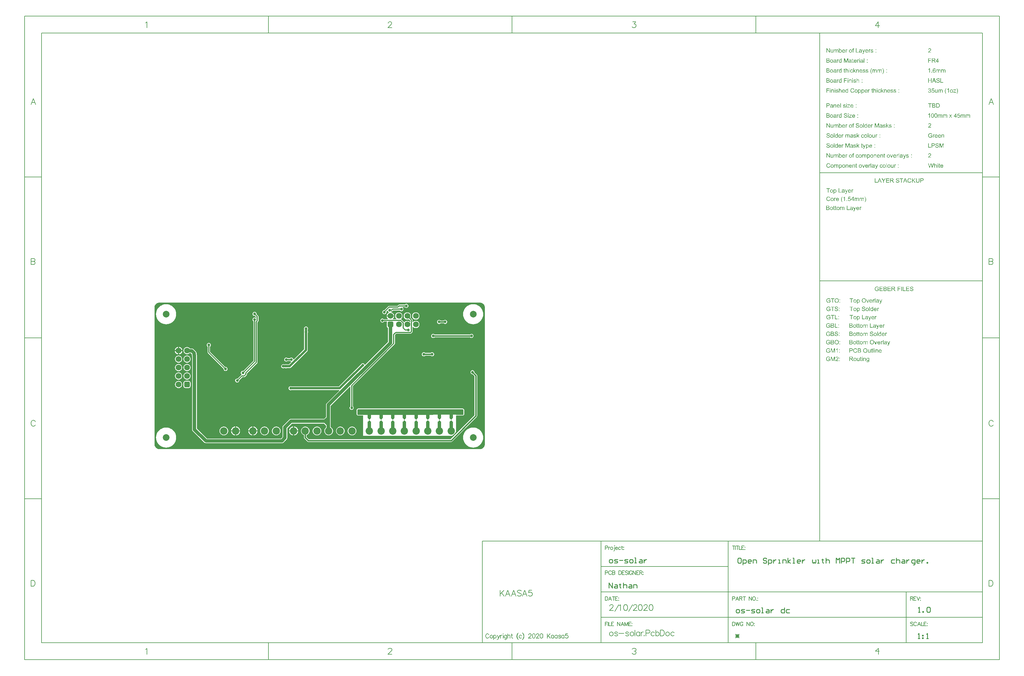
<source format=gbl>
G04*
G04 #@! TF.GenerationSoftware,Altium Limited,Altium Designer,20.2.4 (192)*
G04*
G04 Layer_Physical_Order=2*
G04 Layer_Color=16711680*
%FSLAX44Y44*%
%MOMM*%
G71*
G04*
G04 #@! TF.SameCoordinates,67114E77-E753-4292-8CED-1D2F6309BB80*
G04*
G04*
G04 #@! TF.FilePolarity,Positive*
G04*
G01*
G75*
%ADD10C,0.2000*%
%ADD12C,0.2540*%
%ADD20C,0.1270*%
%ADD21C,0.1778*%
%ADD83C,0.3000*%
%ADD84C,1.0000*%
%ADD87C,0.4000*%
%ADD89C,0.7000*%
%ADD91C,2.2000*%
%ADD92C,1.7500*%
G04:AMPARAMS|DCode=93|XSize=1.75mm|YSize=1.75mm|CornerRadius=0.4375mm|HoleSize=0mm|Usage=FLASHONLY|Rotation=180.000|XOffset=0mm|YOffset=0mm|HoleType=Round|Shape=RoundedRectangle|*
%AMROUNDEDRECTD93*
21,1,1.7500,0.8750,0,0,180.0*
21,1,0.8750,1.7500,0,0,180.0*
1,1,0.8750,-0.4375,0.4375*
1,1,0.8750,0.4375,0.4375*
1,1,0.8750,0.4375,-0.4375*
1,1,0.8750,-0.4375,-0.4375*
%
%ADD93ROUNDEDRECTD93*%
G04:AMPARAMS|DCode=94|XSize=1.75mm|YSize=1.75mm|CornerRadius=0.4375mm|HoleSize=0mm|Usage=FLASHONLY|Rotation=270.000|XOffset=0mm|YOffset=0mm|HoleType=Round|Shape=RoundedRectangle|*
%AMROUNDEDRECTD94*
21,1,1.7500,0.8750,0,0,270.0*
21,1,0.8750,1.7500,0,0,270.0*
1,1,0.8750,-0.4375,-0.4375*
1,1,0.8750,-0.4375,0.4375*
1,1,0.8750,0.4375,0.4375*
1,1,0.8750,0.4375,-0.4375*
%
%ADD94ROUNDEDRECTD94*%
%ADD95C,2.0000*%
%ADD96C,0.8000*%
%ADD97C,0.6600*%
%ADD98R,1.0000X1.0000*%
G36*
X2100266Y1207771D02*
X2100480Y1207752D01*
X2100734Y1207713D01*
X2101007Y1207674D01*
X2101299Y1207615D01*
X2101065Y1206250D01*
X2101046D01*
X2100987Y1206269D01*
X2100890Y1206289D01*
X2100773Y1206308D01*
X2100617D01*
X2100461Y1206328D01*
X2100129Y1206347D01*
X2100012D01*
X2099895Y1206328D01*
X2099739Y1206308D01*
X2099583Y1206269D01*
X2099407Y1206211D01*
X2099251Y1206133D01*
X2099115Y1206035D01*
X2099095Y1206016D01*
X2099076Y1205977D01*
X2099017Y1205899D01*
X2098978Y1205781D01*
X2098920Y1205626D01*
X2098861Y1205411D01*
X2098842Y1205177D01*
X2098822Y1204884D01*
Y1204045D01*
X2100636D01*
Y1202816D01*
X2098842D01*
Y1194760D01*
X2097262D01*
Y1202816D01*
X2095876D01*
Y1204045D01*
X2097262D01*
Y1205021D01*
Y1205040D01*
Y1205060D01*
Y1205177D01*
X2097281Y1205333D01*
Y1205547D01*
X2097301Y1205762D01*
X2097340Y1205996D01*
X2097379Y1206211D01*
X2097437Y1206406D01*
X2097457Y1206425D01*
X2097476Y1206503D01*
X2097535Y1206620D01*
X2097613Y1206757D01*
X2097730Y1206933D01*
X2097866Y1207088D01*
X2098022Y1207245D01*
X2098217Y1207401D01*
X2098237Y1207420D01*
X2098334Y1207459D01*
X2098452Y1207518D01*
X2098647Y1207596D01*
X2098861Y1207674D01*
X2099154Y1207732D01*
X2099466Y1207771D01*
X2099836Y1207791D01*
X2100090D01*
X2100266Y1207771D01*
D02*
G37*
G36*
X2149346Y1204240D02*
X2149560Y1204202D01*
X2149794Y1204123D01*
X2150067Y1204045D01*
X2150360Y1203909D01*
X2150672Y1203733D01*
X2150107Y1202290D01*
X2150087Y1202309D01*
X2150009Y1202348D01*
X2149892Y1202407D01*
X2149755Y1202465D01*
X2149580Y1202524D01*
X2149385Y1202582D01*
X2149170Y1202621D01*
X2148956Y1202641D01*
X2148878D01*
X2148780Y1202621D01*
X2148643Y1202602D01*
X2148507Y1202563D01*
X2148351Y1202504D01*
X2148195Y1202426D01*
X2148039Y1202329D01*
X2148019Y1202309D01*
X2147980Y1202270D01*
X2147902Y1202192D01*
X2147824Y1202095D01*
X2147727Y1201978D01*
X2147629Y1201822D01*
X2147551Y1201646D01*
X2147473Y1201451D01*
X2147454Y1201412D01*
X2147434Y1201314D01*
X2147395Y1201139D01*
X2147356Y1200905D01*
X2147298Y1200632D01*
X2147258Y1200320D01*
X2147239Y1199988D01*
X2147220Y1199617D01*
Y1194760D01*
X2145639D01*
Y1204045D01*
X2147063D01*
Y1202660D01*
X2147083Y1202680D01*
X2147161Y1202797D01*
X2147258Y1202972D01*
X2147375Y1203168D01*
X2147532Y1203382D01*
X2147707Y1203597D01*
X2147863Y1203792D01*
X2148039Y1203928D01*
X2148058Y1203948D01*
X2148117Y1203987D01*
X2148214Y1204026D01*
X2148351Y1204104D01*
X2148487Y1204162D01*
X2148663Y1204202D01*
X2148858Y1204240D01*
X2149053Y1204260D01*
X2149190D01*
X2149346Y1204240D01*
D02*
G37*
G36*
X2079725D02*
X2079939Y1204202D01*
X2080173Y1204123D01*
X2080446Y1204045D01*
X2080739Y1203909D01*
X2081051Y1203733D01*
X2080485Y1202290D01*
X2080466Y1202309D01*
X2080388Y1202348D01*
X2080271Y1202407D01*
X2080134Y1202465D01*
X2079959Y1202524D01*
X2079764Y1202582D01*
X2079549Y1202621D01*
X2079334Y1202641D01*
X2079256D01*
X2079159Y1202621D01*
X2079022Y1202602D01*
X2078886Y1202563D01*
X2078730Y1202504D01*
X2078574Y1202426D01*
X2078418Y1202329D01*
X2078398Y1202309D01*
X2078359Y1202270D01*
X2078281Y1202192D01*
X2078203Y1202095D01*
X2078105Y1201978D01*
X2078008Y1201822D01*
X2077930Y1201646D01*
X2077852Y1201451D01*
X2077832Y1201412D01*
X2077813Y1201314D01*
X2077774Y1201139D01*
X2077735Y1200905D01*
X2077676Y1200632D01*
X2077637Y1200320D01*
X2077618Y1199988D01*
X2077598Y1199617D01*
Y1194760D01*
X2076018D01*
Y1204045D01*
X2077442D01*
Y1202660D01*
X2077462Y1202680D01*
X2077540Y1202797D01*
X2077637Y1202972D01*
X2077754Y1203168D01*
X2077910Y1203382D01*
X2078086Y1203597D01*
X2078242Y1203792D01*
X2078418Y1203928D01*
X2078437Y1203948D01*
X2078496Y1203987D01*
X2078593Y1204026D01*
X2078730Y1204104D01*
X2078866Y1204162D01*
X2079042Y1204202D01*
X2079237Y1204240D01*
X2079432Y1204260D01*
X2079568D01*
X2079725Y1204240D01*
D02*
G37*
G36*
X2051185D02*
X2051303D01*
X2051439Y1204221D01*
X2051732Y1204162D01*
X2052083Y1204065D01*
X2052434Y1203928D01*
X2052766Y1203733D01*
X2053078Y1203480D01*
X2053117Y1203441D01*
X2053195Y1203343D01*
X2053312Y1203148D01*
X2053468Y1202895D01*
X2053604Y1202563D01*
X2053721Y1202173D01*
X2053799Y1201685D01*
X2053839Y1201412D01*
Y1201119D01*
Y1194760D01*
X2052258D01*
Y1200593D01*
Y1200612D01*
Y1200632D01*
Y1200749D01*
Y1200924D01*
X2052239Y1201119D01*
X2052200Y1201568D01*
X2052161Y1201783D01*
X2052102Y1201958D01*
Y1201978D01*
X2052063Y1202036D01*
X2052024Y1202114D01*
X2051966Y1202212D01*
X2051888Y1202309D01*
X2051790Y1202426D01*
X2051673Y1202543D01*
X2051537Y1202641D01*
X2051517Y1202660D01*
X2051459Y1202680D01*
X2051381Y1202719D01*
X2051283Y1202777D01*
X2051147Y1202816D01*
X2050971Y1202856D01*
X2050795Y1202875D01*
X2050600Y1202895D01*
X2050444D01*
X2050249Y1202856D01*
X2050035Y1202816D01*
X2049781Y1202738D01*
X2049508Y1202621D01*
X2049215Y1202446D01*
X2048962Y1202231D01*
X2048942Y1202192D01*
X2048864Y1202114D01*
X2048767Y1201958D01*
X2048650Y1201724D01*
X2048513Y1201431D01*
X2048416Y1201080D01*
X2048338Y1200651D01*
X2048318Y1200144D01*
Y1194760D01*
X2046738D01*
Y1200788D01*
Y1200807D01*
Y1200827D01*
Y1200885D01*
Y1200963D01*
X2046718Y1201158D01*
X2046699Y1201373D01*
X2046640Y1201646D01*
X2046582Y1201900D01*
X2046484Y1202153D01*
X2046348Y1202368D01*
X2046328Y1202387D01*
X2046270Y1202446D01*
X2046192Y1202543D01*
X2046055Y1202641D01*
X2045880Y1202719D01*
X2045665Y1202816D01*
X2045411Y1202875D01*
X2045099Y1202895D01*
X2044982D01*
X2044865Y1202875D01*
X2044690Y1202856D01*
X2044514Y1202816D01*
X2044299Y1202738D01*
X2044085Y1202660D01*
X2043870Y1202543D01*
X2043851Y1202524D01*
X2043773Y1202485D01*
X2043675Y1202387D01*
X2043558Y1202290D01*
X2043422Y1202134D01*
X2043285Y1201958D01*
X2043168Y1201743D01*
X2043051Y1201509D01*
X2043031Y1201470D01*
X2043012Y1201392D01*
X2042973Y1201236D01*
X2042934Y1201022D01*
X2042876Y1200749D01*
X2042836Y1200417D01*
X2042817Y1200027D01*
X2042797Y1199578D01*
Y1194760D01*
X2041217D01*
Y1204045D01*
X2042622D01*
Y1202738D01*
X2042641Y1202777D01*
X2042700Y1202856D01*
X2042797Y1202972D01*
X2042934Y1203129D01*
X2043090Y1203304D01*
X2043285Y1203480D01*
X2043519Y1203675D01*
X2043773Y1203831D01*
X2043812Y1203850D01*
X2043909Y1203889D01*
X2044065Y1203967D01*
X2044261Y1204045D01*
X2044514Y1204123D01*
X2044787Y1204202D01*
X2045119Y1204240D01*
X2045450Y1204260D01*
X2045626D01*
X2045821Y1204240D01*
X2046055Y1204202D01*
X2046309Y1204162D01*
X2046601Y1204084D01*
X2046874Y1203967D01*
X2047128Y1203831D01*
X2047167Y1203811D01*
X2047245Y1203753D01*
X2047362Y1203655D01*
X2047499Y1203519D01*
X2047655Y1203343D01*
X2047811Y1203148D01*
X2047947Y1202895D01*
X2048064Y1202621D01*
X2048084Y1202641D01*
X2048123Y1202699D01*
X2048181Y1202777D01*
X2048259Y1202875D01*
X2048376Y1203011D01*
X2048513Y1203148D01*
X2048669Y1203285D01*
X2048845Y1203441D01*
X2049040Y1203597D01*
X2049254Y1203733D01*
X2049762Y1204006D01*
X2050035Y1204104D01*
X2050327Y1204182D01*
X2050620Y1204240D01*
X2050951Y1204260D01*
X2051088D01*
X2051185Y1204240D01*
D02*
G37*
G36*
X2167761Y1202251D02*
X2165966D01*
Y1204045D01*
X2167761D01*
Y1202251D01*
D02*
G37*
G36*
X2155022Y1204240D02*
X2155276Y1204221D01*
X2155588Y1204182D01*
X2155900Y1204123D01*
X2156232Y1204045D01*
X2156544Y1203928D01*
X2156563D01*
X2156583Y1203909D01*
X2156680Y1203870D01*
X2156837Y1203792D01*
X2157012Y1203714D01*
X2157207Y1203577D01*
X2157422Y1203441D01*
X2157617Y1203265D01*
X2157773Y1203070D01*
X2157792Y1203051D01*
X2157831Y1202972D01*
X2157909Y1202856D01*
X2158007Y1202699D01*
X2158085Y1202504D01*
X2158183Y1202251D01*
X2158261Y1201978D01*
X2158339Y1201665D01*
X2156797Y1201451D01*
Y1201490D01*
X2156778Y1201568D01*
X2156739Y1201704D01*
X2156680Y1201861D01*
X2156602Y1202036D01*
X2156485Y1202212D01*
X2156349Y1202407D01*
X2156173Y1202563D01*
X2156154Y1202582D01*
X2156076Y1202621D01*
X2155959Y1202699D01*
X2155803Y1202777D01*
X2155608Y1202836D01*
X2155354Y1202914D01*
X2155081Y1202953D01*
X2154749Y1202972D01*
X2154574D01*
X2154379Y1202953D01*
X2154144Y1202934D01*
X2153891Y1202875D01*
X2153637Y1202816D01*
X2153384Y1202719D01*
X2153189Y1202602D01*
X2153169Y1202582D01*
X2153111Y1202543D01*
X2153052Y1202465D01*
X2152974Y1202368D01*
X2152877Y1202251D01*
X2152818Y1202095D01*
X2152760Y1201939D01*
X2152740Y1201763D01*
Y1201743D01*
Y1201704D01*
X2152760Y1201646D01*
Y1201568D01*
X2152818Y1201392D01*
X2152916Y1201197D01*
X2152935Y1201178D01*
X2152955Y1201158D01*
X2153072Y1201061D01*
X2153150Y1200983D01*
X2153247Y1200924D01*
X2153384Y1200846D01*
X2153520Y1200788D01*
X2153540D01*
X2153579Y1200768D01*
X2153657Y1200749D01*
X2153793Y1200710D01*
X2153969Y1200651D01*
X2154223Y1200573D01*
X2154535Y1200495D01*
X2154710Y1200437D01*
X2154925Y1200378D01*
X2154944D01*
X2155003Y1200359D01*
X2155081Y1200339D01*
X2155198Y1200300D01*
X2155334Y1200261D01*
X2155491Y1200222D01*
X2155842Y1200124D01*
X2156232Y1200007D01*
X2156622Y1199871D01*
X2156973Y1199754D01*
X2157129Y1199695D01*
X2157266Y1199637D01*
X2157305Y1199617D01*
X2157383Y1199578D01*
X2157500Y1199520D01*
X2157636Y1199442D01*
X2157812Y1199325D01*
X2157988Y1199169D01*
X2158143Y1199013D01*
X2158300Y1198818D01*
X2158319Y1198798D01*
X2158358Y1198720D01*
X2158417Y1198603D01*
X2158495Y1198447D01*
X2158573Y1198252D01*
X2158631Y1198018D01*
X2158670Y1197764D01*
X2158690Y1197471D01*
Y1197432D01*
Y1197335D01*
X2158670Y1197179D01*
X2158631Y1197003D01*
X2158573Y1196769D01*
X2158495Y1196516D01*
X2158378Y1196262D01*
X2158221Y1195989D01*
X2158202Y1195950D01*
X2158143Y1195872D01*
X2158026Y1195755D01*
X2157870Y1195599D01*
X2157695Y1195423D01*
X2157461Y1195248D01*
X2157188Y1195072D01*
X2156875Y1194916D01*
X2156837Y1194896D01*
X2156720Y1194857D01*
X2156544Y1194799D01*
X2156310Y1194741D01*
X2156017Y1194662D01*
X2155686Y1194604D01*
X2155315Y1194565D01*
X2154925Y1194545D01*
X2154749D01*
X2154632Y1194565D01*
X2154476D01*
X2154301Y1194584D01*
X2153891Y1194643D01*
X2153442Y1194721D01*
X2152994Y1194857D01*
X2152545Y1195033D01*
X2152350Y1195150D01*
X2152155Y1195287D01*
X2152135D01*
X2152116Y1195326D01*
X2151999Y1195423D01*
X2151843Y1195599D01*
X2151648Y1195852D01*
X2151452Y1196164D01*
X2151257Y1196555D01*
X2151082Y1197003D01*
X2150965Y1197530D01*
X2152525Y1197784D01*
Y1197764D01*
Y1197745D01*
X2152545Y1197627D01*
X2152603Y1197452D01*
X2152662Y1197237D01*
X2152760Y1197003D01*
X2152877Y1196769D01*
X2153052Y1196535D01*
X2153247Y1196320D01*
X2153267Y1196301D01*
X2153364Y1196243D01*
X2153501Y1196164D01*
X2153676Y1196087D01*
X2153930Y1195989D01*
X2154203Y1195911D01*
X2154554Y1195852D01*
X2154925Y1195833D01*
X2155100D01*
X2155296Y1195852D01*
X2155529Y1195891D01*
X2155803Y1195930D01*
X2156076Y1196008D01*
X2156329Y1196125D01*
X2156544Y1196262D01*
X2156563Y1196282D01*
X2156622Y1196340D01*
X2156720Y1196438D01*
X2156817Y1196555D01*
X2156895Y1196711D01*
X2156993Y1196906D01*
X2157051Y1197101D01*
X2157071Y1197315D01*
Y1197335D01*
Y1197413D01*
X2157051Y1197491D01*
X2157012Y1197627D01*
X2156954Y1197745D01*
X2156875Y1197901D01*
X2156759Y1198037D01*
X2156602Y1198154D01*
X2156583Y1198174D01*
X2156524Y1198193D01*
X2156427Y1198232D01*
X2156271Y1198310D01*
X2156056Y1198369D01*
X2155783Y1198466D01*
X2155608Y1198525D01*
X2155432Y1198564D01*
X2155217Y1198622D01*
X2154983Y1198681D01*
X2154964D01*
X2154905Y1198700D01*
X2154827Y1198720D01*
X2154710Y1198759D01*
X2154554Y1198798D01*
X2154398Y1198837D01*
X2154028Y1198954D01*
X2153637Y1199071D01*
X2153228Y1199188D01*
X2152857Y1199325D01*
X2152701Y1199383D01*
X2152565Y1199442D01*
X2152545Y1199461D01*
X2152447Y1199500D01*
X2152330Y1199578D01*
X2152194Y1199676D01*
X2152018Y1199793D01*
X2151862Y1199949D01*
X2151687Y1200124D01*
X2151550Y1200320D01*
X2151531Y1200339D01*
X2151492Y1200417D01*
X2151452Y1200534D01*
X2151394Y1200690D01*
X2151316Y1200866D01*
X2151277Y1201080D01*
X2151238Y1201314D01*
X2151219Y1201568D01*
Y1201588D01*
Y1201665D01*
X2151238Y1201802D01*
X2151257Y1201939D01*
X2151277Y1202114D01*
X2151335Y1202309D01*
X2151394Y1202524D01*
X2151492Y1202719D01*
X2151511Y1202738D01*
X2151550Y1202816D01*
X2151609Y1202914D01*
X2151706Y1203031D01*
X2151804Y1203168D01*
X2151940Y1203304D01*
X2152096Y1203460D01*
X2152272Y1203597D01*
X2152291Y1203616D01*
X2152350Y1203636D01*
X2152428Y1203694D01*
X2152545Y1203753D01*
X2152681Y1203831D01*
X2152857Y1203909D01*
X2153052Y1203987D01*
X2153267Y1204065D01*
X2153306D01*
X2153384Y1204104D01*
X2153501Y1204123D01*
X2153676Y1204162D01*
X2153891Y1204202D01*
X2154106Y1204221D01*
X2154359Y1204260D01*
X2154808D01*
X2155022Y1204240D01*
D02*
G37*
G36*
X2028635Y1194760D02*
X2026899D01*
X2020169Y1204826D01*
Y1194760D01*
X2018550D01*
Y1207576D01*
X2020267D01*
X2027016Y1197511D01*
Y1207576D01*
X2028635D01*
Y1194760D01*
D02*
G37*
G36*
X2130833Y1194604D02*
Y1194584D01*
X2130814Y1194545D01*
X2130775Y1194467D01*
X2130736Y1194350D01*
X2130697Y1194233D01*
X2130638Y1194097D01*
X2130521Y1193765D01*
X2130365Y1193414D01*
X2130229Y1193082D01*
X2130092Y1192751D01*
X2130014Y1192614D01*
X2129956Y1192497D01*
X2129936Y1192458D01*
X2129878Y1192380D01*
X2129800Y1192243D01*
X2129682Y1192068D01*
X2129526Y1191892D01*
X2129370Y1191697D01*
X2129175Y1191522D01*
X2128980Y1191366D01*
X2128961Y1191346D01*
X2128883Y1191307D01*
X2128766Y1191249D01*
X2128610Y1191190D01*
X2128434Y1191112D01*
X2128200Y1191054D01*
X2127966Y1191015D01*
X2127693Y1190995D01*
X2127615D01*
X2127517Y1191015D01*
X2127400D01*
X2127244Y1191034D01*
X2127068Y1191073D01*
X2126678Y1191190D01*
X2126503Y1192653D01*
X2126522D01*
X2126581Y1192634D01*
X2126678Y1192614D01*
X2126815Y1192575D01*
X2127088Y1192517D01*
X2127400Y1192497D01*
X2127498D01*
X2127576Y1192517D01*
X2127712D01*
X2127985Y1192575D01*
X2128122Y1192614D01*
X2128239Y1192673D01*
X2128259D01*
X2128297Y1192712D01*
X2128356Y1192751D01*
X2128414Y1192809D01*
X2128590Y1192965D01*
X2128766Y1193180D01*
Y1193199D01*
X2128785Y1193238D01*
X2128824Y1193297D01*
X2128883Y1193414D01*
X2128941Y1193570D01*
X2129019Y1193765D01*
X2129117Y1194038D01*
X2129234Y1194350D01*
X2129253Y1194370D01*
X2129273Y1194448D01*
X2129331Y1194565D01*
X2129390Y1194741D01*
X2125859Y1204045D01*
X2127537D01*
X2129468Y1198700D01*
Y1198681D01*
X2129487Y1198661D01*
X2129507Y1198603D01*
X2129526Y1198525D01*
X2129604Y1198310D01*
X2129702Y1198037D01*
X2129800Y1197725D01*
X2129917Y1197354D01*
X2130034Y1196964D01*
X2130151Y1196555D01*
Y1196574D01*
X2130170Y1196594D01*
Y1196652D01*
X2130209Y1196730D01*
X2130248Y1196945D01*
X2130326Y1197198D01*
X2130424Y1197511D01*
X2130541Y1197862D01*
X2130658Y1198232D01*
X2130794Y1198622D01*
X2132784Y1204045D01*
X2134345D01*
X2130833Y1194604D01*
D02*
G37*
G36*
X2038759Y1194760D02*
X2037355D01*
Y1196106D01*
X2037335Y1196087D01*
X2037296Y1196047D01*
X2037238Y1195969D01*
X2037160Y1195872D01*
X2037043Y1195735D01*
X2036906Y1195618D01*
X2036750Y1195462D01*
X2036575Y1195326D01*
X2036380Y1195189D01*
X2036165Y1195033D01*
X2035911Y1194916D01*
X2035658Y1194799D01*
X2035365Y1194682D01*
X2035073Y1194604D01*
X2034741Y1194565D01*
X2034409Y1194545D01*
X2034273D01*
X2034117Y1194565D01*
X2033902Y1194584D01*
X2033668Y1194623D01*
X2033414Y1194682D01*
X2033141Y1194760D01*
X2032868Y1194857D01*
X2032829Y1194877D01*
X2032751Y1194916D01*
X2032634Y1194975D01*
X2032478Y1195072D01*
X2032303Y1195189D01*
X2032127Y1195326D01*
X2031971Y1195462D01*
X2031815Y1195638D01*
X2031795Y1195657D01*
X2031756Y1195716D01*
X2031698Y1195833D01*
X2031639Y1195969D01*
X2031542Y1196145D01*
X2031464Y1196340D01*
X2031386Y1196555D01*
X2031327Y1196808D01*
Y1196828D01*
X2031308Y1196906D01*
Y1197003D01*
X2031288Y1197159D01*
X2031269Y1197374D01*
Y1197627D01*
X2031249Y1197920D01*
Y1198271D01*
Y1204045D01*
X2032829D01*
Y1198876D01*
Y1198857D01*
Y1198818D01*
Y1198759D01*
Y1198681D01*
Y1198466D01*
X2032849Y1198213D01*
Y1197940D01*
X2032868Y1197666D01*
X2032888Y1197413D01*
X2032907Y1197218D01*
Y1197198D01*
X2032946Y1197120D01*
X2032985Y1197003D01*
X2033044Y1196867D01*
X2033122Y1196711D01*
X2033239Y1196535D01*
X2033376Y1196379D01*
X2033531Y1196243D01*
X2033551Y1196223D01*
X2033629Y1196184D01*
X2033727Y1196125D01*
X2033863Y1196067D01*
X2034039Y1196008D01*
X2034234Y1195950D01*
X2034468Y1195911D01*
X2034722Y1195891D01*
X2034839D01*
X2034975Y1195911D01*
X2035151Y1195930D01*
X2035346Y1195969D01*
X2035560Y1196047D01*
X2035794Y1196125D01*
X2036028Y1196243D01*
X2036048Y1196262D01*
X2036126Y1196320D01*
X2036243Y1196399D01*
X2036380Y1196516D01*
X2036516Y1196652D01*
X2036672Y1196828D01*
X2036789Y1197023D01*
X2036906Y1197237D01*
X2036926Y1197276D01*
X2036945Y1197354D01*
X2036984Y1197491D01*
X2037043Y1197706D01*
X2037101Y1197959D01*
X2037140Y1198271D01*
X2037160Y1198642D01*
X2037179Y1199052D01*
Y1204045D01*
X2038759D01*
Y1194760D01*
D02*
G37*
G36*
X2328329Y1207615D02*
X2328485Y1207596D01*
X2328661Y1207576D01*
X2328856Y1207557D01*
X2329070Y1207498D01*
X2329539Y1207381D01*
X2330026Y1207206D01*
X2330280Y1207088D01*
X2330514Y1206952D01*
X2330729Y1206776D01*
X2330943Y1206601D01*
X2330963Y1206581D01*
X2330982Y1206562D01*
X2331041Y1206503D01*
X2331119Y1206425D01*
X2331197Y1206308D01*
X2331294Y1206191D01*
X2331489Y1205899D01*
X2331685Y1205528D01*
X2331860Y1205099D01*
X2331997Y1204611D01*
X2332016Y1204338D01*
X2332036Y1204065D01*
Y1204026D01*
Y1203928D01*
X2332016Y1203772D01*
X2331997Y1203577D01*
X2331958Y1203343D01*
X2331899Y1203090D01*
X2331821Y1202816D01*
X2331704Y1202543D01*
X2331685Y1202504D01*
X2331646Y1202407D01*
X2331567Y1202270D01*
X2331450Y1202075D01*
X2331314Y1201841D01*
X2331138Y1201568D01*
X2330904Y1201295D01*
X2330651Y1200983D01*
X2330612Y1200944D01*
X2330514Y1200827D01*
X2330338Y1200651D01*
X2330222Y1200534D01*
X2330085Y1200397D01*
X2329929Y1200241D01*
X2329734Y1200066D01*
X2329539Y1199890D01*
X2329324Y1199676D01*
X2329090Y1199461D01*
X2328817Y1199227D01*
X2328544Y1198993D01*
X2328232Y1198720D01*
X2328212Y1198700D01*
X2328173Y1198661D01*
X2328095Y1198603D01*
X2327998Y1198525D01*
X2327764Y1198330D01*
X2327471Y1198076D01*
X2327178Y1197803D01*
X2326866Y1197530D01*
X2326613Y1197296D01*
X2326515Y1197198D01*
X2326418Y1197101D01*
X2326398Y1197081D01*
X2326359Y1197023D01*
X2326281Y1196945D01*
X2326183Y1196828D01*
X2325969Y1196574D01*
X2325754Y1196262D01*
X2332055D01*
Y1194760D01*
X2323569D01*
Y1194780D01*
Y1194857D01*
Y1194975D01*
X2323589Y1195111D01*
X2323609Y1195267D01*
X2323628Y1195443D01*
X2323687Y1195638D01*
X2323745Y1195833D01*
Y1195852D01*
X2323765Y1195872D01*
X2323804Y1195989D01*
X2323882Y1196145D01*
X2323999Y1196379D01*
X2324135Y1196633D01*
X2324330Y1196925D01*
X2324525Y1197218D01*
X2324779Y1197530D01*
Y1197550D01*
X2324818Y1197569D01*
X2324915Y1197686D01*
X2325072Y1197862D01*
X2325306Y1198096D01*
X2325598Y1198369D01*
X2325949Y1198700D01*
X2326378Y1199071D01*
X2326847Y1199481D01*
X2326866Y1199500D01*
X2326944Y1199559D01*
X2327042Y1199637D01*
X2327178Y1199773D01*
X2327354Y1199910D01*
X2327549Y1200085D01*
X2327978Y1200456D01*
X2328446Y1200905D01*
X2328914Y1201353D01*
X2329149Y1201568D01*
X2329344Y1201783D01*
X2329519Y1201997D01*
X2329675Y1202192D01*
Y1202212D01*
X2329714Y1202231D01*
X2329753Y1202290D01*
X2329792Y1202368D01*
X2329909Y1202563D01*
X2330046Y1202816D01*
X2330182Y1203109D01*
X2330300Y1203421D01*
X2330378Y1203772D01*
X2330417Y1204104D01*
Y1204123D01*
Y1204143D01*
X2330397Y1204260D01*
X2330378Y1204436D01*
X2330338Y1204650D01*
X2330241Y1204904D01*
X2330124Y1205157D01*
X2329968Y1205430D01*
X2329734Y1205684D01*
X2329695Y1205704D01*
X2329617Y1205781D01*
X2329461Y1205879D01*
X2329266Y1206016D01*
X2329012Y1206133D01*
X2328719Y1206230D01*
X2328368Y1206308D01*
X2327978Y1206328D01*
X2327861D01*
X2327783Y1206308D01*
X2327588Y1206289D01*
X2327334Y1206250D01*
X2327042Y1206152D01*
X2326730Y1206035D01*
X2326437Y1205860D01*
X2326164Y1205626D01*
X2326144Y1205586D01*
X2326066Y1205508D01*
X2325949Y1205352D01*
X2325832Y1205138D01*
X2325696Y1204865D01*
X2325598Y1204553D01*
X2325520Y1204182D01*
X2325481Y1203753D01*
X2323862Y1203928D01*
Y1203948D01*
Y1204006D01*
X2323882Y1204104D01*
X2323901Y1204221D01*
X2323940Y1204377D01*
X2323960Y1204553D01*
X2324077Y1204943D01*
X2324233Y1205391D01*
X2324447Y1205840D01*
X2324740Y1206289D01*
X2324896Y1206484D01*
X2325091Y1206679D01*
X2325111Y1206698D01*
X2325150Y1206718D01*
X2325208Y1206776D01*
X2325286Y1206835D01*
X2325403Y1206893D01*
X2325540Y1206991D01*
X2325696Y1207069D01*
X2325871Y1207167D01*
X2326066Y1207245D01*
X2326281Y1207342D01*
X2326535Y1207420D01*
X2326788Y1207479D01*
X2327373Y1207596D01*
X2327686Y1207615D01*
X2328017Y1207635D01*
X2328193D01*
X2328329Y1207615D01*
D02*
G37*
G36*
X2167761Y1194760D02*
X2165966D01*
Y1196555D01*
X2167761D01*
Y1194760D01*
D02*
G37*
G36*
X2121119Y1204240D02*
X2121392Y1204221D01*
X2121704Y1204182D01*
X2122036Y1204143D01*
X2122348Y1204065D01*
X2122640Y1203967D01*
X2122679Y1203948D01*
X2122758Y1203928D01*
X2122894Y1203850D01*
X2123050Y1203772D01*
X2123226Y1203675D01*
X2123421Y1203558D01*
X2123577Y1203421D01*
X2123733Y1203265D01*
X2123752Y1203246D01*
X2123791Y1203187D01*
X2123850Y1203109D01*
X2123928Y1202972D01*
X2124006Y1202816D01*
X2124084Y1202641D01*
X2124162Y1202426D01*
X2124220Y1202192D01*
Y1202173D01*
X2124240Y1202114D01*
X2124259Y1202017D01*
X2124279Y1201861D01*
Y1201665D01*
X2124299Y1201412D01*
X2124318Y1201119D01*
Y1200749D01*
Y1198642D01*
Y1198622D01*
Y1198544D01*
Y1198427D01*
Y1198291D01*
Y1198115D01*
Y1197920D01*
X2124337Y1197471D01*
Y1196984D01*
X2124357Y1196535D01*
X2124377Y1196320D01*
Y1196145D01*
X2124396Y1195989D01*
X2124416Y1195852D01*
Y1195833D01*
X2124435Y1195755D01*
X2124455Y1195638D01*
X2124494Y1195501D01*
X2124552Y1195345D01*
X2124630Y1195150D01*
X2124806Y1194760D01*
X2123167D01*
X2123148Y1194780D01*
X2123128Y1194838D01*
X2123089Y1194955D01*
X2123031Y1195092D01*
X2122972Y1195267D01*
X2122933Y1195462D01*
X2122894Y1195677D01*
X2122855Y1195930D01*
X2122816Y1195891D01*
X2122699Y1195813D01*
X2122543Y1195677D01*
X2122309Y1195521D01*
X2122055Y1195326D01*
X2121763Y1195150D01*
X2121470Y1194994D01*
X2121158Y1194857D01*
X2121119Y1194838D01*
X2121021Y1194818D01*
X2120865Y1194760D01*
X2120651Y1194701D01*
X2120378Y1194643D01*
X2120085Y1194604D01*
X2119773Y1194565D01*
X2119422Y1194545D01*
X2119285D01*
X2119168Y1194565D01*
X2119051D01*
X2118895Y1194584D01*
X2118563Y1194643D01*
X2118173Y1194721D01*
X2117803Y1194857D01*
X2117413Y1195033D01*
X2117081Y1195287D01*
X2117042Y1195326D01*
X2116944Y1195423D01*
X2116827Y1195579D01*
X2116671Y1195813D01*
X2116515Y1196087D01*
X2116398Y1196399D01*
X2116301Y1196789D01*
X2116262Y1197198D01*
Y1197237D01*
Y1197315D01*
X2116281Y1197452D01*
X2116301Y1197608D01*
X2116340Y1197803D01*
X2116379Y1198018D01*
X2116457Y1198232D01*
X2116554Y1198447D01*
X2116574Y1198466D01*
X2116613Y1198544D01*
X2116671Y1198642D01*
X2116769Y1198779D01*
X2116886Y1198915D01*
X2117042Y1199071D01*
X2117198Y1199208D01*
X2117374Y1199344D01*
X2117393Y1199364D01*
X2117471Y1199403D01*
X2117569Y1199461D01*
X2117705Y1199539D01*
X2117881Y1199637D01*
X2118056Y1199715D01*
X2118271Y1199793D01*
X2118505Y1199871D01*
X2118524D01*
X2118602Y1199890D01*
X2118700Y1199910D01*
X2118856Y1199949D01*
X2119051Y1199988D01*
X2119305Y1200027D01*
X2119578Y1200066D01*
X2119909Y1200105D01*
X2119929D01*
X2119987Y1200124D01*
X2120085D01*
X2120222Y1200144D01*
X2120378Y1200163D01*
X2120553Y1200183D01*
X2120982Y1200261D01*
X2121431Y1200339D01*
X2121899Y1200417D01*
X2122348Y1200534D01*
X2122543Y1200593D01*
X2122718Y1200651D01*
Y1200671D01*
Y1200710D01*
X2122738Y1200827D01*
Y1200963D01*
Y1201022D01*
Y1201061D01*
Y1201080D01*
Y1201100D01*
Y1201217D01*
X2122718Y1201392D01*
X2122679Y1201588D01*
X2122621Y1201802D01*
X2122543Y1202036D01*
X2122445Y1202231D01*
X2122289Y1202407D01*
X2122270Y1202426D01*
X2122172Y1202485D01*
X2122036Y1202582D01*
X2121841Y1202680D01*
X2121587Y1202777D01*
X2121275Y1202875D01*
X2120904Y1202934D01*
X2120495Y1202953D01*
X2120319D01*
X2120124Y1202934D01*
X2119870Y1202914D01*
X2119597Y1202856D01*
X2119344Y1202797D01*
X2119071Y1202699D01*
X2118856Y1202563D01*
X2118837Y1202543D01*
X2118778Y1202485D01*
X2118680Y1202387D01*
X2118563Y1202251D01*
X2118427Y1202056D01*
X2118310Y1201822D01*
X2118173Y1201529D01*
X2118076Y1201197D01*
X2116535Y1201412D01*
Y1201431D01*
X2116554Y1201451D01*
X2116574Y1201568D01*
X2116632Y1201743D01*
X2116691Y1201978D01*
X2116788Y1202231D01*
X2116905Y1202485D01*
X2117042Y1202758D01*
X2117217Y1202992D01*
X2117237Y1203011D01*
X2117315Y1203090D01*
X2117413Y1203207D01*
X2117569Y1203343D01*
X2117764Y1203480D01*
X2118017Y1203636D01*
X2118290Y1203792D01*
X2118602Y1203928D01*
X2118622D01*
X2118641Y1203948D01*
X2118700Y1203967D01*
X2118759Y1203987D01*
X2118954Y1204026D01*
X2119207Y1204104D01*
X2119519Y1204162D01*
X2119870Y1204202D01*
X2120280Y1204240D01*
X2120709Y1204260D01*
X2120904D01*
X2121119Y1204240D01*
D02*
G37*
G36*
X2108673Y1196262D02*
X2114974D01*
Y1194760D01*
X2106976D01*
Y1207576D01*
X2108673D01*
Y1196262D01*
D02*
G37*
G36*
X2139807Y1204240D02*
X2139963Y1204221D01*
X2140158Y1204202D01*
X2140353Y1204162D01*
X2140587Y1204104D01*
X2141055Y1203948D01*
X2141309Y1203850D01*
X2141562Y1203714D01*
X2141816Y1203577D01*
X2142070Y1203402D01*
X2142304Y1203207D01*
X2142538Y1202972D01*
X2142557Y1202953D01*
X2142596Y1202914D01*
X2142655Y1202836D01*
X2142733Y1202738D01*
X2142811Y1202602D01*
X2142908Y1202446D01*
X2143025Y1202270D01*
X2143143Y1202056D01*
X2143240Y1201802D01*
X2143357Y1201548D01*
X2143455Y1201256D01*
X2143552Y1200924D01*
X2143611Y1200593D01*
X2143669Y1200222D01*
X2143708Y1199832D01*
X2143728Y1199403D01*
Y1199383D01*
Y1199305D01*
Y1199169D01*
X2143708Y1198993D01*
X2136803D01*
Y1198973D01*
Y1198934D01*
X2136822Y1198837D01*
Y1198739D01*
X2136842Y1198603D01*
X2136861Y1198466D01*
X2136939Y1198115D01*
X2137056Y1197745D01*
X2137193Y1197354D01*
X2137407Y1196964D01*
X2137661Y1196633D01*
X2137700Y1196594D01*
X2137798Y1196516D01*
X2137973Y1196379D01*
X2138188Y1196243D01*
X2138480Y1196087D01*
X2138812Y1195950D01*
X2139182Y1195872D01*
X2139592Y1195833D01*
X2139748D01*
X2139904Y1195852D01*
X2140099Y1195891D01*
X2140333Y1195950D01*
X2140587Y1196028D01*
X2140841Y1196125D01*
X2141075Y1196282D01*
X2141094Y1196301D01*
X2141172Y1196379D01*
X2141289Y1196477D01*
X2141426Y1196652D01*
X2141582Y1196847D01*
X2141738Y1197101D01*
X2141894Y1197413D01*
X2142050Y1197764D01*
X2143669Y1197550D01*
Y1197530D01*
X2143650Y1197491D01*
X2143630Y1197413D01*
X2143591Y1197315D01*
X2143552Y1197198D01*
X2143494Y1197062D01*
X2143338Y1196730D01*
X2143143Y1196379D01*
X2142908Y1196008D01*
X2142596Y1195638D01*
X2142245Y1195326D01*
X2142226D01*
X2142206Y1195287D01*
X2142148Y1195248D01*
X2142050Y1195209D01*
X2141953Y1195150D01*
X2141835Y1195072D01*
X2141699Y1195014D01*
X2141523Y1194936D01*
X2141153Y1194799D01*
X2140685Y1194662D01*
X2140177Y1194584D01*
X2139592Y1194545D01*
X2139397D01*
X2139261Y1194565D01*
X2139085Y1194584D01*
X2138890Y1194604D01*
X2138675Y1194643D01*
X2138422Y1194701D01*
X2137914Y1194857D01*
X2137641Y1194955D01*
X2137388Y1195072D01*
X2137115Y1195209D01*
X2136861Y1195384D01*
X2136608Y1195579D01*
X2136373Y1195794D01*
X2136354Y1195813D01*
X2136315Y1195852D01*
X2136256Y1195930D01*
X2136198Y1196028D01*
X2136100Y1196145D01*
X2136003Y1196301D01*
X2135886Y1196496D01*
X2135788Y1196711D01*
X2135671Y1196945D01*
X2135554Y1197198D01*
X2135457Y1197491D01*
X2135379Y1197803D01*
X2135301Y1198135D01*
X2135242Y1198505D01*
X2135203Y1198895D01*
X2135184Y1199305D01*
Y1199325D01*
Y1199403D01*
Y1199539D01*
X2135203Y1199695D01*
X2135223Y1199890D01*
X2135242Y1200124D01*
X2135281Y1200378D01*
X2135340Y1200651D01*
X2135476Y1201236D01*
X2135574Y1201529D01*
X2135691Y1201841D01*
X2135827Y1202134D01*
X2135983Y1202426D01*
X2136159Y1202699D01*
X2136373Y1202953D01*
X2136393Y1202972D01*
X2136432Y1203011D01*
X2136490Y1203070D01*
X2136588Y1203168D01*
X2136705Y1203265D01*
X2136861Y1203363D01*
X2137017Y1203480D01*
X2137212Y1203616D01*
X2137427Y1203733D01*
X2137661Y1203850D01*
X2137914Y1203948D01*
X2138207Y1204065D01*
X2138500Y1204143D01*
X2138812Y1204202D01*
X2139144Y1204240D01*
X2139495Y1204260D01*
X2139670D01*
X2139807Y1204240D01*
D02*
G37*
G36*
X2091019D02*
X2091195Y1204221D01*
X2091370Y1204202D01*
X2091585Y1204162D01*
X2091819Y1204104D01*
X2092307Y1203948D01*
X2092560Y1203850D01*
X2092833Y1203733D01*
X2093087Y1203577D01*
X2093341Y1203402D01*
X2093594Y1203207D01*
X2093828Y1202992D01*
X2093848Y1202972D01*
X2093887Y1202934D01*
X2093945Y1202856D01*
X2094023Y1202758D01*
X2094121Y1202641D01*
X2094218Y1202485D01*
X2094335Y1202290D01*
X2094453Y1202095D01*
X2094550Y1201861D01*
X2094667Y1201588D01*
X2094765Y1201314D01*
X2094862Y1201002D01*
X2094940Y1200671D01*
X2094999Y1200300D01*
X2095038Y1199929D01*
X2095057Y1199520D01*
Y1199500D01*
Y1199442D01*
Y1199344D01*
Y1199227D01*
X2095038Y1199071D01*
Y1198895D01*
X2095018Y1198700D01*
X2094999Y1198486D01*
X2094921Y1198037D01*
X2094823Y1197569D01*
X2094687Y1197101D01*
X2094511Y1196691D01*
Y1196672D01*
X2094491Y1196652D01*
X2094413Y1196516D01*
X2094277Y1196340D01*
X2094101Y1196106D01*
X2093887Y1195852D01*
X2093614Y1195599D01*
X2093302Y1195345D01*
X2092931Y1195111D01*
X2092911D01*
X2092892Y1195092D01*
X2092833Y1195053D01*
X2092755Y1195033D01*
X2092541Y1194936D01*
X2092268Y1194838D01*
X2091936Y1194721D01*
X2091565Y1194643D01*
X2091156Y1194565D01*
X2090707Y1194545D01*
X2090512D01*
X2090376Y1194565D01*
X2090219Y1194584D01*
X2090024Y1194604D01*
X2089810Y1194643D01*
X2089576Y1194701D01*
X2089088Y1194857D01*
X2088815Y1194955D01*
X2088561Y1195072D01*
X2088288Y1195209D01*
X2088035Y1195384D01*
X2087781Y1195579D01*
X2087547Y1195794D01*
X2087527Y1195813D01*
X2087488Y1195852D01*
X2087430Y1195930D01*
X2087371Y1196028D01*
X2087274Y1196164D01*
X2087176Y1196320D01*
X2087059Y1196496D01*
X2086962Y1196711D01*
X2086845Y1196964D01*
X2086728Y1197218D01*
X2086630Y1197530D01*
X2086552Y1197842D01*
X2086474Y1198193D01*
X2086416Y1198564D01*
X2086376Y1198973D01*
X2086357Y1199403D01*
Y1199442D01*
Y1199520D01*
X2086376Y1199656D01*
Y1199832D01*
X2086396Y1200046D01*
X2086435Y1200281D01*
X2086474Y1200554D01*
X2086533Y1200846D01*
X2086611Y1201158D01*
X2086708Y1201470D01*
X2086825Y1201783D01*
X2086962Y1202095D01*
X2087118Y1202407D01*
X2087313Y1202699D01*
X2087527Y1202972D01*
X2087781Y1203226D01*
X2087800Y1203246D01*
X2087840Y1203265D01*
X2087898Y1203324D01*
X2087996Y1203382D01*
X2088113Y1203460D01*
X2088249Y1203558D01*
X2088405Y1203655D01*
X2088600Y1203753D01*
X2088795Y1203831D01*
X2089010Y1203928D01*
X2089517Y1204104D01*
X2090083Y1204221D01*
X2090395Y1204240D01*
X2090707Y1204260D01*
X2090883D01*
X2091019Y1204240D01*
D02*
G37*
G36*
X2070186D02*
X2070342Y1204221D01*
X2070537Y1204202D01*
X2070732Y1204162D01*
X2070966Y1204104D01*
X2071434Y1203948D01*
X2071688Y1203850D01*
X2071941Y1203714D01*
X2072195Y1203577D01*
X2072448Y1203402D01*
X2072682Y1203207D01*
X2072917Y1202972D01*
X2072936Y1202953D01*
X2072975Y1202914D01*
X2073034Y1202836D01*
X2073112Y1202738D01*
X2073190Y1202602D01*
X2073287Y1202446D01*
X2073404Y1202270D01*
X2073521Y1202056D01*
X2073619Y1201802D01*
X2073736Y1201548D01*
X2073833Y1201256D01*
X2073931Y1200924D01*
X2073990Y1200593D01*
X2074048Y1200222D01*
X2074087Y1199832D01*
X2074106Y1199403D01*
Y1199383D01*
Y1199305D01*
Y1199169D01*
X2074087Y1198993D01*
X2067181D01*
Y1198973D01*
Y1198934D01*
X2067201Y1198837D01*
Y1198739D01*
X2067220Y1198603D01*
X2067240Y1198466D01*
X2067318Y1198115D01*
X2067435Y1197745D01*
X2067572Y1197354D01*
X2067786Y1196964D01*
X2068040Y1196633D01*
X2068079Y1196594D01*
X2068176Y1196516D01*
X2068352Y1196379D01*
X2068566Y1196243D01*
X2068859Y1196087D01*
X2069191Y1195950D01*
X2069561Y1195872D01*
X2069971Y1195833D01*
X2070127D01*
X2070283Y1195852D01*
X2070478Y1195891D01*
X2070712Y1195950D01*
X2070966Y1196028D01*
X2071219Y1196125D01*
X2071454Y1196282D01*
X2071473Y1196301D01*
X2071551Y1196379D01*
X2071668Y1196477D01*
X2071805Y1196652D01*
X2071961Y1196847D01*
X2072117Y1197101D01*
X2072273Y1197413D01*
X2072429Y1197764D01*
X2074048Y1197550D01*
Y1197530D01*
X2074028Y1197491D01*
X2074009Y1197413D01*
X2073970Y1197315D01*
X2073931Y1197198D01*
X2073872Y1197062D01*
X2073716Y1196730D01*
X2073521Y1196379D01*
X2073287Y1196008D01*
X2072975Y1195638D01*
X2072624Y1195326D01*
X2072604D01*
X2072585Y1195287D01*
X2072526Y1195248D01*
X2072429Y1195209D01*
X2072331Y1195150D01*
X2072214Y1195072D01*
X2072078Y1195014D01*
X2071902Y1194936D01*
X2071532Y1194799D01*
X2071063Y1194662D01*
X2070556Y1194584D01*
X2069971Y1194545D01*
X2069776D01*
X2069639Y1194565D01*
X2069464Y1194584D01*
X2069269Y1194604D01*
X2069054Y1194643D01*
X2068801Y1194701D01*
X2068293Y1194857D01*
X2068020Y1194955D01*
X2067767Y1195072D01*
X2067494Y1195209D01*
X2067240Y1195384D01*
X2066986Y1195579D01*
X2066752Y1195794D01*
X2066733Y1195813D01*
X2066694Y1195852D01*
X2066635Y1195930D01*
X2066577Y1196028D01*
X2066479Y1196145D01*
X2066382Y1196301D01*
X2066265Y1196496D01*
X2066167Y1196711D01*
X2066050Y1196945D01*
X2065933Y1197198D01*
X2065835Y1197491D01*
X2065757Y1197803D01*
X2065679Y1198135D01*
X2065621Y1198505D01*
X2065582Y1198895D01*
X2065562Y1199305D01*
Y1199325D01*
Y1199403D01*
Y1199539D01*
X2065582Y1199695D01*
X2065601Y1199890D01*
X2065621Y1200124D01*
X2065660Y1200378D01*
X2065718Y1200651D01*
X2065855Y1201236D01*
X2065952Y1201529D01*
X2066069Y1201841D01*
X2066206Y1202134D01*
X2066362Y1202426D01*
X2066538Y1202699D01*
X2066752Y1202953D01*
X2066772Y1202972D01*
X2066811Y1203011D01*
X2066869Y1203070D01*
X2066967Y1203168D01*
X2067084Y1203265D01*
X2067240Y1203363D01*
X2067396Y1203480D01*
X2067591Y1203616D01*
X2067806Y1203733D01*
X2068040Y1203850D01*
X2068293Y1203948D01*
X2068586Y1204065D01*
X2068879Y1204143D01*
X2069191Y1204202D01*
X2069522Y1204240D01*
X2069873Y1204260D01*
X2070049D01*
X2070186Y1204240D01*
D02*
G37*
G36*
X2057681Y1203011D02*
X2057701Y1203031D01*
X2057720Y1203070D01*
X2057779Y1203129D01*
X2057857Y1203207D01*
X2057955Y1203304D01*
X2058072Y1203402D01*
X2058364Y1203636D01*
X2058715Y1203870D01*
X2059164Y1204065D01*
X2059398Y1204143D01*
X2059652Y1204202D01*
X2059925Y1204240D01*
X2060198Y1204260D01*
X2060354D01*
X2060510Y1204240D01*
X2060725Y1204221D01*
X2060978Y1204182D01*
X2061251Y1204104D01*
X2061524Y1204026D01*
X2061817Y1203909D01*
X2061856Y1203889D01*
X2061953Y1203850D01*
X2062090Y1203772D01*
X2062266Y1203655D01*
X2062461Y1203519D01*
X2062656Y1203343D01*
X2062870Y1203148D01*
X2063065Y1202934D01*
X2063085Y1202914D01*
X2063143Y1202816D01*
X2063241Y1202680D01*
X2063358Y1202504D01*
X2063475Y1202290D01*
X2063612Y1202036D01*
X2063729Y1201743D01*
X2063846Y1201412D01*
X2063865Y1201373D01*
X2063885Y1201256D01*
X2063943Y1201080D01*
X2064002Y1200846D01*
X2064041Y1200573D01*
X2064099Y1200261D01*
X2064119Y1199910D01*
X2064138Y1199539D01*
Y1199520D01*
Y1199442D01*
Y1199305D01*
X2064119Y1199149D01*
X2064099Y1198934D01*
X2064080Y1198720D01*
X2064041Y1198447D01*
X2063982Y1198174D01*
X2063846Y1197589D01*
X2063748Y1197276D01*
X2063631Y1196964D01*
X2063495Y1196652D01*
X2063338Y1196360D01*
X2063163Y1196087D01*
X2062948Y1195833D01*
X2062929Y1195813D01*
X2062890Y1195774D01*
X2062831Y1195716D01*
X2062734Y1195638D01*
X2062636Y1195540D01*
X2062500Y1195423D01*
X2062344Y1195306D01*
X2062149Y1195189D01*
X2061739Y1194955D01*
X2061271Y1194741D01*
X2060998Y1194662D01*
X2060725Y1194604D01*
X2060432Y1194565D01*
X2060120Y1194545D01*
X2059964D01*
X2059847Y1194565D01*
X2059710Y1194584D01*
X2059554Y1194623D01*
X2059184Y1194721D01*
X2058988Y1194780D01*
X2058774Y1194877D01*
X2058559Y1194994D01*
X2058345Y1195131D01*
X2058150Y1195287D01*
X2057935Y1195462D01*
X2057740Y1195677D01*
X2057564Y1195911D01*
Y1194760D01*
X2056101D01*
Y1207576D01*
X2057681D01*
Y1203011D01*
D02*
G37*
G36*
X2118446Y1175781D02*
X2116866D01*
Y1177576D01*
X2118446D01*
Y1175781D01*
D02*
G37*
G36*
X2063670Y1164760D02*
X2062207D01*
Y1165911D01*
X2062188Y1165891D01*
X2062168Y1165852D01*
X2062110Y1165794D01*
X2062032Y1165696D01*
X2061953Y1165599D01*
X2061837Y1165482D01*
X2061700Y1165365D01*
X2061544Y1165228D01*
X2061368Y1165111D01*
X2061173Y1164975D01*
X2060959Y1164857D01*
X2060744Y1164760D01*
X2060491Y1164662D01*
X2060217Y1164604D01*
X2059925Y1164565D01*
X2059613Y1164545D01*
X2059496D01*
X2059418Y1164565D01*
X2059203Y1164584D01*
X2058949Y1164623D01*
X2058618Y1164702D01*
X2058286Y1164799D01*
X2057915Y1164955D01*
X2057564Y1165150D01*
X2057545D01*
X2057525Y1165170D01*
X2057408Y1165267D01*
X2057252Y1165404D01*
X2057038Y1165599D01*
X2056823Y1165833D01*
X2056570Y1166125D01*
X2056355Y1166457D01*
X2056140Y1166847D01*
Y1166867D01*
X2056121Y1166906D01*
X2056101Y1166964D01*
X2056062Y1167042D01*
X2056023Y1167140D01*
X2055984Y1167276D01*
X2055887Y1167589D01*
X2055789Y1167959D01*
X2055711Y1168388D01*
X2055653Y1168857D01*
X2055633Y1169383D01*
Y1169403D01*
Y1169442D01*
Y1169520D01*
Y1169617D01*
X2055653Y1169734D01*
Y1169890D01*
X2055692Y1170222D01*
X2055750Y1170612D01*
X2055828Y1171022D01*
X2055926Y1171470D01*
X2056082Y1171900D01*
Y1171919D01*
X2056101Y1171958D01*
X2056140Y1172017D01*
X2056179Y1172095D01*
X2056277Y1172290D01*
X2056433Y1172543D01*
X2056628Y1172836D01*
X2056862Y1173129D01*
X2057135Y1173402D01*
X2057467Y1173655D01*
X2057486D01*
X2057506Y1173675D01*
X2057623Y1173753D01*
X2057818Y1173850D01*
X2058072Y1173967D01*
X2058384Y1174065D01*
X2058735Y1174162D01*
X2059125Y1174240D01*
X2059535Y1174260D01*
X2059671D01*
X2059827Y1174240D01*
X2060042Y1174221D01*
X2060256Y1174162D01*
X2060510Y1174104D01*
X2060764Y1174006D01*
X2061017Y1173889D01*
X2061056Y1173870D01*
X2061134Y1173831D01*
X2061251Y1173753D01*
X2061407Y1173636D01*
X2061563Y1173519D01*
X2061758Y1173363D01*
X2061934Y1173168D01*
X2062090Y1172972D01*
Y1177576D01*
X2063670D01*
Y1164760D01*
D02*
G37*
G36*
X2114603Y1174240D02*
X2114818Y1174202D01*
X2115052Y1174123D01*
X2115325Y1174045D01*
X2115618Y1173909D01*
X2115930Y1173733D01*
X2115364Y1172290D01*
X2115345Y1172309D01*
X2115267Y1172348D01*
X2115150Y1172407D01*
X2115013Y1172465D01*
X2114837Y1172524D01*
X2114642Y1172582D01*
X2114428Y1172621D01*
X2114213Y1172641D01*
X2114135D01*
X2114038Y1172621D01*
X2113901Y1172602D01*
X2113765Y1172563D01*
X2113609Y1172504D01*
X2113452Y1172426D01*
X2113297Y1172329D01*
X2113277Y1172309D01*
X2113238Y1172270D01*
X2113160Y1172192D01*
X2113082Y1172095D01*
X2112984Y1171978D01*
X2112887Y1171822D01*
X2112809Y1171646D01*
X2112731Y1171451D01*
X2112711Y1171412D01*
X2112692Y1171314D01*
X2112653Y1171139D01*
X2112614Y1170905D01*
X2112555Y1170632D01*
X2112516Y1170320D01*
X2112497Y1169988D01*
X2112477Y1169617D01*
Y1164760D01*
X2110897D01*
Y1174045D01*
X2112321D01*
Y1172660D01*
X2112341Y1172680D01*
X2112419Y1172797D01*
X2112516Y1172972D01*
X2112633Y1173168D01*
X2112789Y1173382D01*
X2112965Y1173597D01*
X2113121Y1173792D01*
X2113297Y1173928D01*
X2113316Y1173948D01*
X2113374Y1173987D01*
X2113472Y1174026D01*
X2113609Y1174104D01*
X2113745Y1174162D01*
X2113921Y1174202D01*
X2114116Y1174240D01*
X2114311Y1174260D01*
X2114447D01*
X2114603Y1174240D01*
D02*
G37*
G36*
X2053956D02*
X2054170Y1174202D01*
X2054404Y1174123D01*
X2054677Y1174045D01*
X2054970Y1173909D01*
X2055282Y1173733D01*
X2054716Y1172290D01*
X2054697Y1172309D01*
X2054619Y1172348D01*
X2054502Y1172407D01*
X2054365Y1172465D01*
X2054190Y1172524D01*
X2053995Y1172582D01*
X2053780Y1172621D01*
X2053565Y1172641D01*
X2053487D01*
X2053390Y1172621D01*
X2053253Y1172602D01*
X2053117Y1172563D01*
X2052961Y1172504D01*
X2052805Y1172426D01*
X2052649Y1172329D01*
X2052629Y1172309D01*
X2052590Y1172270D01*
X2052512Y1172192D01*
X2052434Y1172095D01*
X2052336Y1171978D01*
X2052239Y1171822D01*
X2052161Y1171646D01*
X2052083Y1171451D01*
X2052063Y1171412D01*
X2052044Y1171314D01*
X2052005Y1171139D01*
X2051966Y1170905D01*
X2051907Y1170632D01*
X2051868Y1170320D01*
X2051849Y1169988D01*
X2051829Y1169617D01*
Y1164760D01*
X2050249D01*
Y1174045D01*
X2051673D01*
Y1172660D01*
X2051693Y1172680D01*
X2051771Y1172797D01*
X2051868Y1172972D01*
X2051985Y1173168D01*
X2052141Y1173382D01*
X2052317Y1173597D01*
X2052473Y1173792D01*
X2052649Y1173928D01*
X2052668Y1173948D01*
X2052727Y1173987D01*
X2052824Y1174026D01*
X2052961Y1174104D01*
X2053097Y1174162D01*
X2053273Y1174202D01*
X2053468Y1174240D01*
X2053663Y1174260D01*
X2053799D01*
X2053956Y1174240D01*
D02*
G37*
G36*
X2141972Y1172251D02*
X2140177D01*
Y1174045D01*
X2141972D01*
Y1172251D01*
D02*
G37*
G36*
X2083509Y1164760D02*
X2081870D01*
Y1175489D01*
X2078125Y1164760D01*
X2076603D01*
X2072917Y1175665D01*
Y1164760D01*
X2071278D01*
Y1177576D01*
X2073814D01*
X2076857Y1168505D01*
Y1168486D01*
X2076877Y1168447D01*
X2076896Y1168388D01*
X2076915Y1168291D01*
X2076994Y1168076D01*
X2077091Y1167803D01*
X2077189Y1167491D01*
X2077286Y1167179D01*
X2077384Y1166867D01*
X2077462Y1166613D01*
X2077481Y1166652D01*
X2077501Y1166750D01*
X2077559Y1166906D01*
X2077637Y1167120D01*
X2077715Y1167413D01*
X2077832Y1167764D01*
X2077988Y1168174D01*
X2078145Y1168661D01*
X2081207Y1177576D01*
X2083509D01*
Y1164760D01*
D02*
G37*
G36*
X2353279Y1169266D02*
X2355015D01*
Y1167823D01*
X2353279D01*
Y1164760D01*
X2351699D01*
Y1167823D01*
X2346139D01*
Y1169266D01*
X2351991Y1177557D01*
X2353279D01*
Y1169266D01*
D02*
G37*
G36*
X2340521Y1177557D02*
X2340677D01*
X2341068Y1177537D01*
X2341477Y1177498D01*
X2341906Y1177420D01*
X2342316Y1177342D01*
X2342511Y1177284D01*
X2342687Y1177225D01*
X2342706D01*
X2342726Y1177206D01*
X2342843Y1177167D01*
X2342999Y1177069D01*
X2343194Y1176933D01*
X2343428Y1176776D01*
X2343662Y1176562D01*
X2343896Y1176308D01*
X2344111Y1175996D01*
X2344130Y1175957D01*
X2344189Y1175840D01*
X2344286Y1175665D01*
X2344384Y1175430D01*
X2344481Y1175138D01*
X2344579Y1174806D01*
X2344637Y1174455D01*
X2344657Y1174065D01*
Y1174045D01*
Y1174006D01*
Y1173928D01*
X2344637Y1173831D01*
Y1173714D01*
X2344618Y1173577D01*
X2344540Y1173265D01*
X2344442Y1172895D01*
X2344286Y1172524D01*
X2344052Y1172134D01*
X2343916Y1171939D01*
X2343759Y1171763D01*
X2343720Y1171724D01*
X2343662Y1171685D01*
X2343603Y1171607D01*
X2343506Y1171548D01*
X2343389Y1171451D01*
X2343252Y1171373D01*
X2343096Y1171275D01*
X2342921Y1171178D01*
X2342706Y1171080D01*
X2342491Y1170983D01*
X2342238Y1170885D01*
X2341984Y1170788D01*
X2341692Y1170710D01*
X2341380Y1170651D01*
X2341048Y1170593D01*
X2341087Y1170573D01*
X2341165Y1170534D01*
X2341282Y1170476D01*
X2341419Y1170398D01*
X2341750Y1170183D01*
X2341926Y1170066D01*
X2342062Y1169949D01*
X2342101Y1169910D01*
X2342199Y1169832D01*
X2342335Y1169676D01*
X2342511Y1169481D01*
X2342726Y1169227D01*
X2342960Y1168934D01*
X2343213Y1168603D01*
X2343467Y1168232D01*
X2345691Y1164760D01*
X2343564D01*
X2341867Y1167413D01*
Y1167432D01*
X2341828Y1167471D01*
X2341789Y1167530D01*
X2341750Y1167608D01*
X2341614Y1167803D01*
X2341438Y1168057D01*
X2341243Y1168349D01*
X2341028Y1168642D01*
X2340833Y1168915D01*
X2340638Y1169169D01*
X2340619Y1169188D01*
X2340560Y1169266D01*
X2340463Y1169383D01*
X2340365Y1169520D01*
X2340073Y1169793D01*
X2339936Y1169929D01*
X2339780Y1170027D01*
X2339760Y1170046D01*
X2339722Y1170066D01*
X2339643Y1170105D01*
X2339546Y1170163D01*
X2339312Y1170281D01*
X2339019Y1170378D01*
X2339000D01*
X2338961Y1170398D01*
X2338883D01*
X2338785Y1170417D01*
X2338649Y1170437D01*
X2338492D01*
X2338297Y1170456D01*
X2336113D01*
Y1164760D01*
X2334415D01*
Y1177576D01*
X2340365D01*
X2340521Y1177557D01*
D02*
G37*
G36*
X2332192Y1176074D02*
X2325247D01*
Y1172075D01*
X2331255D01*
Y1170573D01*
X2325247D01*
Y1164760D01*
X2323550D01*
Y1177576D01*
X2332192D01*
Y1176074D01*
D02*
G37*
G36*
X2141972Y1164760D02*
X2140177D01*
Y1166555D01*
X2141972D01*
Y1164760D01*
D02*
G37*
G36*
X2132336D02*
X2130755D01*
Y1177576D01*
X2132336D01*
Y1164760D01*
D02*
G37*
G36*
X2125157Y1174240D02*
X2125430Y1174221D01*
X2125742Y1174182D01*
X2126074Y1174143D01*
X2126386Y1174065D01*
X2126678Y1173967D01*
X2126717Y1173948D01*
X2126795Y1173928D01*
X2126932Y1173850D01*
X2127088Y1173772D01*
X2127264Y1173675D01*
X2127459Y1173558D01*
X2127615Y1173421D01*
X2127771Y1173265D01*
X2127790Y1173246D01*
X2127829Y1173187D01*
X2127888Y1173109D01*
X2127966Y1172972D01*
X2128044Y1172816D01*
X2128122Y1172641D01*
X2128200Y1172426D01*
X2128259Y1172192D01*
Y1172173D01*
X2128278Y1172114D01*
X2128297Y1172017D01*
X2128317Y1171861D01*
Y1171665D01*
X2128336Y1171412D01*
X2128356Y1171119D01*
Y1170749D01*
Y1168642D01*
Y1168622D01*
Y1168544D01*
Y1168427D01*
Y1168291D01*
Y1168115D01*
Y1167920D01*
X2128376Y1167471D01*
Y1166984D01*
X2128395Y1166535D01*
X2128414Y1166321D01*
Y1166145D01*
X2128434Y1165989D01*
X2128454Y1165852D01*
Y1165833D01*
X2128473Y1165755D01*
X2128493Y1165638D01*
X2128532Y1165501D01*
X2128590Y1165345D01*
X2128668Y1165150D01*
X2128844Y1164760D01*
X2127205D01*
X2127186Y1164780D01*
X2127166Y1164838D01*
X2127127Y1164955D01*
X2127068Y1165092D01*
X2127010Y1165267D01*
X2126971Y1165462D01*
X2126932Y1165677D01*
X2126893Y1165930D01*
X2126854Y1165891D01*
X2126737Y1165813D01*
X2126581Y1165677D01*
X2126347Y1165521D01*
X2126093Y1165326D01*
X2125801Y1165150D01*
X2125508Y1164994D01*
X2125196Y1164857D01*
X2125157Y1164838D01*
X2125059Y1164818D01*
X2124903Y1164760D01*
X2124689Y1164702D01*
X2124416Y1164643D01*
X2124123Y1164604D01*
X2123811Y1164565D01*
X2123460Y1164545D01*
X2123323D01*
X2123206Y1164565D01*
X2123089D01*
X2122933Y1164584D01*
X2122601Y1164643D01*
X2122211Y1164721D01*
X2121841Y1164857D01*
X2121451Y1165033D01*
X2121119Y1165287D01*
X2121080Y1165326D01*
X2120982Y1165423D01*
X2120865Y1165579D01*
X2120709Y1165813D01*
X2120553Y1166087D01*
X2120436Y1166399D01*
X2120339Y1166789D01*
X2120300Y1167198D01*
Y1167237D01*
Y1167315D01*
X2120319Y1167452D01*
X2120339Y1167608D01*
X2120378Y1167803D01*
X2120417Y1168018D01*
X2120495Y1168232D01*
X2120592Y1168447D01*
X2120612Y1168466D01*
X2120651Y1168544D01*
X2120709Y1168642D01*
X2120807Y1168779D01*
X2120924Y1168915D01*
X2121080Y1169071D01*
X2121236Y1169208D01*
X2121411Y1169344D01*
X2121431Y1169364D01*
X2121509Y1169403D01*
X2121606Y1169461D01*
X2121743Y1169539D01*
X2121919Y1169637D01*
X2122094Y1169715D01*
X2122309Y1169793D01*
X2122543Y1169871D01*
X2122562D01*
X2122640Y1169890D01*
X2122738Y1169910D01*
X2122894Y1169949D01*
X2123089Y1169988D01*
X2123343Y1170027D01*
X2123616Y1170066D01*
X2123947Y1170105D01*
X2123967D01*
X2124025Y1170125D01*
X2124123D01*
X2124259Y1170144D01*
X2124416Y1170163D01*
X2124591Y1170183D01*
X2125020Y1170261D01*
X2125469Y1170339D01*
X2125937Y1170417D01*
X2126386Y1170534D01*
X2126581Y1170593D01*
X2126756Y1170651D01*
Y1170671D01*
Y1170710D01*
X2126776Y1170827D01*
Y1170963D01*
Y1171022D01*
Y1171061D01*
Y1171080D01*
Y1171100D01*
Y1171217D01*
X2126756Y1171392D01*
X2126717Y1171588D01*
X2126659Y1171802D01*
X2126581Y1172036D01*
X2126483Y1172231D01*
X2126327Y1172407D01*
X2126308Y1172426D01*
X2126210Y1172485D01*
X2126074Y1172582D01*
X2125879Y1172680D01*
X2125625Y1172777D01*
X2125313Y1172875D01*
X2124942Y1172934D01*
X2124533Y1172953D01*
X2124357D01*
X2124162Y1172934D01*
X2123908Y1172914D01*
X2123635Y1172856D01*
X2123382Y1172797D01*
X2123109Y1172699D01*
X2122894Y1172563D01*
X2122874Y1172543D01*
X2122816Y1172485D01*
X2122718Y1172387D01*
X2122601Y1172251D01*
X2122465Y1172056D01*
X2122348Y1171822D01*
X2122211Y1171529D01*
X2122114Y1171197D01*
X2120573Y1171412D01*
Y1171431D01*
X2120592Y1171451D01*
X2120612Y1171568D01*
X2120670Y1171744D01*
X2120729Y1171978D01*
X2120826Y1172231D01*
X2120943Y1172485D01*
X2121080Y1172758D01*
X2121255Y1172992D01*
X2121275Y1173011D01*
X2121353Y1173090D01*
X2121451Y1173207D01*
X2121606Y1173343D01*
X2121802Y1173480D01*
X2122055Y1173636D01*
X2122328Y1173792D01*
X2122640Y1173928D01*
X2122660D01*
X2122679Y1173948D01*
X2122738Y1173967D01*
X2122796Y1173987D01*
X2122991Y1174026D01*
X2123245Y1174104D01*
X2123557Y1174162D01*
X2123908Y1174202D01*
X2124318Y1174240D01*
X2124747Y1174260D01*
X2124942D01*
X2125157Y1174240D01*
D02*
G37*
G36*
X2118446Y1164760D02*
X2116866D01*
Y1174045D01*
X2118446D01*
Y1164760D01*
D02*
G37*
G36*
X2090356Y1174240D02*
X2090629Y1174221D01*
X2090941Y1174182D01*
X2091273Y1174143D01*
X2091585Y1174065D01*
X2091878Y1173967D01*
X2091917Y1173948D01*
X2091995Y1173928D01*
X2092131Y1173850D01*
X2092287Y1173772D01*
X2092463Y1173675D01*
X2092658Y1173558D01*
X2092814Y1173421D01*
X2092970Y1173265D01*
X2092990Y1173246D01*
X2093029Y1173187D01*
X2093087Y1173109D01*
X2093165Y1172972D01*
X2093243Y1172816D01*
X2093321Y1172641D01*
X2093399Y1172426D01*
X2093458Y1172192D01*
Y1172173D01*
X2093477Y1172114D01*
X2093497Y1172017D01*
X2093516Y1171861D01*
Y1171665D01*
X2093536Y1171412D01*
X2093555Y1171119D01*
Y1170749D01*
Y1168642D01*
Y1168622D01*
Y1168544D01*
Y1168427D01*
Y1168291D01*
Y1168115D01*
Y1167920D01*
X2093575Y1167471D01*
Y1166984D01*
X2093594Y1166535D01*
X2093614Y1166321D01*
Y1166145D01*
X2093633Y1165989D01*
X2093653Y1165852D01*
Y1165833D01*
X2093672Y1165755D01*
X2093692Y1165638D01*
X2093731Y1165501D01*
X2093789Y1165345D01*
X2093867Y1165150D01*
X2094043Y1164760D01*
X2092404D01*
X2092385Y1164780D01*
X2092365Y1164838D01*
X2092326Y1164955D01*
X2092268Y1165092D01*
X2092209Y1165267D01*
X2092170Y1165462D01*
X2092131Y1165677D01*
X2092092Y1165930D01*
X2092053Y1165891D01*
X2091936Y1165813D01*
X2091780Y1165677D01*
X2091546Y1165521D01*
X2091292Y1165326D01*
X2091000Y1165150D01*
X2090707Y1164994D01*
X2090395Y1164857D01*
X2090356Y1164838D01*
X2090258Y1164818D01*
X2090102Y1164760D01*
X2089888Y1164702D01*
X2089615Y1164643D01*
X2089322Y1164604D01*
X2089010Y1164565D01*
X2088659Y1164545D01*
X2088522D01*
X2088405Y1164565D01*
X2088288D01*
X2088132Y1164584D01*
X2087800Y1164643D01*
X2087410Y1164721D01*
X2087040Y1164857D01*
X2086650Y1165033D01*
X2086318Y1165287D01*
X2086279Y1165326D01*
X2086181Y1165423D01*
X2086064Y1165579D01*
X2085908Y1165813D01*
X2085752Y1166087D01*
X2085635Y1166399D01*
X2085538Y1166789D01*
X2085499Y1167198D01*
Y1167237D01*
Y1167315D01*
X2085518Y1167452D01*
X2085538Y1167608D01*
X2085577Y1167803D01*
X2085616Y1168018D01*
X2085694Y1168232D01*
X2085791Y1168447D01*
X2085811Y1168466D01*
X2085850Y1168544D01*
X2085908Y1168642D01*
X2086006Y1168779D01*
X2086123Y1168915D01*
X2086279Y1169071D01*
X2086435Y1169208D01*
X2086611Y1169344D01*
X2086630Y1169364D01*
X2086708Y1169403D01*
X2086806Y1169461D01*
X2086942Y1169539D01*
X2087118Y1169637D01*
X2087293Y1169715D01*
X2087508Y1169793D01*
X2087742Y1169871D01*
X2087762D01*
X2087840Y1169890D01*
X2087937Y1169910D01*
X2088093Y1169949D01*
X2088288Y1169988D01*
X2088542Y1170027D01*
X2088815Y1170066D01*
X2089147Y1170105D01*
X2089166D01*
X2089225Y1170125D01*
X2089322D01*
X2089459Y1170144D01*
X2089615Y1170163D01*
X2089790Y1170183D01*
X2090219Y1170261D01*
X2090668Y1170339D01*
X2091136Y1170417D01*
X2091585Y1170534D01*
X2091780Y1170593D01*
X2091956Y1170651D01*
Y1170671D01*
Y1170710D01*
X2091975Y1170827D01*
Y1170963D01*
Y1171022D01*
Y1171061D01*
Y1171080D01*
Y1171100D01*
Y1171217D01*
X2091956Y1171392D01*
X2091917Y1171588D01*
X2091858Y1171802D01*
X2091780Y1172036D01*
X2091682Y1172231D01*
X2091526Y1172407D01*
X2091507Y1172426D01*
X2091409Y1172485D01*
X2091273Y1172582D01*
X2091078Y1172680D01*
X2090824Y1172777D01*
X2090512Y1172875D01*
X2090141Y1172934D01*
X2089732Y1172953D01*
X2089556D01*
X2089361Y1172934D01*
X2089108Y1172914D01*
X2088834Y1172856D01*
X2088581Y1172797D01*
X2088308Y1172699D01*
X2088093Y1172563D01*
X2088074Y1172543D01*
X2088015Y1172485D01*
X2087918Y1172387D01*
X2087800Y1172251D01*
X2087664Y1172056D01*
X2087547Y1171822D01*
X2087410Y1171529D01*
X2087313Y1171197D01*
X2085772Y1171412D01*
Y1171431D01*
X2085791Y1171451D01*
X2085811Y1171568D01*
X2085869Y1171744D01*
X2085928Y1171978D01*
X2086025Y1172231D01*
X2086142Y1172485D01*
X2086279Y1172758D01*
X2086455Y1172992D01*
X2086474Y1173011D01*
X2086552Y1173090D01*
X2086650Y1173207D01*
X2086806Y1173343D01*
X2087001Y1173480D01*
X2087254Y1173636D01*
X2087527Y1173792D01*
X2087840Y1173928D01*
X2087859D01*
X2087879Y1173948D01*
X2087937Y1173967D01*
X2087996Y1173987D01*
X2088191Y1174026D01*
X2088444Y1174104D01*
X2088756Y1174162D01*
X2089108Y1174202D01*
X2089517Y1174240D01*
X2089946Y1174260D01*
X2090141D01*
X2090356Y1174240D01*
D02*
G37*
G36*
X2044631D02*
X2044904Y1174221D01*
X2045216Y1174182D01*
X2045548Y1174143D01*
X2045860Y1174065D01*
X2046153Y1173967D01*
X2046192Y1173948D01*
X2046270Y1173928D01*
X2046406Y1173850D01*
X2046562Y1173772D01*
X2046738Y1173675D01*
X2046933Y1173558D01*
X2047089Y1173421D01*
X2047245Y1173265D01*
X2047265Y1173246D01*
X2047304Y1173187D01*
X2047362Y1173109D01*
X2047440Y1172972D01*
X2047518Y1172816D01*
X2047596Y1172641D01*
X2047674Y1172426D01*
X2047733Y1172192D01*
Y1172173D01*
X2047752Y1172114D01*
X2047772Y1172017D01*
X2047791Y1171861D01*
Y1171665D01*
X2047811Y1171412D01*
X2047830Y1171119D01*
Y1170749D01*
Y1168642D01*
Y1168622D01*
Y1168544D01*
Y1168427D01*
Y1168291D01*
Y1168115D01*
Y1167920D01*
X2047850Y1167471D01*
Y1166984D01*
X2047869Y1166535D01*
X2047889Y1166321D01*
Y1166145D01*
X2047908Y1165989D01*
X2047928Y1165852D01*
Y1165833D01*
X2047947Y1165755D01*
X2047967Y1165638D01*
X2048006Y1165501D01*
X2048064Y1165345D01*
X2048142Y1165150D01*
X2048318Y1164760D01*
X2046679D01*
X2046660Y1164780D01*
X2046640Y1164838D01*
X2046601Y1164955D01*
X2046543Y1165092D01*
X2046484Y1165267D01*
X2046445Y1165462D01*
X2046406Y1165677D01*
X2046367Y1165930D01*
X2046328Y1165891D01*
X2046211Y1165813D01*
X2046055Y1165677D01*
X2045821Y1165521D01*
X2045567Y1165326D01*
X2045275Y1165150D01*
X2044982Y1164994D01*
X2044670Y1164857D01*
X2044631Y1164838D01*
X2044534Y1164818D01*
X2044377Y1164760D01*
X2044163Y1164702D01*
X2043890Y1164643D01*
X2043597Y1164604D01*
X2043285Y1164565D01*
X2042934Y1164545D01*
X2042797D01*
X2042680Y1164565D01*
X2042563D01*
X2042407Y1164584D01*
X2042076Y1164643D01*
X2041685Y1164721D01*
X2041315Y1164857D01*
X2040925Y1165033D01*
X2040593Y1165287D01*
X2040554Y1165326D01*
X2040457Y1165423D01*
X2040340Y1165579D01*
X2040184Y1165813D01*
X2040027Y1166087D01*
X2039910Y1166399D01*
X2039813Y1166789D01*
X2039774Y1167198D01*
Y1167237D01*
Y1167315D01*
X2039793Y1167452D01*
X2039813Y1167608D01*
X2039852Y1167803D01*
X2039891Y1168018D01*
X2039969Y1168232D01*
X2040066Y1168447D01*
X2040086Y1168466D01*
X2040125Y1168544D01*
X2040184Y1168642D01*
X2040281Y1168779D01*
X2040398Y1168915D01*
X2040554Y1169071D01*
X2040710Y1169208D01*
X2040886Y1169344D01*
X2040905Y1169364D01*
X2040983Y1169403D01*
X2041081Y1169461D01*
X2041217Y1169539D01*
X2041393Y1169637D01*
X2041568Y1169715D01*
X2041783Y1169793D01*
X2042017Y1169871D01*
X2042037D01*
X2042115Y1169890D01*
X2042212Y1169910D01*
X2042368Y1169949D01*
X2042563Y1169988D01*
X2042817Y1170027D01*
X2043090Y1170066D01*
X2043422Y1170105D01*
X2043441D01*
X2043500Y1170125D01*
X2043597D01*
X2043734Y1170144D01*
X2043890Y1170163D01*
X2044065Y1170183D01*
X2044495Y1170261D01*
X2044943Y1170339D01*
X2045411Y1170417D01*
X2045860Y1170534D01*
X2046055Y1170593D01*
X2046231Y1170651D01*
Y1170671D01*
Y1170710D01*
X2046250Y1170827D01*
Y1170963D01*
Y1171022D01*
Y1171061D01*
Y1171080D01*
Y1171100D01*
Y1171217D01*
X2046231Y1171392D01*
X2046192Y1171588D01*
X2046133Y1171802D01*
X2046055Y1172036D01*
X2045958Y1172231D01*
X2045802Y1172407D01*
X2045782Y1172426D01*
X2045685Y1172485D01*
X2045548Y1172582D01*
X2045353Y1172680D01*
X2045099Y1172777D01*
X2044787Y1172875D01*
X2044417Y1172934D01*
X2044007Y1172953D01*
X2043831D01*
X2043636Y1172934D01*
X2043383Y1172914D01*
X2043110Y1172856D01*
X2042856Y1172797D01*
X2042583Y1172699D01*
X2042368Y1172563D01*
X2042349Y1172543D01*
X2042290Y1172485D01*
X2042193Y1172387D01*
X2042076Y1172251D01*
X2041939Y1172056D01*
X2041822Y1171822D01*
X2041685Y1171529D01*
X2041588Y1171197D01*
X2040047Y1171412D01*
Y1171431D01*
X2040066Y1171451D01*
X2040086Y1171568D01*
X2040145Y1171744D01*
X2040203Y1171978D01*
X2040300Y1172231D01*
X2040418Y1172485D01*
X2040554Y1172758D01*
X2040730Y1172992D01*
X2040749Y1173011D01*
X2040827Y1173090D01*
X2040925Y1173207D01*
X2041081Y1173343D01*
X2041276Y1173480D01*
X2041530Y1173636D01*
X2041803Y1173792D01*
X2042115Y1173928D01*
X2042134D01*
X2042154Y1173948D01*
X2042212Y1173967D01*
X2042271Y1173987D01*
X2042466Y1174026D01*
X2042719Y1174104D01*
X2043031Y1174162D01*
X2043383Y1174202D01*
X2043792Y1174240D01*
X2044221Y1174260D01*
X2044417D01*
X2044631Y1174240D01*
D02*
G37*
G36*
X2023719Y1177557D02*
X2023856D01*
X2024188Y1177537D01*
X2024558Y1177479D01*
X2024948Y1177420D01*
X2025338Y1177323D01*
X2025690Y1177186D01*
X2025709D01*
X2025729Y1177167D01*
X2025846Y1177108D01*
X2026002Y1177010D01*
X2026197Y1176893D01*
X2026431Y1176718D01*
X2026665Y1176503D01*
X2026880Y1176269D01*
X2027094Y1175977D01*
X2027114Y1175938D01*
X2027172Y1175840D01*
X2027250Y1175665D01*
X2027348Y1175450D01*
X2027445Y1175196D01*
X2027523Y1174923D01*
X2027582Y1174611D01*
X2027601Y1174279D01*
Y1174240D01*
Y1174143D01*
X2027582Y1173987D01*
X2027543Y1173772D01*
X2027484Y1173538D01*
X2027406Y1173285D01*
X2027309Y1172992D01*
X2027153Y1172719D01*
X2027133Y1172680D01*
X2027075Y1172602D01*
X2026958Y1172465D01*
X2026821Y1172309D01*
X2026626Y1172114D01*
X2026392Y1171939D01*
X2026119Y1171744D01*
X2025787Y1171568D01*
X2025807D01*
X2025846Y1171548D01*
X2025904Y1171529D01*
X2025982Y1171509D01*
X2026197Y1171412D01*
X2026450Y1171295D01*
X2026743Y1171119D01*
X2027036Y1170924D01*
X2027328Y1170690D01*
X2027582Y1170398D01*
X2027601Y1170359D01*
X2027679Y1170261D01*
X2027777Y1170085D01*
X2027913Y1169851D01*
X2028031Y1169559D01*
X2028128Y1169247D01*
X2028206Y1168876D01*
X2028226Y1168466D01*
Y1168427D01*
Y1168310D01*
X2028206Y1168135D01*
X2028186Y1167920D01*
X2028128Y1167666D01*
X2028069Y1167374D01*
X2027972Y1167081D01*
X2027835Y1166789D01*
X2027816Y1166750D01*
X2027777Y1166652D01*
X2027679Y1166516D01*
X2027582Y1166340D01*
X2027445Y1166145D01*
X2027289Y1165950D01*
X2027094Y1165755D01*
X2026899Y1165579D01*
X2026880Y1165560D01*
X2026801Y1165521D01*
X2026685Y1165443D01*
X2026509Y1165345D01*
X2026314Y1165248D01*
X2026060Y1165150D01*
X2025787Y1165053D01*
X2025495Y1164955D01*
X2025455D01*
X2025338Y1164916D01*
X2025163Y1164896D01*
X2024929Y1164857D01*
X2024617Y1164818D01*
X2024266Y1164799D01*
X2023875Y1164760D01*
X2018550D01*
Y1177576D01*
X2023583D01*
X2023719Y1177557D01*
D02*
G37*
G36*
X2097827Y1174045D02*
X2099407D01*
Y1172816D01*
X2097827D01*
Y1167374D01*
Y1167354D01*
Y1167276D01*
Y1167159D01*
X2097847Y1167023D01*
X2097866Y1166730D01*
X2097886Y1166613D01*
X2097905Y1166516D01*
X2097925Y1166477D01*
X2097964Y1166399D01*
X2098042Y1166301D01*
X2098159Y1166204D01*
X2098198Y1166184D01*
X2098295Y1166164D01*
X2098471Y1166125D01*
X2098705Y1166106D01*
X2098900D01*
X2098998Y1166125D01*
X2099115D01*
X2099407Y1166164D01*
X2099622Y1164780D01*
X2099583D01*
X2099505Y1164760D01*
X2099388Y1164741D01*
X2099212Y1164721D01*
X2099037Y1164682D01*
X2098842Y1164662D01*
X2098432Y1164643D01*
X2098295D01*
X2098139Y1164662D01*
X2097944Y1164682D01*
X2097730Y1164702D01*
X2097496Y1164760D01*
X2097281Y1164818D01*
X2097086Y1164896D01*
X2097066Y1164916D01*
X2097008Y1164955D01*
X2096930Y1165014D01*
X2096832Y1165092D01*
X2096715Y1165189D01*
X2096618Y1165306D01*
X2096501Y1165443D01*
X2096423Y1165599D01*
Y1165618D01*
X2096403Y1165696D01*
X2096364Y1165813D01*
X2096345Y1166008D01*
X2096306Y1166262D01*
X2096286Y1166399D01*
X2096267Y1166574D01*
Y1166769D01*
X2096247Y1166984D01*
Y1167218D01*
Y1167471D01*
Y1172816D01*
X2095077D01*
Y1174045D01*
X2096247D01*
Y1176328D01*
X2097827Y1177284D01*
Y1174045D01*
D02*
G37*
G36*
X2105064Y1174240D02*
X2105220Y1174221D01*
X2105416Y1174202D01*
X2105611Y1174162D01*
X2105845Y1174104D01*
X2106313Y1173948D01*
X2106566Y1173850D01*
X2106820Y1173714D01*
X2107074Y1173577D01*
X2107327Y1173402D01*
X2107561Y1173207D01*
X2107795Y1172972D01*
X2107815Y1172953D01*
X2107854Y1172914D01*
X2107912Y1172836D01*
X2107991Y1172738D01*
X2108069Y1172602D01*
X2108166Y1172446D01*
X2108283Y1172270D01*
X2108400Y1172056D01*
X2108498Y1171802D01*
X2108615Y1171548D01*
X2108712Y1171256D01*
X2108810Y1170924D01*
X2108868Y1170593D01*
X2108927Y1170222D01*
X2108966Y1169832D01*
X2108985Y1169403D01*
Y1169383D01*
Y1169305D01*
Y1169169D01*
X2108966Y1168993D01*
X2102060D01*
Y1168973D01*
Y1168934D01*
X2102080Y1168837D01*
Y1168739D01*
X2102099Y1168603D01*
X2102119Y1168466D01*
X2102197Y1168115D01*
X2102314Y1167745D01*
X2102451Y1167354D01*
X2102665Y1166964D01*
X2102919Y1166633D01*
X2102958Y1166594D01*
X2103055Y1166516D01*
X2103231Y1166379D01*
X2103445Y1166243D01*
X2103738Y1166087D01*
X2104070Y1165950D01*
X2104440Y1165872D01*
X2104850Y1165833D01*
X2105006D01*
X2105162Y1165852D01*
X2105357Y1165891D01*
X2105591Y1165950D01*
X2105845Y1166028D01*
X2106098Y1166125D01*
X2106332Y1166282D01*
X2106352Y1166301D01*
X2106430Y1166379D01*
X2106547Y1166477D01*
X2106684Y1166652D01*
X2106840Y1166847D01*
X2106996Y1167101D01*
X2107152Y1167413D01*
X2107308Y1167764D01*
X2108927Y1167550D01*
Y1167530D01*
X2108907Y1167491D01*
X2108888Y1167413D01*
X2108849Y1167315D01*
X2108810Y1167198D01*
X2108751Y1167062D01*
X2108595Y1166730D01*
X2108400Y1166379D01*
X2108166Y1166008D01*
X2107854Y1165638D01*
X2107503Y1165326D01*
X2107483D01*
X2107464Y1165287D01*
X2107405Y1165248D01*
X2107308Y1165209D01*
X2107210Y1165150D01*
X2107093Y1165072D01*
X2106957Y1165014D01*
X2106781Y1164936D01*
X2106410Y1164799D01*
X2105942Y1164662D01*
X2105435Y1164584D01*
X2104850Y1164545D01*
X2104655D01*
X2104518Y1164565D01*
X2104343Y1164584D01*
X2104148Y1164604D01*
X2103933Y1164643D01*
X2103679Y1164702D01*
X2103172Y1164857D01*
X2102899Y1164955D01*
X2102646Y1165072D01*
X2102372Y1165209D01*
X2102119Y1165384D01*
X2101865Y1165579D01*
X2101631Y1165794D01*
X2101612Y1165813D01*
X2101573Y1165852D01*
X2101514Y1165930D01*
X2101456Y1166028D01*
X2101358Y1166145D01*
X2101261Y1166301D01*
X2101143Y1166496D01*
X2101046Y1166711D01*
X2100929Y1166945D01*
X2100812Y1167198D01*
X2100714Y1167491D01*
X2100636Y1167803D01*
X2100558Y1168135D01*
X2100500Y1168505D01*
X2100461Y1168895D01*
X2100441Y1169305D01*
Y1169325D01*
Y1169403D01*
Y1169539D01*
X2100461Y1169695D01*
X2100480Y1169890D01*
X2100500Y1170125D01*
X2100539Y1170378D01*
X2100597Y1170651D01*
X2100734Y1171236D01*
X2100831Y1171529D01*
X2100948Y1171841D01*
X2101085Y1172134D01*
X2101241Y1172426D01*
X2101417Y1172699D01*
X2101631Y1172953D01*
X2101651Y1172972D01*
X2101690Y1173011D01*
X2101748Y1173070D01*
X2101846Y1173168D01*
X2101963Y1173265D01*
X2102119Y1173363D01*
X2102275Y1173480D01*
X2102470Y1173616D01*
X2102684Y1173733D01*
X2102919Y1173850D01*
X2103172Y1173948D01*
X2103465Y1174065D01*
X2103757Y1174143D01*
X2104070Y1174202D01*
X2104401Y1174240D01*
X2104752Y1174260D01*
X2104928D01*
X2105064Y1174240D01*
D02*
G37*
G36*
X2034429D02*
X2034604Y1174221D01*
X2034780Y1174202D01*
X2034995Y1174162D01*
X2035229Y1174104D01*
X2035716Y1173948D01*
X2035970Y1173850D01*
X2036243Y1173733D01*
X2036497Y1173577D01*
X2036750Y1173402D01*
X2037004Y1173207D01*
X2037238Y1172992D01*
X2037257Y1172972D01*
X2037296Y1172934D01*
X2037355Y1172856D01*
X2037433Y1172758D01*
X2037531Y1172641D01*
X2037628Y1172485D01*
X2037745Y1172290D01*
X2037862Y1172095D01*
X2037960Y1171861D01*
X2038077Y1171588D01*
X2038174Y1171314D01*
X2038272Y1171002D01*
X2038350Y1170671D01*
X2038408Y1170300D01*
X2038447Y1169929D01*
X2038467Y1169520D01*
Y1169500D01*
Y1169442D01*
Y1169344D01*
Y1169227D01*
X2038447Y1169071D01*
Y1168895D01*
X2038428Y1168700D01*
X2038408Y1168486D01*
X2038330Y1168037D01*
X2038233Y1167569D01*
X2038096Y1167101D01*
X2037921Y1166691D01*
Y1166672D01*
X2037901Y1166652D01*
X2037823Y1166516D01*
X2037687Y1166340D01*
X2037511Y1166106D01*
X2037296Y1165852D01*
X2037023Y1165599D01*
X2036711Y1165345D01*
X2036341Y1165111D01*
X2036321D01*
X2036302Y1165092D01*
X2036243Y1165053D01*
X2036165Y1165033D01*
X2035950Y1164936D01*
X2035677Y1164838D01*
X2035346Y1164721D01*
X2034975Y1164643D01*
X2034565Y1164565D01*
X2034117Y1164545D01*
X2033922D01*
X2033785Y1164565D01*
X2033629Y1164584D01*
X2033434Y1164604D01*
X2033219Y1164643D01*
X2032985Y1164702D01*
X2032498Y1164857D01*
X2032224Y1164955D01*
X2031971Y1165072D01*
X2031698Y1165209D01*
X2031444Y1165384D01*
X2031191Y1165579D01*
X2030957Y1165794D01*
X2030937Y1165813D01*
X2030898Y1165852D01*
X2030840Y1165930D01*
X2030781Y1166028D01*
X2030683Y1166164D01*
X2030586Y1166321D01*
X2030469Y1166496D01*
X2030371Y1166711D01*
X2030254Y1166964D01*
X2030137Y1167218D01*
X2030040Y1167530D01*
X2029962Y1167842D01*
X2029884Y1168193D01*
X2029825Y1168564D01*
X2029786Y1168973D01*
X2029767Y1169403D01*
Y1169442D01*
Y1169520D01*
X2029786Y1169656D01*
Y1169832D01*
X2029806Y1170046D01*
X2029845Y1170281D01*
X2029884Y1170554D01*
X2029942Y1170846D01*
X2030020Y1171158D01*
X2030118Y1171470D01*
X2030235Y1171783D01*
X2030371Y1172095D01*
X2030527Y1172407D01*
X2030723Y1172699D01*
X2030937Y1172972D01*
X2031191Y1173226D01*
X2031210Y1173246D01*
X2031249Y1173265D01*
X2031308Y1173324D01*
X2031405Y1173382D01*
X2031522Y1173460D01*
X2031659Y1173558D01*
X2031815Y1173655D01*
X2032010Y1173753D01*
X2032205Y1173831D01*
X2032420Y1173928D01*
X2032927Y1174104D01*
X2033492Y1174221D01*
X2033805Y1174240D01*
X2034117Y1174260D01*
X2034292D01*
X2034429Y1174240D01*
D02*
G37*
G36*
X2087645Y1145781D02*
X2086064D01*
Y1147576D01*
X2087645D01*
Y1145781D01*
D02*
G37*
G36*
X2342043Y1147615D02*
X2342160D01*
X2342316Y1147596D01*
X2342667Y1147537D01*
X2343057Y1147420D01*
X2343467Y1147264D01*
X2343876Y1147069D01*
X2344072Y1146933D01*
X2344267Y1146776D01*
X2344286D01*
X2344306Y1146737D01*
X2344423Y1146620D01*
X2344579Y1146425D01*
X2344774Y1146172D01*
X2344988Y1145840D01*
X2345164Y1145450D01*
X2345340Y1144982D01*
X2345437Y1144455D01*
X2343876Y1144338D01*
Y1144358D01*
Y1144377D01*
X2343837Y1144494D01*
X2343779Y1144650D01*
X2343720Y1144845D01*
X2343525Y1145294D01*
X2343408Y1145489D01*
X2343272Y1145665D01*
X2343252Y1145704D01*
X2343155Y1145781D01*
X2343018Y1145879D01*
X2342843Y1146016D01*
X2342608Y1146133D01*
X2342335Y1146250D01*
X2342023Y1146328D01*
X2341692Y1146347D01*
X2341555D01*
X2341419Y1146328D01*
X2341243Y1146289D01*
X2341028Y1146250D01*
X2340794Y1146172D01*
X2340580Y1146055D01*
X2340346Y1145918D01*
X2340307Y1145899D01*
X2340229Y1145820D01*
X2340092Y1145684D01*
X2339936Y1145508D01*
X2339741Y1145294D01*
X2339546Y1145021D01*
X2339351Y1144689D01*
X2339175Y1144318D01*
Y1144299D01*
X2339156Y1144279D01*
X2339136Y1144201D01*
X2339117Y1144123D01*
X2339078Y1144026D01*
X2339039Y1143889D01*
X2339000Y1143733D01*
X2338961Y1143558D01*
X2338922Y1143363D01*
X2338883Y1143148D01*
X2338844Y1142895D01*
X2338805Y1142641D01*
X2338785Y1142348D01*
X2338766Y1142036D01*
X2338746Y1141704D01*
Y1141373D01*
X2338766Y1141392D01*
X2338844Y1141490D01*
X2338961Y1141646D01*
X2339136Y1141841D01*
X2339331Y1142056D01*
X2339565Y1142270D01*
X2339839Y1142465D01*
X2340131Y1142641D01*
X2340170Y1142660D01*
X2340268Y1142699D01*
X2340443Y1142777D01*
X2340658Y1142855D01*
X2340911Y1142934D01*
X2341204Y1143011D01*
X2341516Y1143051D01*
X2341848Y1143070D01*
X2342004D01*
X2342121Y1143051D01*
X2342257Y1143031D01*
X2342413Y1143011D01*
X2342784Y1142934D01*
X2343194Y1142777D01*
X2343428Y1142699D01*
X2343642Y1142582D01*
X2343876Y1142446D01*
X2344111Y1142290D01*
X2344325Y1142114D01*
X2344540Y1141900D01*
X2344559Y1141880D01*
X2344579Y1141841D01*
X2344637Y1141783D01*
X2344715Y1141685D01*
X2344793Y1141568D01*
X2344891Y1141431D01*
X2344988Y1141275D01*
X2345105Y1141100D01*
X2345203Y1140885D01*
X2345300Y1140671D01*
X2345398Y1140417D01*
X2345476Y1140163D01*
X2345554Y1139871D01*
X2345613Y1139578D01*
X2345632Y1139247D01*
X2345652Y1138915D01*
Y1138895D01*
Y1138857D01*
Y1138798D01*
Y1138720D01*
X2345632Y1138603D01*
Y1138486D01*
X2345593Y1138174D01*
X2345515Y1137842D01*
X2345437Y1137452D01*
X2345300Y1137062D01*
X2345125Y1136672D01*
Y1136652D01*
X2345105Y1136633D01*
X2345066Y1136574D01*
X2345027Y1136496D01*
X2344910Y1136320D01*
X2344754Y1136087D01*
X2344540Y1135833D01*
X2344286Y1135579D01*
X2344013Y1135326D01*
X2343681Y1135092D01*
X2343642Y1135072D01*
X2343525Y1135014D01*
X2343330Y1134916D01*
X2343096Y1134818D01*
X2342784Y1134721D01*
X2342433Y1134623D01*
X2342043Y1134565D01*
X2341633Y1134545D01*
X2341555D01*
X2341438Y1134565D01*
X2341302D01*
X2341145Y1134584D01*
X2340950Y1134623D01*
X2340736Y1134662D01*
X2340502Y1134721D01*
X2340248Y1134799D01*
X2339975Y1134896D01*
X2339722Y1135014D01*
X2339448Y1135150D01*
X2339175Y1135326D01*
X2338902Y1135521D01*
X2338649Y1135735D01*
X2338414Y1135989D01*
X2338395Y1136008D01*
X2338356Y1136067D01*
X2338297Y1136145D01*
X2338219Y1136262D01*
X2338122Y1136418D01*
X2338024Y1136613D01*
X2337907Y1136847D01*
X2337810Y1137120D01*
X2337693Y1137432D01*
X2337576Y1137784D01*
X2337478Y1138174D01*
X2337381Y1138603D01*
X2337303Y1139071D01*
X2337244Y1139598D01*
X2337205Y1140144D01*
X2337186Y1140749D01*
Y1140768D01*
Y1140788D01*
Y1140846D01*
Y1140905D01*
Y1141100D01*
X2337205Y1141353D01*
X2337224Y1141665D01*
X2337263Y1142017D01*
X2337303Y1142407D01*
X2337361Y1142816D01*
X2337420Y1143265D01*
X2337517Y1143714D01*
X2337634Y1144162D01*
X2337771Y1144592D01*
X2337927Y1145040D01*
X2338102Y1145430D01*
X2338317Y1145820D01*
X2338551Y1146152D01*
X2338571Y1146172D01*
X2338609Y1146211D01*
X2338668Y1146289D01*
X2338766Y1146386D01*
X2338902Y1146503D01*
X2339039Y1146620D01*
X2339214Y1146757D01*
X2339409Y1146893D01*
X2339624Y1147030D01*
X2339877Y1147167D01*
X2340131Y1147284D01*
X2340424Y1147401D01*
X2340736Y1147498D01*
X2341068Y1147576D01*
X2341419Y1147615D01*
X2341789Y1147635D01*
X2341926D01*
X2342043Y1147615D01*
D02*
G37*
G36*
X2063670Y1134760D02*
X2062207D01*
Y1135911D01*
X2062188Y1135891D01*
X2062168Y1135852D01*
X2062110Y1135794D01*
X2062032Y1135696D01*
X2061953Y1135599D01*
X2061837Y1135482D01*
X2061700Y1135365D01*
X2061544Y1135228D01*
X2061368Y1135111D01*
X2061173Y1134975D01*
X2060959Y1134857D01*
X2060744Y1134760D01*
X2060491Y1134662D01*
X2060217Y1134604D01*
X2059925Y1134565D01*
X2059613Y1134545D01*
X2059496D01*
X2059418Y1134565D01*
X2059203Y1134584D01*
X2058949Y1134623D01*
X2058618Y1134701D01*
X2058286Y1134799D01*
X2057915Y1134955D01*
X2057564Y1135150D01*
X2057545D01*
X2057525Y1135170D01*
X2057408Y1135267D01*
X2057252Y1135404D01*
X2057038Y1135599D01*
X2056823Y1135833D01*
X2056570Y1136125D01*
X2056355Y1136457D01*
X2056140Y1136847D01*
Y1136867D01*
X2056121Y1136906D01*
X2056101Y1136964D01*
X2056062Y1137042D01*
X2056023Y1137140D01*
X2055984Y1137276D01*
X2055887Y1137589D01*
X2055789Y1137959D01*
X2055711Y1138388D01*
X2055653Y1138857D01*
X2055633Y1139383D01*
Y1139403D01*
Y1139442D01*
Y1139520D01*
Y1139617D01*
X2055653Y1139734D01*
Y1139890D01*
X2055692Y1140222D01*
X2055750Y1140612D01*
X2055828Y1141022D01*
X2055926Y1141470D01*
X2056082Y1141900D01*
Y1141919D01*
X2056101Y1141958D01*
X2056140Y1142017D01*
X2056179Y1142095D01*
X2056277Y1142290D01*
X2056433Y1142543D01*
X2056628Y1142836D01*
X2056862Y1143129D01*
X2057135Y1143402D01*
X2057467Y1143655D01*
X2057486D01*
X2057506Y1143675D01*
X2057623Y1143753D01*
X2057818Y1143850D01*
X2058072Y1143967D01*
X2058384Y1144065D01*
X2058735Y1144162D01*
X2059125Y1144240D01*
X2059535Y1144260D01*
X2059671D01*
X2059827Y1144240D01*
X2060042Y1144221D01*
X2060256Y1144162D01*
X2060510Y1144104D01*
X2060764Y1144006D01*
X2061017Y1143889D01*
X2061056Y1143870D01*
X2061134Y1143831D01*
X2061251Y1143753D01*
X2061407Y1143636D01*
X2061563Y1143519D01*
X2061758Y1143363D01*
X2061934Y1143168D01*
X2062090Y1142972D01*
Y1147576D01*
X2063670D01*
Y1134760D01*
D02*
G37*
G36*
X2112614Y1144240D02*
X2112809Y1144221D01*
X2113043Y1144182D01*
X2113316Y1144123D01*
X2113570Y1144045D01*
X2113843Y1143948D01*
X2113882Y1143928D01*
X2113960Y1143889D01*
X2114077Y1143831D01*
X2114233Y1143733D01*
X2114408Y1143616D01*
X2114584Y1143480D01*
X2114760Y1143324D01*
X2114896Y1143148D01*
X2114916Y1143129D01*
X2114955Y1143070D01*
X2115013Y1142953D01*
X2115091Y1142816D01*
X2115169Y1142660D01*
X2115247Y1142465D01*
X2115325Y1142231D01*
X2115384Y1141997D01*
Y1141978D01*
X2115403Y1141919D01*
X2115423Y1141802D01*
X2115442Y1141646D01*
Y1141431D01*
X2115462Y1141158D01*
X2115481Y1140846D01*
Y1140456D01*
Y1134760D01*
X2113901D01*
Y1140397D01*
Y1140417D01*
Y1140437D01*
Y1140554D01*
Y1140729D01*
X2113882Y1140944D01*
X2113862Y1141158D01*
X2113823Y1141412D01*
X2113765Y1141627D01*
X2113706Y1141822D01*
Y1141841D01*
X2113667Y1141900D01*
X2113628Y1141997D01*
X2113570Y1142095D01*
X2113472Y1142231D01*
X2113355Y1142348D01*
X2113218Y1142485D01*
X2113062Y1142602D01*
X2113043Y1142621D01*
X2112984Y1142641D01*
X2112887Y1142699D01*
X2112750Y1142758D01*
X2112594Y1142797D01*
X2112399Y1142855D01*
X2112204Y1142875D01*
X2111970Y1142895D01*
X2111794D01*
X2111619Y1142855D01*
X2111365Y1142816D01*
X2111092Y1142738D01*
X2110819Y1142621D01*
X2110507Y1142465D01*
X2110234Y1142251D01*
X2110195Y1142212D01*
X2110117Y1142114D01*
X2110000Y1141958D01*
X2109941Y1141841D01*
X2109883Y1141704D01*
X2109805Y1141548D01*
X2109746Y1141373D01*
X2109688Y1141178D01*
X2109629Y1140963D01*
X2109571Y1140710D01*
X2109551Y1140437D01*
X2109512Y1140144D01*
Y1139832D01*
Y1134760D01*
X2107932D01*
Y1144045D01*
X2109356D01*
Y1142719D01*
X2109375Y1142738D01*
X2109395Y1142777D01*
X2109453Y1142855D01*
X2109551Y1142953D01*
X2109649Y1143070D01*
X2109785Y1143207D01*
X2109922Y1143343D01*
X2110097Y1143499D01*
X2110312Y1143636D01*
X2110526Y1143772D01*
X2110760Y1143909D01*
X2111034Y1144026D01*
X2111307Y1144123D01*
X2111619Y1144201D01*
X2111951Y1144240D01*
X2112302Y1144260D01*
X2112438D01*
X2112614Y1144240D01*
D02*
G37*
G36*
X2053956D02*
X2054170Y1144201D01*
X2054404Y1144123D01*
X2054677Y1144045D01*
X2054970Y1143909D01*
X2055282Y1143733D01*
X2054716Y1142290D01*
X2054697Y1142309D01*
X2054619Y1142348D01*
X2054502Y1142407D01*
X2054365Y1142465D01*
X2054190Y1142524D01*
X2053995Y1142582D01*
X2053780Y1142621D01*
X2053565Y1142641D01*
X2053487D01*
X2053390Y1142621D01*
X2053253Y1142602D01*
X2053117Y1142563D01*
X2052961Y1142504D01*
X2052805Y1142426D01*
X2052649Y1142329D01*
X2052629Y1142309D01*
X2052590Y1142270D01*
X2052512Y1142192D01*
X2052434Y1142095D01*
X2052336Y1141978D01*
X2052239Y1141822D01*
X2052161Y1141646D01*
X2052083Y1141451D01*
X2052063Y1141412D01*
X2052044Y1141314D01*
X2052005Y1141139D01*
X2051966Y1140905D01*
X2051907Y1140632D01*
X2051868Y1140320D01*
X2051849Y1139988D01*
X2051829Y1139617D01*
Y1134760D01*
X2050249D01*
Y1144045D01*
X2051673D01*
Y1142660D01*
X2051693Y1142680D01*
X2051771Y1142797D01*
X2051868Y1142972D01*
X2051985Y1143168D01*
X2052141Y1143382D01*
X2052317Y1143597D01*
X2052473Y1143792D01*
X2052649Y1143928D01*
X2052668Y1143948D01*
X2052727Y1143987D01*
X2052824Y1144026D01*
X2052961Y1144104D01*
X2053097Y1144162D01*
X2053273Y1144201D01*
X2053468Y1144240D01*
X2053663Y1144260D01*
X2053799D01*
X2053956Y1144240D01*
D02*
G37*
G36*
X2372513D02*
X2372630D01*
X2372767Y1144221D01*
X2373059Y1144162D01*
X2373410Y1144065D01*
X2373761Y1143928D01*
X2374093Y1143733D01*
X2374405Y1143480D01*
X2374444Y1143441D01*
X2374522Y1143343D01*
X2374639Y1143148D01*
X2374795Y1142895D01*
X2374932Y1142563D01*
X2375049Y1142173D01*
X2375127Y1141685D01*
X2375166Y1141412D01*
Y1141119D01*
Y1134760D01*
X2373586D01*
Y1140593D01*
Y1140612D01*
Y1140632D01*
Y1140749D01*
Y1140924D01*
X2373566Y1141119D01*
X2373527Y1141568D01*
X2373488Y1141783D01*
X2373430Y1141958D01*
Y1141978D01*
X2373391Y1142036D01*
X2373352Y1142114D01*
X2373293Y1142212D01*
X2373215Y1142309D01*
X2373118Y1142426D01*
X2373001Y1142543D01*
X2372864Y1142641D01*
X2372845Y1142660D01*
X2372786Y1142680D01*
X2372708Y1142719D01*
X2372611Y1142777D01*
X2372474Y1142816D01*
X2372298Y1142855D01*
X2372123Y1142875D01*
X2371928Y1142895D01*
X2371772D01*
X2371577Y1142855D01*
X2371362Y1142816D01*
X2371109Y1142738D01*
X2370835Y1142621D01*
X2370543Y1142446D01*
X2370289Y1142231D01*
X2370270Y1142192D01*
X2370192Y1142114D01*
X2370094Y1141958D01*
X2369977Y1141724D01*
X2369841Y1141431D01*
X2369743Y1141080D01*
X2369665Y1140651D01*
X2369646Y1140144D01*
Y1134760D01*
X2368065D01*
Y1140788D01*
Y1140807D01*
Y1140827D01*
Y1140885D01*
Y1140963D01*
X2368046Y1141158D01*
X2368026Y1141373D01*
X2367968Y1141646D01*
X2367909Y1141900D01*
X2367812Y1142153D01*
X2367675Y1142368D01*
X2367656Y1142387D01*
X2367597Y1142446D01*
X2367519Y1142543D01*
X2367383Y1142641D01*
X2367207Y1142719D01*
X2366992Y1142816D01*
X2366739Y1142875D01*
X2366427Y1142895D01*
X2366310D01*
X2366193Y1142875D01*
X2366017Y1142855D01*
X2365842Y1142816D01*
X2365627Y1142738D01*
X2365412Y1142660D01*
X2365198Y1142543D01*
X2365178Y1142524D01*
X2365100Y1142485D01*
X2365003Y1142387D01*
X2364886Y1142290D01*
X2364749Y1142134D01*
X2364613Y1141958D01*
X2364496Y1141743D01*
X2364379Y1141509D01*
X2364359Y1141470D01*
X2364339Y1141392D01*
X2364301Y1141236D01*
X2364261Y1141022D01*
X2364203Y1140749D01*
X2364164Y1140417D01*
X2364144Y1140027D01*
X2364125Y1139578D01*
Y1134760D01*
X2362545D01*
Y1144045D01*
X2363949D01*
Y1142738D01*
X2363969Y1142777D01*
X2364027Y1142855D01*
X2364125Y1142972D01*
X2364261Y1143129D01*
X2364418Y1143304D01*
X2364613Y1143480D01*
X2364847Y1143675D01*
X2365100Y1143831D01*
X2365139Y1143850D01*
X2365237Y1143889D01*
X2365393Y1143967D01*
X2365588Y1144045D01*
X2365842Y1144123D01*
X2366115Y1144201D01*
X2366446Y1144240D01*
X2366778Y1144260D01*
X2366953D01*
X2367149Y1144240D01*
X2367383Y1144201D01*
X2367636Y1144162D01*
X2367929Y1144084D01*
X2368202Y1143967D01*
X2368456Y1143831D01*
X2368495Y1143811D01*
X2368573Y1143753D01*
X2368690Y1143655D01*
X2368826Y1143519D01*
X2368982Y1143343D01*
X2369138Y1143148D01*
X2369275Y1142895D01*
X2369392Y1142621D01*
X2369411Y1142641D01*
X2369450Y1142699D01*
X2369509Y1142777D01*
X2369587Y1142875D01*
X2369704Y1143011D01*
X2369841Y1143148D01*
X2369997Y1143285D01*
X2370172Y1143441D01*
X2370367Y1143597D01*
X2370582Y1143733D01*
X2371089Y1144006D01*
X2371362Y1144104D01*
X2371655Y1144182D01*
X2371947Y1144240D01*
X2372279Y1144260D01*
X2372415D01*
X2372513Y1144240D01*
D02*
G37*
G36*
X2357610D02*
X2357727D01*
X2357863Y1144221D01*
X2358156Y1144162D01*
X2358507Y1144065D01*
X2358858Y1143928D01*
X2359190Y1143733D01*
X2359502Y1143480D01*
X2359541Y1143441D01*
X2359619Y1143343D01*
X2359736Y1143148D01*
X2359892Y1142895D01*
X2360029Y1142563D01*
X2360146Y1142173D01*
X2360224Y1141685D01*
X2360262Y1141412D01*
Y1141119D01*
Y1134760D01*
X2358683D01*
Y1140593D01*
Y1140612D01*
Y1140632D01*
Y1140749D01*
Y1140924D01*
X2358663Y1141119D01*
X2358624Y1141568D01*
X2358585Y1141783D01*
X2358526Y1141958D01*
Y1141978D01*
X2358487Y1142036D01*
X2358448Y1142114D01*
X2358390Y1142212D01*
X2358312Y1142309D01*
X2358214Y1142426D01*
X2358097Y1142543D01*
X2357961Y1142641D01*
X2357941Y1142660D01*
X2357883Y1142680D01*
X2357805Y1142719D01*
X2357707Y1142777D01*
X2357570Y1142816D01*
X2357395Y1142855D01*
X2357219Y1142875D01*
X2357024Y1142895D01*
X2356868D01*
X2356673Y1142855D01*
X2356459Y1142816D01*
X2356205Y1142738D01*
X2355932Y1142621D01*
X2355639Y1142446D01*
X2355386Y1142231D01*
X2355366Y1142192D01*
X2355288Y1142114D01*
X2355191Y1141958D01*
X2355074Y1141724D01*
X2354937Y1141431D01*
X2354839Y1141080D01*
X2354762Y1140651D01*
X2354742Y1140144D01*
Y1134760D01*
X2353162D01*
Y1140788D01*
Y1140807D01*
Y1140827D01*
Y1140885D01*
Y1140963D01*
X2353142Y1141158D01*
X2353123Y1141373D01*
X2353064Y1141646D01*
X2353006Y1141900D01*
X2352908Y1142153D01*
X2352772Y1142368D01*
X2352752Y1142387D01*
X2352694Y1142446D01*
X2352616Y1142543D01*
X2352479Y1142641D01*
X2352304Y1142719D01*
X2352089Y1142816D01*
X2351835Y1142875D01*
X2351523Y1142895D01*
X2351406D01*
X2351289Y1142875D01*
X2351114Y1142855D01*
X2350938Y1142816D01*
X2350724Y1142738D01*
X2350509Y1142660D01*
X2350294Y1142543D01*
X2350275Y1142524D01*
X2350197Y1142485D01*
X2350099Y1142387D01*
X2349982Y1142290D01*
X2349846Y1142134D01*
X2349709Y1141958D01*
X2349592Y1141743D01*
X2349475Y1141509D01*
X2349456Y1141470D01*
X2349436Y1141392D01*
X2349397Y1141236D01*
X2349358Y1141022D01*
X2349299Y1140749D01*
X2349261Y1140417D01*
X2349241Y1140027D01*
X2349221Y1139578D01*
Y1134760D01*
X2347641D01*
Y1144045D01*
X2349046D01*
Y1142738D01*
X2349065Y1142777D01*
X2349124Y1142855D01*
X2349221Y1142972D01*
X2349358Y1143129D01*
X2349514Y1143304D01*
X2349709Y1143480D01*
X2349943Y1143675D01*
X2350197Y1143831D01*
X2350236Y1143850D01*
X2350333Y1143889D01*
X2350489Y1143967D01*
X2350685Y1144045D01*
X2350938Y1144123D01*
X2351211Y1144201D01*
X2351543Y1144240D01*
X2351874Y1144260D01*
X2352050D01*
X2352245Y1144240D01*
X2352479Y1144201D01*
X2352733Y1144162D01*
X2353025Y1144084D01*
X2353298Y1143967D01*
X2353552Y1143831D01*
X2353591Y1143811D01*
X2353669Y1143753D01*
X2353786Y1143655D01*
X2353923Y1143519D01*
X2354079Y1143343D01*
X2354235Y1143148D01*
X2354371Y1142895D01*
X2354488Y1142621D01*
X2354508Y1142641D01*
X2354547Y1142699D01*
X2354606Y1142777D01*
X2354684Y1142875D01*
X2354801Y1143011D01*
X2354937Y1143148D01*
X2355093Y1143285D01*
X2355269Y1143441D01*
X2355464Y1143597D01*
X2355678Y1143733D01*
X2356185Y1144006D01*
X2356459Y1144104D01*
X2356751Y1144182D01*
X2357044Y1144240D01*
X2357375Y1144260D01*
X2357512D01*
X2357610Y1144240D01*
D02*
G37*
G36*
X2181533D02*
X2181650D01*
X2181786Y1144221D01*
X2182079Y1144162D01*
X2182430Y1144065D01*
X2182781Y1143928D01*
X2183113Y1143733D01*
X2183425Y1143480D01*
X2183464Y1143441D01*
X2183542Y1143343D01*
X2183659Y1143148D01*
X2183815Y1142895D01*
X2183952Y1142563D01*
X2184069Y1142173D01*
X2184147Y1141685D01*
X2184186Y1141412D01*
Y1141119D01*
Y1134760D01*
X2182605D01*
Y1140593D01*
Y1140612D01*
Y1140632D01*
Y1140749D01*
Y1140924D01*
X2182586Y1141119D01*
X2182547Y1141568D01*
X2182508Y1141783D01*
X2182449Y1141958D01*
Y1141978D01*
X2182410Y1142036D01*
X2182372Y1142114D01*
X2182313Y1142212D01*
X2182235Y1142309D01*
X2182137Y1142426D01*
X2182020Y1142543D01*
X2181884Y1142641D01*
X2181864Y1142660D01*
X2181806Y1142680D01*
X2181728Y1142719D01*
X2181630Y1142777D01*
X2181494Y1142816D01*
X2181318Y1142855D01*
X2181142Y1142875D01*
X2180947Y1142895D01*
X2180791D01*
X2180596Y1142855D01*
X2180382Y1142816D01*
X2180128Y1142738D01*
X2179855Y1142621D01*
X2179562Y1142446D01*
X2179309Y1142231D01*
X2179289Y1142192D01*
X2179211Y1142114D01*
X2179114Y1141958D01*
X2178997Y1141724D01*
X2178860Y1141431D01*
X2178763Y1141080D01*
X2178685Y1140651D01*
X2178665Y1140144D01*
Y1134760D01*
X2177085D01*
Y1140788D01*
Y1140807D01*
Y1140827D01*
Y1140885D01*
Y1140963D01*
X2177065Y1141158D01*
X2177046Y1141373D01*
X2176987Y1141646D01*
X2176929Y1141900D01*
X2176831Y1142153D01*
X2176695Y1142368D01*
X2176675Y1142387D01*
X2176617Y1142446D01*
X2176539Y1142543D01*
X2176402Y1142641D01*
X2176227Y1142719D01*
X2176012Y1142816D01*
X2175759Y1142875D01*
X2175446Y1142895D01*
X2175329D01*
X2175212Y1142875D01*
X2175037Y1142855D01*
X2174861Y1142816D01*
X2174647Y1142738D01*
X2174432Y1142660D01*
X2174217Y1142543D01*
X2174198Y1142524D01*
X2174120Y1142485D01*
X2174022Y1142387D01*
X2173905Y1142290D01*
X2173769Y1142134D01*
X2173632Y1141958D01*
X2173515Y1141743D01*
X2173398Y1141509D01*
X2173379Y1141470D01*
X2173359Y1141392D01*
X2173320Y1141236D01*
X2173281Y1141022D01*
X2173223Y1140749D01*
X2173184Y1140417D01*
X2173164Y1140027D01*
X2173145Y1139578D01*
Y1134760D01*
X2171564D01*
Y1144045D01*
X2172969D01*
Y1142738D01*
X2172988Y1142777D01*
X2173047Y1142855D01*
X2173145Y1142972D01*
X2173281Y1143129D01*
X2173437Y1143304D01*
X2173632Y1143480D01*
X2173866Y1143675D01*
X2174120Y1143831D01*
X2174159Y1143850D01*
X2174256Y1143889D01*
X2174413Y1143967D01*
X2174608Y1144045D01*
X2174861Y1144123D01*
X2175134Y1144201D01*
X2175466Y1144240D01*
X2175797Y1144260D01*
X2175973D01*
X2176168Y1144240D01*
X2176402Y1144201D01*
X2176656Y1144162D01*
X2176949Y1144084D01*
X2177222Y1143967D01*
X2177475Y1143831D01*
X2177514Y1143811D01*
X2177592Y1143753D01*
X2177709Y1143655D01*
X2177846Y1143519D01*
X2178002Y1143343D01*
X2178158Y1143148D01*
X2178294Y1142895D01*
X2178412Y1142621D01*
X2178431Y1142641D01*
X2178470Y1142699D01*
X2178528Y1142777D01*
X2178607Y1142875D01*
X2178724Y1143011D01*
X2178860Y1143148D01*
X2179016Y1143285D01*
X2179192Y1143441D01*
X2179387Y1143597D01*
X2179601Y1143733D01*
X2180109Y1144006D01*
X2180382Y1144104D01*
X2180674Y1144182D01*
X2180967Y1144240D01*
X2181299Y1144260D01*
X2181435D01*
X2181533Y1144240D01*
D02*
G37*
G36*
X2166629D02*
X2166746D01*
X2166883Y1144221D01*
X2167175Y1144162D01*
X2167527Y1144065D01*
X2167878Y1143928D01*
X2168209Y1143733D01*
X2168521Y1143480D01*
X2168560Y1143441D01*
X2168638Y1143343D01*
X2168755Y1143148D01*
X2168911Y1142895D01*
X2169048Y1142563D01*
X2169165Y1142173D01*
X2169243Y1141685D01*
X2169282Y1141412D01*
Y1141119D01*
Y1134760D01*
X2167702D01*
Y1140593D01*
Y1140612D01*
Y1140632D01*
Y1140749D01*
Y1140924D01*
X2167682Y1141119D01*
X2167643Y1141568D01*
X2167605Y1141783D01*
X2167546Y1141958D01*
Y1141978D01*
X2167507Y1142036D01*
X2167468Y1142114D01*
X2167409Y1142212D01*
X2167331Y1142309D01*
X2167234Y1142426D01*
X2167117Y1142543D01*
X2166980Y1142641D01*
X2166961Y1142660D01*
X2166902Y1142680D01*
X2166824Y1142719D01*
X2166727Y1142777D01*
X2166590Y1142816D01*
X2166415Y1142855D01*
X2166239Y1142875D01*
X2166044Y1142895D01*
X2165888D01*
X2165693Y1142855D01*
X2165478Y1142816D01*
X2165225Y1142738D01*
X2164951Y1142621D01*
X2164659Y1142446D01*
X2164405Y1142231D01*
X2164386Y1142192D01*
X2164308Y1142114D01*
X2164210Y1141958D01*
X2164093Y1141724D01*
X2163957Y1141431D01*
X2163859Y1141080D01*
X2163781Y1140651D01*
X2163762Y1140144D01*
Y1134760D01*
X2162182D01*
Y1140788D01*
Y1140807D01*
Y1140827D01*
Y1140885D01*
Y1140963D01*
X2162162Y1141158D01*
X2162142Y1141373D01*
X2162084Y1141646D01*
X2162025Y1141900D01*
X2161928Y1142153D01*
X2161791Y1142368D01*
X2161772Y1142387D01*
X2161713Y1142446D01*
X2161635Y1142543D01*
X2161499Y1142641D01*
X2161323Y1142719D01*
X2161109Y1142816D01*
X2160855Y1142875D01*
X2160543Y1142895D01*
X2160426D01*
X2160309Y1142875D01*
X2160133Y1142855D01*
X2159958Y1142816D01*
X2159743Y1142738D01*
X2159529Y1142660D01*
X2159314Y1142543D01*
X2159294Y1142524D01*
X2159216Y1142485D01*
X2159119Y1142387D01*
X2159002Y1142290D01*
X2158865Y1142134D01*
X2158729Y1141958D01*
X2158612Y1141743D01*
X2158495Y1141509D01*
X2158475Y1141470D01*
X2158456Y1141392D01*
X2158417Y1141236D01*
X2158378Y1141022D01*
X2158319Y1140749D01*
X2158280Y1140417D01*
X2158261Y1140027D01*
X2158241Y1139578D01*
Y1134760D01*
X2156661D01*
Y1144045D01*
X2158065D01*
Y1142738D01*
X2158085Y1142777D01*
X2158143Y1142855D01*
X2158241Y1142972D01*
X2158378Y1143129D01*
X2158534Y1143304D01*
X2158729Y1143480D01*
X2158963Y1143675D01*
X2159216Y1143831D01*
X2159255Y1143850D01*
X2159353Y1143889D01*
X2159509Y1143967D01*
X2159704Y1144045D01*
X2159958Y1144123D01*
X2160231Y1144201D01*
X2160562Y1144240D01*
X2160894Y1144260D01*
X2161070D01*
X2161265Y1144240D01*
X2161499Y1144201D01*
X2161752Y1144162D01*
X2162045Y1144084D01*
X2162318Y1143967D01*
X2162572Y1143831D01*
X2162611Y1143811D01*
X2162689Y1143753D01*
X2162806Y1143655D01*
X2162942Y1143519D01*
X2163098Y1143343D01*
X2163254Y1143148D01*
X2163391Y1142895D01*
X2163508Y1142621D01*
X2163528Y1142641D01*
X2163566Y1142699D01*
X2163625Y1142777D01*
X2163703Y1142875D01*
X2163820Y1143011D01*
X2163957Y1143148D01*
X2164113Y1143285D01*
X2164288Y1143441D01*
X2164483Y1143597D01*
X2164698Y1143733D01*
X2165205Y1144006D01*
X2165478Y1144104D01*
X2165771Y1144182D01*
X2166063Y1144240D01*
X2166395Y1144260D01*
X2166532D01*
X2166629Y1144240D01*
D02*
G37*
G36*
X2199635Y1142251D02*
X2197841D01*
Y1144045D01*
X2199635D01*
Y1142251D01*
D02*
G37*
G36*
X2140216Y1144240D02*
X2140470Y1144221D01*
X2140782Y1144182D01*
X2141094Y1144123D01*
X2141426Y1144045D01*
X2141738Y1143928D01*
X2141758D01*
X2141777Y1143909D01*
X2141875Y1143870D01*
X2142031Y1143792D01*
X2142206Y1143714D01*
X2142401Y1143577D01*
X2142616Y1143441D01*
X2142811Y1143265D01*
X2142967Y1143070D01*
X2142986Y1143051D01*
X2143025Y1142972D01*
X2143103Y1142855D01*
X2143201Y1142699D01*
X2143279Y1142504D01*
X2143377Y1142251D01*
X2143455Y1141978D01*
X2143533Y1141665D01*
X2141992Y1141451D01*
Y1141490D01*
X2141972Y1141568D01*
X2141933Y1141704D01*
X2141875Y1141861D01*
X2141797Y1142036D01*
X2141679Y1142212D01*
X2141543Y1142407D01*
X2141367Y1142563D01*
X2141348Y1142582D01*
X2141270Y1142621D01*
X2141153Y1142699D01*
X2140997Y1142777D01*
X2140802Y1142836D01*
X2140548Y1142914D01*
X2140275Y1142953D01*
X2139943Y1142972D01*
X2139768D01*
X2139573Y1142953D01*
X2139339Y1142934D01*
X2139085Y1142875D01*
X2138831Y1142816D01*
X2138578Y1142719D01*
X2138383Y1142602D01*
X2138363Y1142582D01*
X2138305Y1142543D01*
X2138246Y1142465D01*
X2138168Y1142368D01*
X2138071Y1142251D01*
X2138012Y1142095D01*
X2137954Y1141939D01*
X2137934Y1141763D01*
Y1141743D01*
Y1141704D01*
X2137954Y1141646D01*
Y1141568D01*
X2138012Y1141392D01*
X2138110Y1141197D01*
X2138129Y1141178D01*
X2138149Y1141158D01*
X2138266Y1141061D01*
X2138344Y1140983D01*
X2138441Y1140924D01*
X2138578Y1140846D01*
X2138714Y1140788D01*
X2138734D01*
X2138773Y1140768D01*
X2138851Y1140749D01*
X2138987Y1140710D01*
X2139163Y1140651D01*
X2139417Y1140573D01*
X2139729Y1140495D01*
X2139904Y1140437D01*
X2140119Y1140378D01*
X2140138D01*
X2140197Y1140359D01*
X2140275Y1140339D01*
X2140392Y1140300D01*
X2140529Y1140261D01*
X2140685Y1140222D01*
X2141036Y1140124D01*
X2141426Y1140007D01*
X2141816Y1139871D01*
X2142167Y1139754D01*
X2142323Y1139695D01*
X2142460Y1139637D01*
X2142499Y1139617D01*
X2142577Y1139578D01*
X2142694Y1139520D01*
X2142830Y1139442D01*
X2143006Y1139325D01*
X2143181Y1139169D01*
X2143338Y1139013D01*
X2143494Y1138818D01*
X2143513Y1138798D01*
X2143552Y1138720D01*
X2143611Y1138603D01*
X2143689Y1138447D01*
X2143767Y1138252D01*
X2143825Y1138018D01*
X2143864Y1137764D01*
X2143884Y1137471D01*
Y1137432D01*
Y1137335D01*
X2143864Y1137179D01*
X2143825Y1137003D01*
X2143767Y1136769D01*
X2143689Y1136516D01*
X2143572Y1136262D01*
X2143416Y1135989D01*
X2143396Y1135950D01*
X2143338Y1135872D01*
X2143221Y1135755D01*
X2143064Y1135599D01*
X2142889Y1135423D01*
X2142655Y1135248D01*
X2142382Y1135072D01*
X2142070Y1134916D01*
X2142031Y1134896D01*
X2141913Y1134857D01*
X2141738Y1134799D01*
X2141504Y1134741D01*
X2141211Y1134662D01*
X2140880Y1134604D01*
X2140509Y1134565D01*
X2140119Y1134545D01*
X2139943D01*
X2139826Y1134565D01*
X2139670D01*
X2139495Y1134584D01*
X2139085Y1134643D01*
X2138636Y1134721D01*
X2138188Y1134857D01*
X2137739Y1135033D01*
X2137544Y1135150D01*
X2137349Y1135287D01*
X2137329D01*
X2137310Y1135326D01*
X2137193Y1135423D01*
X2137037Y1135599D01*
X2136842Y1135852D01*
X2136647Y1136164D01*
X2136452Y1136555D01*
X2136276Y1137003D01*
X2136159Y1137530D01*
X2137720Y1137784D01*
Y1137764D01*
Y1137745D01*
X2137739Y1137627D01*
X2137798Y1137452D01*
X2137856Y1137237D01*
X2137954Y1137003D01*
X2138071Y1136769D01*
X2138246Y1136535D01*
X2138441Y1136320D01*
X2138461Y1136301D01*
X2138558Y1136243D01*
X2138695Y1136164D01*
X2138870Y1136087D01*
X2139124Y1135989D01*
X2139397Y1135911D01*
X2139748Y1135852D01*
X2140119Y1135833D01*
X2140294D01*
X2140490Y1135852D01*
X2140724Y1135891D01*
X2140997Y1135930D01*
X2141270Y1136008D01*
X2141523Y1136125D01*
X2141738Y1136262D01*
X2141758Y1136282D01*
X2141816Y1136340D01*
X2141913Y1136438D01*
X2142011Y1136555D01*
X2142089Y1136711D01*
X2142187Y1136906D01*
X2142245Y1137101D01*
X2142265Y1137315D01*
Y1137335D01*
Y1137413D01*
X2142245Y1137491D01*
X2142206Y1137627D01*
X2142148Y1137745D01*
X2142070Y1137901D01*
X2141953Y1138037D01*
X2141797Y1138154D01*
X2141777Y1138174D01*
X2141718Y1138193D01*
X2141621Y1138232D01*
X2141465Y1138310D01*
X2141250Y1138369D01*
X2140977Y1138466D01*
X2140802Y1138525D01*
X2140626Y1138564D01*
X2140412Y1138622D01*
X2140177Y1138681D01*
X2140158D01*
X2140099Y1138700D01*
X2140021Y1138720D01*
X2139904Y1138759D01*
X2139748Y1138798D01*
X2139592Y1138837D01*
X2139221Y1138954D01*
X2138831Y1139071D01*
X2138422Y1139188D01*
X2138051Y1139325D01*
X2137895Y1139383D01*
X2137758Y1139442D01*
X2137739Y1139461D01*
X2137641Y1139500D01*
X2137524Y1139578D01*
X2137388Y1139676D01*
X2137212Y1139793D01*
X2137056Y1139949D01*
X2136881Y1140124D01*
X2136744Y1140320D01*
X2136725Y1140339D01*
X2136686Y1140417D01*
X2136647Y1140534D01*
X2136588Y1140690D01*
X2136510Y1140866D01*
X2136471Y1141080D01*
X2136432Y1141314D01*
X2136413Y1141568D01*
Y1141588D01*
Y1141665D01*
X2136432Y1141802D01*
X2136452Y1141939D01*
X2136471Y1142114D01*
X2136530Y1142309D01*
X2136588Y1142524D01*
X2136686Y1142719D01*
X2136705Y1142738D01*
X2136744Y1142816D01*
X2136803Y1142914D01*
X2136900Y1143031D01*
X2136998Y1143168D01*
X2137134Y1143304D01*
X2137290Y1143460D01*
X2137466Y1143597D01*
X2137485Y1143616D01*
X2137544Y1143636D01*
X2137622Y1143694D01*
X2137739Y1143753D01*
X2137876Y1143831D01*
X2138051Y1143909D01*
X2138246Y1143987D01*
X2138461Y1144065D01*
X2138500D01*
X2138578Y1144104D01*
X2138695Y1144123D01*
X2138870Y1144162D01*
X2139085Y1144201D01*
X2139300Y1144221D01*
X2139553Y1144260D01*
X2140002D01*
X2140216Y1144240D01*
D02*
G37*
G36*
X2131263D02*
X2131516Y1144221D01*
X2131828Y1144182D01*
X2132140Y1144123D01*
X2132472Y1144045D01*
X2132784Y1143928D01*
X2132804D01*
X2132823Y1143909D01*
X2132921Y1143870D01*
X2133077Y1143792D01*
X2133252Y1143714D01*
X2133447Y1143577D01*
X2133662Y1143441D01*
X2133857Y1143265D01*
X2134013Y1143070D01*
X2134033Y1143051D01*
X2134072Y1142972D01*
X2134150Y1142855D01*
X2134247Y1142699D01*
X2134325Y1142504D01*
X2134423Y1142251D01*
X2134501Y1141978D01*
X2134579Y1141665D01*
X2133038Y1141451D01*
Y1141490D01*
X2133018Y1141568D01*
X2132979Y1141704D01*
X2132921Y1141861D01*
X2132843Y1142036D01*
X2132726Y1142212D01*
X2132589Y1142407D01*
X2132413Y1142563D01*
X2132394Y1142582D01*
X2132316Y1142621D01*
X2132199Y1142699D01*
X2132043Y1142777D01*
X2131848Y1142836D01*
X2131594Y1142914D01*
X2131321Y1142953D01*
X2130990Y1142972D01*
X2130814D01*
X2130619Y1142953D01*
X2130385Y1142934D01*
X2130131Y1142875D01*
X2129878Y1142816D01*
X2129624Y1142719D01*
X2129429Y1142602D01*
X2129409Y1142582D01*
X2129351Y1142543D01*
X2129292Y1142465D01*
X2129214Y1142368D01*
X2129117Y1142251D01*
X2129058Y1142095D01*
X2129000Y1141939D01*
X2128980Y1141763D01*
Y1141743D01*
Y1141704D01*
X2129000Y1141646D01*
Y1141568D01*
X2129058Y1141392D01*
X2129156Y1141197D01*
X2129175Y1141178D01*
X2129195Y1141158D01*
X2129312Y1141061D01*
X2129390Y1140983D01*
X2129487Y1140924D01*
X2129624Y1140846D01*
X2129760Y1140788D01*
X2129780D01*
X2129819Y1140768D01*
X2129897Y1140749D01*
X2130034Y1140710D01*
X2130209Y1140651D01*
X2130463Y1140573D01*
X2130775Y1140495D01*
X2130950Y1140437D01*
X2131165Y1140378D01*
X2131185D01*
X2131243Y1140359D01*
X2131321Y1140339D01*
X2131438Y1140300D01*
X2131575Y1140261D01*
X2131731Y1140222D01*
X2132082Y1140124D01*
X2132472Y1140007D01*
X2132862Y1139871D01*
X2133213Y1139754D01*
X2133369Y1139695D01*
X2133506Y1139637D01*
X2133545Y1139617D01*
X2133623Y1139578D01*
X2133740Y1139520D01*
X2133877Y1139442D01*
X2134052Y1139325D01*
X2134228Y1139169D01*
X2134384Y1139013D01*
X2134540Y1138818D01*
X2134559Y1138798D01*
X2134598Y1138720D01*
X2134657Y1138603D01*
X2134735Y1138447D01*
X2134813Y1138252D01*
X2134871Y1138018D01*
X2134910Y1137764D01*
X2134930Y1137471D01*
Y1137432D01*
Y1137335D01*
X2134910Y1137179D01*
X2134871Y1137003D01*
X2134813Y1136769D01*
X2134735Y1136516D01*
X2134618Y1136262D01*
X2134462Y1135989D01*
X2134442Y1135950D01*
X2134384Y1135872D01*
X2134267Y1135755D01*
X2134111Y1135599D01*
X2133935Y1135423D01*
X2133701Y1135248D01*
X2133428Y1135072D01*
X2133116Y1134916D01*
X2133077Y1134896D01*
X2132960Y1134857D01*
X2132784Y1134799D01*
X2132550Y1134741D01*
X2132258Y1134662D01*
X2131926Y1134604D01*
X2131555Y1134565D01*
X2131165Y1134545D01*
X2130990D01*
X2130872Y1134565D01*
X2130716D01*
X2130541Y1134584D01*
X2130131Y1134643D01*
X2129682Y1134721D01*
X2129234Y1134857D01*
X2128785Y1135033D01*
X2128590Y1135150D01*
X2128395Y1135287D01*
X2128376D01*
X2128356Y1135326D01*
X2128239Y1135423D01*
X2128083Y1135599D01*
X2127888Y1135852D01*
X2127693Y1136164D01*
X2127498Y1136555D01*
X2127322Y1137003D01*
X2127205Y1137530D01*
X2128766Y1137784D01*
Y1137764D01*
Y1137745D01*
X2128785Y1137627D01*
X2128844Y1137452D01*
X2128902Y1137237D01*
X2129000Y1137003D01*
X2129117Y1136769D01*
X2129292Y1136535D01*
X2129487Y1136320D01*
X2129507Y1136301D01*
X2129604Y1136243D01*
X2129741Y1136164D01*
X2129917Y1136087D01*
X2130170Y1135989D01*
X2130443Y1135911D01*
X2130794Y1135852D01*
X2131165Y1135833D01*
X2131341D01*
X2131536Y1135852D01*
X2131770Y1135891D01*
X2132043Y1135930D01*
X2132316Y1136008D01*
X2132570Y1136125D01*
X2132784Y1136262D01*
X2132804Y1136282D01*
X2132862Y1136340D01*
X2132960Y1136438D01*
X2133057Y1136555D01*
X2133135Y1136711D01*
X2133233Y1136906D01*
X2133291Y1137101D01*
X2133311Y1137315D01*
Y1137335D01*
Y1137413D01*
X2133291Y1137491D01*
X2133252Y1137627D01*
X2133194Y1137745D01*
X2133116Y1137901D01*
X2132999Y1138037D01*
X2132843Y1138154D01*
X2132823Y1138174D01*
X2132765Y1138193D01*
X2132667Y1138232D01*
X2132511Y1138310D01*
X2132296Y1138369D01*
X2132023Y1138466D01*
X2131848Y1138525D01*
X2131672Y1138564D01*
X2131458Y1138622D01*
X2131224Y1138681D01*
X2131204D01*
X2131145Y1138700D01*
X2131068Y1138720D01*
X2130950Y1138759D01*
X2130794Y1138798D01*
X2130638Y1138837D01*
X2130268Y1138954D01*
X2129878Y1139071D01*
X2129468Y1139188D01*
X2129097Y1139325D01*
X2128941Y1139383D01*
X2128805Y1139442D01*
X2128785Y1139461D01*
X2128688Y1139500D01*
X2128571Y1139578D01*
X2128434Y1139676D01*
X2128259Y1139793D01*
X2128102Y1139949D01*
X2127927Y1140124D01*
X2127790Y1140320D01*
X2127771Y1140339D01*
X2127732Y1140417D01*
X2127693Y1140534D01*
X2127634Y1140690D01*
X2127556Y1140866D01*
X2127517Y1141080D01*
X2127478Y1141314D01*
X2127459Y1141568D01*
Y1141588D01*
Y1141665D01*
X2127478Y1141802D01*
X2127498Y1141939D01*
X2127517Y1142114D01*
X2127576Y1142309D01*
X2127634Y1142524D01*
X2127732Y1142719D01*
X2127751Y1142738D01*
X2127790Y1142816D01*
X2127849Y1142914D01*
X2127946Y1143031D01*
X2128044Y1143168D01*
X2128181Y1143304D01*
X2128336Y1143460D01*
X2128512Y1143597D01*
X2128532Y1143616D01*
X2128590Y1143636D01*
X2128668Y1143694D01*
X2128785Y1143753D01*
X2128922Y1143831D01*
X2129097Y1143909D01*
X2129292Y1143987D01*
X2129507Y1144065D01*
X2129546D01*
X2129624Y1144104D01*
X2129741Y1144123D01*
X2129917Y1144162D01*
X2130131Y1144201D01*
X2130346Y1144221D01*
X2130599Y1144260D01*
X2131048D01*
X2131263Y1144240D01*
D02*
G37*
G36*
X2094023D02*
X2094160D01*
X2094296Y1144221D01*
X2094648Y1144162D01*
X2095038Y1144065D01*
X2095467Y1143928D01*
X2095876Y1143733D01*
X2096247Y1143480D01*
X2096267D01*
X2096286Y1143441D01*
X2096403Y1143343D01*
X2096559Y1143168D01*
X2096754Y1142934D01*
X2096969Y1142621D01*
X2097164Y1142251D01*
X2097340Y1141802D01*
X2097476Y1141314D01*
X2095955Y1141080D01*
Y1141100D01*
X2095935Y1141119D01*
X2095916Y1141236D01*
X2095857Y1141392D01*
X2095779Y1141607D01*
X2095662Y1141841D01*
X2095525Y1142075D01*
X2095369Y1142290D01*
X2095174Y1142485D01*
X2095155Y1142504D01*
X2095077Y1142563D01*
X2094960Y1142641D01*
X2094804Y1142738D01*
X2094609Y1142816D01*
X2094394Y1142895D01*
X2094121Y1142953D01*
X2093848Y1142972D01*
X2093731D01*
X2093653Y1142953D01*
X2093438Y1142934D01*
X2093165Y1142875D01*
X2092853Y1142758D01*
X2092541Y1142602D01*
X2092209Y1142407D01*
X2092053Y1142270D01*
X2091917Y1142114D01*
X2091878Y1142075D01*
X2091858Y1142017D01*
X2091799Y1141958D01*
X2091741Y1141861D01*
X2091682Y1141743D01*
X2091624Y1141607D01*
X2091565Y1141451D01*
X2091487Y1141275D01*
X2091429Y1141080D01*
X2091370Y1140846D01*
X2091312Y1140612D01*
X2091253Y1140339D01*
X2091234Y1140046D01*
X2091195Y1139734D01*
Y1139403D01*
Y1139383D01*
Y1139325D01*
Y1139227D01*
X2091214Y1139091D01*
Y1138934D01*
X2091234Y1138759D01*
X2091292Y1138369D01*
X2091370Y1137920D01*
X2091487Y1137452D01*
X2091663Y1137042D01*
X2091780Y1136847D01*
X2091897Y1136672D01*
X2091936Y1136633D01*
X2092034Y1136535D01*
X2092190Y1136399D01*
X2092404Y1136262D01*
X2092658Y1136106D01*
X2092990Y1135969D01*
X2093341Y1135872D01*
X2093536Y1135852D01*
X2093750Y1135833D01*
X2093906D01*
X2094082Y1135872D01*
X2094296Y1135911D01*
X2094530Y1135969D01*
X2094804Y1136067D01*
X2095057Y1136204D01*
X2095291Y1136399D01*
X2095311Y1136418D01*
X2095389Y1136516D01*
X2095506Y1136633D01*
X2095623Y1136828D01*
X2095759Y1137081D01*
X2095896Y1137374D01*
X2096013Y1137745D01*
X2096091Y1138154D01*
X2097632Y1137940D01*
Y1137920D01*
X2097613Y1137862D01*
X2097593Y1137784D01*
X2097574Y1137686D01*
X2097535Y1137550D01*
X2097496Y1137393D01*
X2097379Y1137023D01*
X2097203Y1136633D01*
X2096969Y1136204D01*
X2096676Y1135813D01*
X2096325Y1135443D01*
X2096306D01*
X2096286Y1135404D01*
X2096228Y1135365D01*
X2096150Y1135306D01*
X2096033Y1135228D01*
X2095916Y1135150D01*
X2095623Y1134994D01*
X2095252Y1134838D01*
X2094804Y1134682D01*
X2094316Y1134584D01*
X2094043Y1134565D01*
X2093770Y1134545D01*
X2093594D01*
X2093458Y1134565D01*
X2093302Y1134584D01*
X2093107Y1134604D01*
X2092911Y1134643D01*
X2092677Y1134701D01*
X2092190Y1134838D01*
X2091936Y1134955D01*
X2091682Y1135072D01*
X2091429Y1135209D01*
X2091195Y1135365D01*
X2090961Y1135560D01*
X2090727Y1135774D01*
X2090707Y1135794D01*
X2090668Y1135833D01*
X2090629Y1135911D01*
X2090551Y1136008D01*
X2090453Y1136145D01*
X2090356Y1136301D01*
X2090258Y1136477D01*
X2090161Y1136691D01*
X2090044Y1136925D01*
X2089946Y1137198D01*
X2089849Y1137491D01*
X2089751Y1137823D01*
X2089673Y1138154D01*
X2089634Y1138544D01*
X2089595Y1138934D01*
X2089576Y1139364D01*
Y1139383D01*
Y1139422D01*
Y1139520D01*
Y1139617D01*
X2089595Y1139754D01*
Y1139890D01*
X2089634Y1140261D01*
X2089693Y1140671D01*
X2089790Y1141100D01*
X2089907Y1141568D01*
X2090063Y1141997D01*
Y1142017D01*
X2090083Y1142056D01*
X2090122Y1142114D01*
X2090161Y1142192D01*
X2090278Y1142387D01*
X2090434Y1142641D01*
X2090649Y1142914D01*
X2090902Y1143187D01*
X2091214Y1143460D01*
X2091565Y1143694D01*
X2091585D01*
X2091604Y1143714D01*
X2091663Y1143753D01*
X2091741Y1143792D01*
X2091956Y1143870D01*
X2092229Y1143987D01*
X2092541Y1144084D01*
X2092931Y1144182D01*
X2093341Y1144240D01*
X2093770Y1144260D01*
X2093926D01*
X2094023Y1144240D01*
D02*
G37*
G36*
X2334962Y1134760D02*
X2333167D01*
Y1136555D01*
X2334962D01*
Y1134760D01*
D02*
G37*
G36*
X2328271D02*
X2326691D01*
Y1144787D01*
X2326671Y1144767D01*
X2326593Y1144689D01*
X2326457Y1144592D01*
X2326281Y1144455D01*
X2326066Y1144279D01*
X2325813Y1144104D01*
X2325520Y1143889D01*
X2325189Y1143694D01*
X2325169D01*
X2325150Y1143675D01*
X2325033Y1143597D01*
X2324857Y1143499D01*
X2324642Y1143382D01*
X2324389Y1143246D01*
X2324116Y1143129D01*
X2323823Y1142992D01*
X2323550Y1142875D01*
Y1144416D01*
X2323569D01*
X2323609Y1144436D01*
X2323687Y1144474D01*
X2323765Y1144533D01*
X2323882Y1144592D01*
X2324018Y1144650D01*
X2324330Y1144826D01*
X2324681Y1145040D01*
X2325072Y1145294D01*
X2325462Y1145586D01*
X2325832Y1145899D01*
X2325852Y1145918D01*
X2325871Y1145938D01*
X2325988Y1146055D01*
X2326164Y1146230D01*
X2326378Y1146445D01*
X2326613Y1146718D01*
X2326847Y1147010D01*
X2327061Y1147323D01*
X2327237Y1147635D01*
X2328271D01*
Y1134760D01*
D02*
G37*
G36*
X2199635D02*
X2197841D01*
Y1136555D01*
X2199635D01*
Y1134760D01*
D02*
G37*
G36*
X2100558Y1140281D02*
X2104284Y1144045D01*
X2106332D01*
X2102782Y1140593D01*
X2106684Y1134760D01*
X2104733D01*
X2101651Y1139500D01*
X2100558Y1138447D01*
Y1134760D01*
X2098978D01*
Y1147576D01*
X2100558D01*
Y1140281D01*
D02*
G37*
G36*
X2087645Y1134760D02*
X2086064D01*
Y1144045D01*
X2087645D01*
Y1134760D01*
D02*
G37*
G36*
X2077676Y1142992D02*
X2077696Y1143011D01*
X2077735Y1143051D01*
X2077793Y1143109D01*
X2077871Y1143187D01*
X2077988Y1143285D01*
X2078105Y1143402D01*
X2078262Y1143499D01*
X2078437Y1143636D01*
X2078632Y1143753D01*
X2078827Y1143850D01*
X2079315Y1144065D01*
X2079568Y1144143D01*
X2079842Y1144201D01*
X2080134Y1144240D01*
X2080446Y1144260D01*
X2080622D01*
X2080817Y1144240D01*
X2081051Y1144201D01*
X2081324Y1144162D01*
X2081617Y1144084D01*
X2081929Y1143987D01*
X2082222Y1143850D01*
X2082260Y1143831D01*
X2082339Y1143772D01*
X2082475Y1143675D01*
X2082651Y1143558D01*
X2082826Y1143402D01*
X2083002Y1143207D01*
X2083177Y1142972D01*
X2083314Y1142719D01*
X2083333Y1142680D01*
X2083372Y1142582D01*
X2083411Y1142426D01*
X2083490Y1142192D01*
X2083548Y1141900D01*
X2083587Y1141529D01*
X2083626Y1141119D01*
X2083645Y1140632D01*
Y1134760D01*
X2082065D01*
Y1140651D01*
Y1140671D01*
Y1140710D01*
Y1140768D01*
Y1140846D01*
X2082046Y1141041D01*
X2082007Y1141314D01*
X2081929Y1141588D01*
X2081851Y1141861D01*
X2081714Y1142134D01*
X2081539Y1142368D01*
X2081519Y1142387D01*
X2081441Y1142446D01*
X2081324Y1142543D01*
X2081168Y1142641D01*
X2080973Y1142738D01*
X2080719Y1142836D01*
X2080446Y1142895D01*
X2080115Y1142914D01*
X2079998D01*
X2079861Y1142895D01*
X2079686Y1142875D01*
X2079491Y1142816D01*
X2079256Y1142758D01*
X2079022Y1142660D01*
X2078788Y1142543D01*
X2078769Y1142524D01*
X2078691Y1142485D01*
X2078593Y1142387D01*
X2078457Y1142290D01*
X2078320Y1142134D01*
X2078164Y1141978D01*
X2078047Y1141763D01*
X2077930Y1141548D01*
X2077910Y1141529D01*
X2077891Y1141431D01*
X2077852Y1141295D01*
X2077813Y1141100D01*
X2077754Y1140846D01*
X2077715Y1140554D01*
X2077696Y1140222D01*
X2077676Y1139832D01*
Y1134760D01*
X2076096D01*
Y1147576D01*
X2077676D01*
Y1142992D01*
D02*
G37*
G36*
X2044631Y1144240D02*
X2044904Y1144221D01*
X2045216Y1144182D01*
X2045548Y1144143D01*
X2045860Y1144065D01*
X2046153Y1143967D01*
X2046192Y1143948D01*
X2046270Y1143928D01*
X2046406Y1143850D01*
X2046562Y1143772D01*
X2046738Y1143675D01*
X2046933Y1143558D01*
X2047089Y1143421D01*
X2047245Y1143265D01*
X2047265Y1143246D01*
X2047304Y1143187D01*
X2047362Y1143109D01*
X2047440Y1142972D01*
X2047518Y1142816D01*
X2047596Y1142641D01*
X2047674Y1142426D01*
X2047733Y1142192D01*
Y1142173D01*
X2047752Y1142114D01*
X2047772Y1142017D01*
X2047791Y1141861D01*
Y1141665D01*
X2047811Y1141412D01*
X2047830Y1141119D01*
Y1140749D01*
Y1138642D01*
Y1138622D01*
Y1138544D01*
Y1138427D01*
Y1138291D01*
Y1138115D01*
Y1137920D01*
X2047850Y1137471D01*
Y1136984D01*
X2047869Y1136535D01*
X2047889Y1136320D01*
Y1136145D01*
X2047908Y1135989D01*
X2047928Y1135852D01*
Y1135833D01*
X2047947Y1135755D01*
X2047967Y1135638D01*
X2048006Y1135501D01*
X2048064Y1135345D01*
X2048142Y1135150D01*
X2048318Y1134760D01*
X2046679D01*
X2046660Y1134780D01*
X2046640Y1134838D01*
X2046601Y1134955D01*
X2046543Y1135092D01*
X2046484Y1135267D01*
X2046445Y1135462D01*
X2046406Y1135677D01*
X2046367Y1135930D01*
X2046328Y1135891D01*
X2046211Y1135813D01*
X2046055Y1135677D01*
X2045821Y1135521D01*
X2045567Y1135326D01*
X2045275Y1135150D01*
X2044982Y1134994D01*
X2044670Y1134857D01*
X2044631Y1134838D01*
X2044534Y1134818D01*
X2044377Y1134760D01*
X2044163Y1134701D01*
X2043890Y1134643D01*
X2043597Y1134604D01*
X2043285Y1134565D01*
X2042934Y1134545D01*
X2042797D01*
X2042680Y1134565D01*
X2042563D01*
X2042407Y1134584D01*
X2042076Y1134643D01*
X2041685Y1134721D01*
X2041315Y1134857D01*
X2040925Y1135033D01*
X2040593Y1135287D01*
X2040554Y1135326D01*
X2040457Y1135423D01*
X2040340Y1135579D01*
X2040184Y1135813D01*
X2040027Y1136087D01*
X2039910Y1136399D01*
X2039813Y1136789D01*
X2039774Y1137198D01*
Y1137237D01*
Y1137315D01*
X2039793Y1137452D01*
X2039813Y1137608D01*
X2039852Y1137803D01*
X2039891Y1138018D01*
X2039969Y1138232D01*
X2040066Y1138447D01*
X2040086Y1138466D01*
X2040125Y1138544D01*
X2040184Y1138642D01*
X2040281Y1138778D01*
X2040398Y1138915D01*
X2040554Y1139071D01*
X2040710Y1139208D01*
X2040886Y1139344D01*
X2040905Y1139364D01*
X2040983Y1139403D01*
X2041081Y1139461D01*
X2041217Y1139539D01*
X2041393Y1139637D01*
X2041568Y1139715D01*
X2041783Y1139793D01*
X2042017Y1139871D01*
X2042037D01*
X2042115Y1139890D01*
X2042212Y1139910D01*
X2042368Y1139949D01*
X2042563Y1139988D01*
X2042817Y1140027D01*
X2043090Y1140066D01*
X2043422Y1140105D01*
X2043441D01*
X2043500Y1140124D01*
X2043597D01*
X2043734Y1140144D01*
X2043890Y1140163D01*
X2044065Y1140183D01*
X2044495Y1140261D01*
X2044943Y1140339D01*
X2045411Y1140417D01*
X2045860Y1140534D01*
X2046055Y1140593D01*
X2046231Y1140651D01*
Y1140671D01*
Y1140710D01*
X2046250Y1140827D01*
Y1140963D01*
Y1141022D01*
Y1141061D01*
Y1141080D01*
Y1141100D01*
Y1141217D01*
X2046231Y1141392D01*
X2046192Y1141588D01*
X2046133Y1141802D01*
X2046055Y1142036D01*
X2045958Y1142231D01*
X2045802Y1142407D01*
X2045782Y1142426D01*
X2045685Y1142485D01*
X2045548Y1142582D01*
X2045353Y1142680D01*
X2045099Y1142777D01*
X2044787Y1142875D01*
X2044417Y1142934D01*
X2044007Y1142953D01*
X2043831D01*
X2043636Y1142934D01*
X2043383Y1142914D01*
X2043110Y1142855D01*
X2042856Y1142797D01*
X2042583Y1142699D01*
X2042368Y1142563D01*
X2042349Y1142543D01*
X2042290Y1142485D01*
X2042193Y1142387D01*
X2042076Y1142251D01*
X2041939Y1142056D01*
X2041822Y1141822D01*
X2041685Y1141529D01*
X2041588Y1141197D01*
X2040047Y1141412D01*
Y1141431D01*
X2040066Y1141451D01*
X2040086Y1141568D01*
X2040145Y1141743D01*
X2040203Y1141978D01*
X2040300Y1142231D01*
X2040418Y1142485D01*
X2040554Y1142758D01*
X2040730Y1142992D01*
X2040749Y1143011D01*
X2040827Y1143090D01*
X2040925Y1143207D01*
X2041081Y1143343D01*
X2041276Y1143480D01*
X2041530Y1143636D01*
X2041803Y1143792D01*
X2042115Y1143928D01*
X2042134D01*
X2042154Y1143948D01*
X2042212Y1143967D01*
X2042271Y1143987D01*
X2042466Y1144026D01*
X2042719Y1144104D01*
X2043031Y1144162D01*
X2043383Y1144201D01*
X2043792Y1144240D01*
X2044221Y1144260D01*
X2044417D01*
X2044631Y1144240D01*
D02*
G37*
G36*
X2023719Y1147557D02*
X2023856D01*
X2024188Y1147537D01*
X2024558Y1147479D01*
X2024948Y1147420D01*
X2025338Y1147323D01*
X2025690Y1147186D01*
X2025709D01*
X2025729Y1147167D01*
X2025846Y1147108D01*
X2026002Y1147010D01*
X2026197Y1146893D01*
X2026431Y1146718D01*
X2026665Y1146503D01*
X2026880Y1146269D01*
X2027094Y1145977D01*
X2027114Y1145938D01*
X2027172Y1145840D01*
X2027250Y1145665D01*
X2027348Y1145450D01*
X2027445Y1145196D01*
X2027523Y1144923D01*
X2027582Y1144611D01*
X2027601Y1144279D01*
Y1144240D01*
Y1144143D01*
X2027582Y1143987D01*
X2027543Y1143772D01*
X2027484Y1143538D01*
X2027406Y1143285D01*
X2027309Y1142992D01*
X2027153Y1142719D01*
X2027133Y1142680D01*
X2027075Y1142602D01*
X2026958Y1142465D01*
X2026821Y1142309D01*
X2026626Y1142114D01*
X2026392Y1141939D01*
X2026119Y1141743D01*
X2025787Y1141568D01*
X2025807D01*
X2025846Y1141548D01*
X2025904Y1141529D01*
X2025982Y1141509D01*
X2026197Y1141412D01*
X2026450Y1141295D01*
X2026743Y1141119D01*
X2027036Y1140924D01*
X2027328Y1140690D01*
X2027582Y1140397D01*
X2027601Y1140359D01*
X2027679Y1140261D01*
X2027777Y1140085D01*
X2027913Y1139851D01*
X2028031Y1139559D01*
X2028128Y1139247D01*
X2028206Y1138876D01*
X2028226Y1138466D01*
Y1138427D01*
Y1138310D01*
X2028206Y1138135D01*
X2028186Y1137920D01*
X2028128Y1137666D01*
X2028069Y1137374D01*
X2027972Y1137081D01*
X2027835Y1136789D01*
X2027816Y1136750D01*
X2027777Y1136652D01*
X2027679Y1136516D01*
X2027582Y1136340D01*
X2027445Y1136145D01*
X2027289Y1135950D01*
X2027094Y1135755D01*
X2026899Y1135579D01*
X2026880Y1135560D01*
X2026801Y1135521D01*
X2026685Y1135443D01*
X2026509Y1135345D01*
X2026314Y1135248D01*
X2026060Y1135150D01*
X2025787Y1135053D01*
X2025495Y1134955D01*
X2025455D01*
X2025338Y1134916D01*
X2025163Y1134896D01*
X2024929Y1134857D01*
X2024617Y1134818D01*
X2024266Y1134799D01*
X2023875Y1134760D01*
X2018550D01*
Y1147576D01*
X2023583D01*
X2023719Y1147557D01*
D02*
G37*
G36*
X2072975Y1144045D02*
X2074555D01*
Y1142816D01*
X2072975D01*
Y1137374D01*
Y1137354D01*
Y1137276D01*
Y1137159D01*
X2072995Y1137023D01*
X2073014Y1136730D01*
X2073034Y1136613D01*
X2073053Y1136516D01*
X2073073Y1136477D01*
X2073112Y1136399D01*
X2073190Y1136301D01*
X2073307Y1136204D01*
X2073346Y1136184D01*
X2073443Y1136164D01*
X2073619Y1136125D01*
X2073853Y1136106D01*
X2074048D01*
X2074146Y1136125D01*
X2074263D01*
X2074555Y1136164D01*
X2074770Y1134780D01*
X2074731D01*
X2074653Y1134760D01*
X2074536Y1134741D01*
X2074360Y1134721D01*
X2074185Y1134682D01*
X2073990Y1134662D01*
X2073580Y1134643D01*
X2073443D01*
X2073287Y1134662D01*
X2073092Y1134682D01*
X2072878Y1134701D01*
X2072643Y1134760D01*
X2072429Y1134818D01*
X2072234Y1134896D01*
X2072214Y1134916D01*
X2072156Y1134955D01*
X2072078Y1135014D01*
X2071980Y1135092D01*
X2071863Y1135189D01*
X2071766Y1135306D01*
X2071649Y1135443D01*
X2071571Y1135599D01*
Y1135618D01*
X2071551Y1135696D01*
X2071512Y1135813D01*
X2071492Y1136008D01*
X2071454Y1136262D01*
X2071434Y1136399D01*
X2071414Y1136574D01*
Y1136769D01*
X2071395Y1136984D01*
Y1137218D01*
Y1137471D01*
Y1142816D01*
X2070225D01*
Y1144045D01*
X2071395D01*
Y1146328D01*
X2072975Y1147284D01*
Y1144045D01*
D02*
G37*
G36*
X2121997Y1144240D02*
X2122153Y1144221D01*
X2122348Y1144201D01*
X2122543Y1144162D01*
X2122777Y1144104D01*
X2123245Y1143948D01*
X2123499Y1143850D01*
X2123752Y1143714D01*
X2124006Y1143577D01*
X2124259Y1143402D01*
X2124494Y1143207D01*
X2124728Y1142972D01*
X2124747Y1142953D01*
X2124786Y1142914D01*
X2124845Y1142836D01*
X2124923Y1142738D01*
X2125001Y1142602D01*
X2125098Y1142446D01*
X2125215Y1142270D01*
X2125332Y1142056D01*
X2125430Y1141802D01*
X2125547Y1141548D01*
X2125645Y1141256D01*
X2125742Y1140924D01*
X2125801Y1140593D01*
X2125859Y1140222D01*
X2125898Y1139832D01*
X2125918Y1139403D01*
Y1139383D01*
Y1139305D01*
Y1139169D01*
X2125898Y1138993D01*
X2118993D01*
Y1138973D01*
Y1138934D01*
X2119012Y1138837D01*
Y1138739D01*
X2119032Y1138603D01*
X2119051Y1138466D01*
X2119129Y1138115D01*
X2119246Y1137745D01*
X2119383Y1137354D01*
X2119597Y1136964D01*
X2119851Y1136633D01*
X2119890Y1136594D01*
X2119987Y1136516D01*
X2120163Y1136379D01*
X2120378Y1136243D01*
X2120670Y1136087D01*
X2121002Y1135950D01*
X2121372Y1135872D01*
X2121782Y1135833D01*
X2121938D01*
X2122094Y1135852D01*
X2122289Y1135891D01*
X2122523Y1135950D01*
X2122777Y1136028D01*
X2123031Y1136125D01*
X2123265Y1136282D01*
X2123284Y1136301D01*
X2123362Y1136379D01*
X2123479Y1136477D01*
X2123616Y1136652D01*
X2123772Y1136847D01*
X2123928Y1137101D01*
X2124084Y1137413D01*
X2124240Y1137764D01*
X2125859Y1137550D01*
Y1137530D01*
X2125840Y1137491D01*
X2125820Y1137413D01*
X2125781Y1137315D01*
X2125742Y1137198D01*
X2125683Y1137062D01*
X2125527Y1136730D01*
X2125332Y1136379D01*
X2125098Y1136008D01*
X2124786Y1135638D01*
X2124435Y1135326D01*
X2124416D01*
X2124396Y1135287D01*
X2124337Y1135248D01*
X2124240Y1135209D01*
X2124142Y1135150D01*
X2124025Y1135072D01*
X2123889Y1135014D01*
X2123713Y1134936D01*
X2123343Y1134799D01*
X2122874Y1134662D01*
X2122367Y1134584D01*
X2121782Y1134545D01*
X2121587D01*
X2121451Y1134565D01*
X2121275Y1134584D01*
X2121080Y1134604D01*
X2120865Y1134643D01*
X2120612Y1134701D01*
X2120105Y1134857D01*
X2119831Y1134955D01*
X2119578Y1135072D01*
X2119305Y1135209D01*
X2119051Y1135384D01*
X2118797Y1135579D01*
X2118563Y1135794D01*
X2118544Y1135813D01*
X2118505Y1135852D01*
X2118446Y1135930D01*
X2118388Y1136028D01*
X2118290Y1136145D01*
X2118193Y1136301D01*
X2118076Y1136496D01*
X2117978Y1136711D01*
X2117861Y1136945D01*
X2117744Y1137198D01*
X2117647Y1137491D01*
X2117569Y1137803D01*
X2117491Y1138135D01*
X2117432Y1138505D01*
X2117393Y1138895D01*
X2117374Y1139305D01*
Y1139325D01*
Y1139403D01*
Y1139539D01*
X2117393Y1139695D01*
X2117413Y1139890D01*
X2117432Y1140124D01*
X2117471Y1140378D01*
X2117529Y1140651D01*
X2117666Y1141236D01*
X2117764Y1141529D01*
X2117881Y1141841D01*
X2118017Y1142134D01*
X2118173Y1142426D01*
X2118349Y1142699D01*
X2118563Y1142953D01*
X2118583Y1142972D01*
X2118622Y1143011D01*
X2118680Y1143070D01*
X2118778Y1143168D01*
X2118895Y1143265D01*
X2119051Y1143363D01*
X2119207Y1143480D01*
X2119402Y1143616D01*
X2119617Y1143733D01*
X2119851Y1143850D01*
X2120105Y1143948D01*
X2120397Y1144065D01*
X2120690Y1144143D01*
X2121002Y1144201D01*
X2121333Y1144240D01*
X2121685Y1144260D01*
X2121860D01*
X2121997Y1144240D01*
D02*
G37*
G36*
X2034429D02*
X2034604Y1144221D01*
X2034780Y1144201D01*
X2034995Y1144162D01*
X2035229Y1144104D01*
X2035716Y1143948D01*
X2035970Y1143850D01*
X2036243Y1143733D01*
X2036497Y1143577D01*
X2036750Y1143402D01*
X2037004Y1143207D01*
X2037238Y1142992D01*
X2037257Y1142972D01*
X2037296Y1142934D01*
X2037355Y1142855D01*
X2037433Y1142758D01*
X2037531Y1142641D01*
X2037628Y1142485D01*
X2037745Y1142290D01*
X2037862Y1142095D01*
X2037960Y1141861D01*
X2038077Y1141588D01*
X2038174Y1141314D01*
X2038272Y1141002D01*
X2038350Y1140671D01*
X2038408Y1140300D01*
X2038447Y1139929D01*
X2038467Y1139520D01*
Y1139500D01*
Y1139442D01*
Y1139344D01*
Y1139227D01*
X2038447Y1139071D01*
Y1138895D01*
X2038428Y1138700D01*
X2038408Y1138486D01*
X2038330Y1138037D01*
X2038233Y1137569D01*
X2038096Y1137101D01*
X2037921Y1136691D01*
Y1136672D01*
X2037901Y1136652D01*
X2037823Y1136516D01*
X2037687Y1136340D01*
X2037511Y1136106D01*
X2037296Y1135852D01*
X2037023Y1135599D01*
X2036711Y1135345D01*
X2036341Y1135111D01*
X2036321D01*
X2036302Y1135092D01*
X2036243Y1135053D01*
X2036165Y1135033D01*
X2035950Y1134936D01*
X2035677Y1134838D01*
X2035346Y1134721D01*
X2034975Y1134643D01*
X2034565Y1134565D01*
X2034117Y1134545D01*
X2033922D01*
X2033785Y1134565D01*
X2033629Y1134584D01*
X2033434Y1134604D01*
X2033219Y1134643D01*
X2032985Y1134701D01*
X2032498Y1134857D01*
X2032224Y1134955D01*
X2031971Y1135072D01*
X2031698Y1135209D01*
X2031444Y1135384D01*
X2031191Y1135579D01*
X2030957Y1135794D01*
X2030937Y1135813D01*
X2030898Y1135852D01*
X2030840Y1135930D01*
X2030781Y1136028D01*
X2030683Y1136164D01*
X2030586Y1136320D01*
X2030469Y1136496D01*
X2030371Y1136711D01*
X2030254Y1136964D01*
X2030137Y1137218D01*
X2030040Y1137530D01*
X2029962Y1137842D01*
X2029884Y1138193D01*
X2029825Y1138564D01*
X2029786Y1138973D01*
X2029767Y1139403D01*
Y1139442D01*
Y1139520D01*
X2029786Y1139656D01*
Y1139832D01*
X2029806Y1140046D01*
X2029845Y1140281D01*
X2029884Y1140554D01*
X2029942Y1140846D01*
X2030020Y1141158D01*
X2030118Y1141470D01*
X2030235Y1141783D01*
X2030371Y1142095D01*
X2030527Y1142407D01*
X2030723Y1142699D01*
X2030937Y1142972D01*
X2031191Y1143226D01*
X2031210Y1143246D01*
X2031249Y1143265D01*
X2031308Y1143324D01*
X2031405Y1143382D01*
X2031522Y1143460D01*
X2031659Y1143558D01*
X2031815Y1143655D01*
X2032010Y1143753D01*
X2032205Y1143831D01*
X2032420Y1143928D01*
X2032927Y1144104D01*
X2033492Y1144221D01*
X2033805Y1144240D01*
X2034117Y1144260D01*
X2034292D01*
X2034429Y1144240D01*
D02*
G37*
G36*
X2187521Y1147771D02*
X2187580Y1147693D01*
X2187658Y1147576D01*
X2187775Y1147420D01*
X2187912Y1147206D01*
X2188068Y1146972D01*
X2188243Y1146718D01*
X2188419Y1146406D01*
X2188614Y1146094D01*
X2188809Y1145742D01*
X2189218Y1145001D01*
X2189589Y1144201D01*
X2189765Y1143792D01*
X2189921Y1143382D01*
Y1143363D01*
X2189960Y1143304D01*
X2189979Y1143187D01*
X2190038Y1143051D01*
X2190077Y1142875D01*
X2190135Y1142660D01*
X2190194Y1142426D01*
X2190272Y1142173D01*
X2190330Y1141880D01*
X2190389Y1141568D01*
X2190506Y1140885D01*
X2190584Y1140163D01*
X2190603Y1139383D01*
Y1139364D01*
Y1139286D01*
Y1139149D01*
X2190584Y1138993D01*
Y1138778D01*
X2190565Y1138525D01*
X2190526Y1138252D01*
X2190486Y1137940D01*
X2190447Y1137608D01*
X2190389Y1137237D01*
X2190213Y1136477D01*
X2189999Y1135657D01*
X2189843Y1135248D01*
X2189687Y1134838D01*
X2189667Y1134818D01*
X2189648Y1134741D01*
X2189589Y1134623D01*
X2189531Y1134467D01*
X2189433Y1134272D01*
X2189335Y1134058D01*
X2189218Y1133804D01*
X2189082Y1133531D01*
X2188750Y1132946D01*
X2188380Y1132302D01*
X2187970Y1131639D01*
X2187502Y1130995D01*
X2186370D01*
Y1131015D01*
X2186409Y1131034D01*
X2186429Y1131112D01*
X2186487Y1131190D01*
X2186546Y1131288D01*
X2186604Y1131405D01*
X2186682Y1131561D01*
X2186780Y1131717D01*
X2186975Y1132087D01*
X2187190Y1132536D01*
X2187443Y1133043D01*
X2187677Y1133609D01*
X2187931Y1134233D01*
X2188165Y1134877D01*
X2188380Y1135579D01*
X2188575Y1136301D01*
X2188750Y1137062D01*
X2188867Y1137823D01*
X2188965Y1138603D01*
X2188984Y1139383D01*
Y1139403D01*
Y1139461D01*
Y1139539D01*
Y1139656D01*
X2188965Y1139812D01*
Y1139988D01*
X2188945Y1140183D01*
Y1140397D01*
X2188887Y1140905D01*
X2188828Y1141451D01*
X2188731Y1142036D01*
X2188594Y1142641D01*
Y1142660D01*
X2188575Y1142699D01*
X2188555Y1142777D01*
X2188536Y1142855D01*
X2188516Y1142972D01*
X2188477Y1143129D01*
X2188380Y1143441D01*
X2188263Y1143831D01*
X2188126Y1144260D01*
X2187970Y1144709D01*
X2187775Y1145157D01*
X2187755Y1145196D01*
X2187736Y1145235D01*
X2187697Y1145313D01*
X2187658Y1145391D01*
X2187599Y1145508D01*
X2187541Y1145626D01*
X2187463Y1145781D01*
X2187385Y1145957D01*
X2187287Y1146152D01*
X2187170Y1146367D01*
X2187034Y1146601D01*
X2186897Y1146854D01*
X2186741Y1147147D01*
X2186566Y1147459D01*
X2186370Y1147791D01*
X2187502D01*
X2187521Y1147771D01*
D02*
G37*
G36*
X2154847D02*
X2154827Y1147713D01*
X2154769Y1147615D01*
X2154691Y1147498D01*
X2154613Y1147342D01*
X2154515Y1147167D01*
X2154281Y1146776D01*
X2154047Y1146347D01*
X2153813Y1145918D01*
X2153618Y1145508D01*
X2153540Y1145333D01*
X2153462Y1145177D01*
Y1145157D01*
X2153442Y1145118D01*
X2153403Y1145060D01*
X2153364Y1144962D01*
X2153325Y1144865D01*
X2153267Y1144728D01*
X2153150Y1144416D01*
X2153013Y1144045D01*
X2152877Y1143616D01*
X2152740Y1143148D01*
X2152623Y1142660D01*
Y1142641D01*
X2152603Y1142582D01*
X2152584Y1142504D01*
X2152565Y1142387D01*
X2152545Y1142231D01*
X2152506Y1142056D01*
X2152467Y1141861D01*
X2152447Y1141646D01*
X2152369Y1141158D01*
X2152311Y1140593D01*
X2152272Y1140007D01*
X2152252Y1139383D01*
Y1139364D01*
Y1139344D01*
Y1139286D01*
Y1139188D01*
X2152272Y1139091D01*
Y1138973D01*
Y1138818D01*
X2152291Y1138661D01*
X2152330Y1138291D01*
X2152389Y1137842D01*
X2152467Y1137335D01*
X2152584Y1136769D01*
X2152720Y1136145D01*
X2152896Y1135501D01*
X2153111Y1134799D01*
X2153364Y1134077D01*
X2153657Y1133336D01*
X2154008Y1132556D01*
X2154398Y1131775D01*
X2154866Y1130995D01*
X2153735D01*
X2153715Y1131015D01*
X2153676Y1131073D01*
X2153618Y1131171D01*
X2153520Y1131288D01*
X2153403Y1131444D01*
X2153267Y1131639D01*
X2153130Y1131853D01*
X2152974Y1132107D01*
X2152798Y1132361D01*
X2152623Y1132653D01*
X2152447Y1132985D01*
X2152252Y1133316D01*
X2151882Y1134038D01*
X2151531Y1134838D01*
Y1134857D01*
X2151492Y1134936D01*
X2151452Y1135053D01*
X2151394Y1135228D01*
X2151316Y1135423D01*
X2151238Y1135657D01*
X2151160Y1135930D01*
X2151082Y1136243D01*
X2151004Y1136555D01*
X2150926Y1136925D01*
X2150848Y1137296D01*
X2150770Y1137686D01*
X2150672Y1138525D01*
X2150653Y1138954D01*
X2150633Y1139383D01*
Y1139403D01*
Y1139481D01*
Y1139598D01*
X2150653Y1139734D01*
Y1139929D01*
X2150672Y1140144D01*
X2150692Y1140397D01*
X2150711Y1140671D01*
X2150750Y1140963D01*
X2150789Y1141275D01*
X2150906Y1141958D01*
X2151082Y1142660D01*
X2151297Y1143382D01*
X2151316Y1143402D01*
X2151335Y1143480D01*
X2151375Y1143597D01*
X2151452Y1143753D01*
X2151531Y1143967D01*
X2151628Y1144201D01*
X2151745Y1144455D01*
X2151901Y1144767D01*
X2152057Y1145079D01*
X2152233Y1145430D01*
X2152428Y1145801D01*
X2152662Y1146172D01*
X2152896Y1146562D01*
X2153150Y1146972D01*
X2153442Y1147381D01*
X2153735Y1147791D01*
X2154866D01*
X2154847Y1147771D01*
D02*
G37*
G36*
X2097574Y1115781D02*
X2095994D01*
Y1117576D01*
X2097574D01*
Y1115781D01*
D02*
G37*
G36*
X2083645D02*
X2082065D01*
Y1117576D01*
X2083645D01*
Y1115781D01*
D02*
G37*
G36*
X2353123Y1117771D02*
X2353259D01*
X2353591Y1117732D01*
X2353981Y1117674D01*
X2354410Y1117596D01*
X2354839Y1117479D01*
X2355249Y1117323D01*
X2355269D01*
X2355288Y1117303D01*
X2355347Y1117284D01*
X2355425Y1117245D01*
X2355620Y1117128D01*
X2355873Y1116991D01*
X2356147Y1116796D01*
X2356420Y1116562D01*
X2356693Y1116289D01*
X2356927Y1115977D01*
X2356946Y1115938D01*
X2357024Y1115821D01*
X2357122Y1115626D01*
X2357219Y1115391D01*
X2357336Y1115099D01*
X2357453Y1114748D01*
X2357531Y1114377D01*
X2357570Y1113967D01*
X2355951Y1113850D01*
Y1113870D01*
Y1113909D01*
X2355932Y1113967D01*
X2355912Y1114045D01*
X2355873Y1114260D01*
X2355795Y1114533D01*
X2355678Y1114826D01*
X2355522Y1115118D01*
X2355308Y1115411D01*
X2355054Y1115665D01*
X2355015Y1115684D01*
X2354918Y1115762D01*
X2354742Y1115860D01*
X2354508Y1115977D01*
X2354196Y1116094D01*
X2353806Y1116191D01*
X2353357Y1116269D01*
X2352830Y1116289D01*
X2352577D01*
X2352460Y1116269D01*
X2352304D01*
X2351972Y1116211D01*
X2351601Y1116152D01*
X2351231Y1116055D01*
X2350880Y1115918D01*
X2350724Y1115821D01*
X2350587Y1115723D01*
X2350567Y1115704D01*
X2350489Y1115626D01*
X2350372Y1115508D01*
X2350255Y1115333D01*
X2350119Y1115138D01*
X2350021Y1114904D01*
X2349943Y1114650D01*
X2349904Y1114358D01*
Y1114318D01*
Y1114240D01*
X2349924Y1114104D01*
X2349963Y1113948D01*
X2350021Y1113772D01*
X2350119Y1113577D01*
X2350236Y1113402D01*
X2350392Y1113226D01*
X2350411Y1113207D01*
X2350509Y1113148D01*
X2350567Y1113109D01*
X2350645Y1113051D01*
X2350762Y1113011D01*
X2350899Y1112953D01*
X2351055Y1112875D01*
X2351231Y1112797D01*
X2351426Y1112738D01*
X2351660Y1112660D01*
X2351933Y1112563D01*
X2352226Y1112485D01*
X2352557Y1112407D01*
X2352928Y1112309D01*
X2352947D01*
X2353025Y1112290D01*
X2353123Y1112270D01*
X2353259Y1112231D01*
X2353435Y1112192D01*
X2353630Y1112134D01*
X2354059Y1112036D01*
X2354527Y1111900D01*
X2354996Y1111763D01*
X2355230Y1111704D01*
X2355425Y1111627D01*
X2355620Y1111548D01*
X2355776Y1111490D01*
X2355795D01*
X2355834Y1111470D01*
X2355873Y1111431D01*
X2355951Y1111392D01*
X2356147Y1111275D01*
X2356400Y1111139D01*
X2356673Y1110944D01*
X2356946Y1110710D01*
X2357200Y1110456D01*
X2357415Y1110183D01*
X2357434Y1110144D01*
X2357493Y1110046D01*
X2357590Y1109890D01*
X2357688Y1109656D01*
X2357785Y1109403D01*
X2357883Y1109091D01*
X2357941Y1108739D01*
X2357961Y1108369D01*
Y1108349D01*
Y1108330D01*
Y1108271D01*
Y1108193D01*
X2357922Y1107998D01*
X2357883Y1107745D01*
X2357824Y1107452D01*
X2357707Y1107120D01*
X2357570Y1106769D01*
X2357375Y1106438D01*
X2357356Y1106399D01*
X2357258Y1106282D01*
X2357141Y1106125D01*
X2356946Y1105930D01*
X2356712Y1105696D01*
X2356420Y1105462D01*
X2356069Y1105248D01*
X2355678Y1105033D01*
X2355659D01*
X2355620Y1105014D01*
X2355561Y1104994D01*
X2355483Y1104955D01*
X2355386Y1104916D01*
X2355269Y1104877D01*
X2354957Y1104799D01*
X2354606Y1104701D01*
X2354176Y1104623D01*
X2353728Y1104565D01*
X2353220Y1104545D01*
X2352928D01*
X2352791Y1104565D01*
X2352616D01*
X2352421Y1104584D01*
X2352206Y1104604D01*
X2351757Y1104662D01*
X2351270Y1104760D01*
X2350782Y1104877D01*
X2350314Y1105033D01*
X2350294D01*
X2350255Y1105053D01*
X2350197Y1105092D01*
X2350119Y1105131D01*
X2349904Y1105248D01*
X2349651Y1105423D01*
X2349339Y1105638D01*
X2349046Y1105891D01*
X2348734Y1106204D01*
X2348461Y1106555D01*
Y1106574D01*
X2348441Y1106594D01*
X2348402Y1106652D01*
X2348363Y1106730D01*
X2348305Y1106828D01*
X2348246Y1106945D01*
X2348129Y1107237D01*
X2348012Y1107569D01*
X2347895Y1107979D01*
X2347817Y1108408D01*
X2347778Y1108876D01*
X2349377Y1109013D01*
Y1108993D01*
Y1108973D01*
X2349397Y1108857D01*
X2349436Y1108681D01*
X2349475Y1108447D01*
X2349553Y1108193D01*
X2349631Y1107920D01*
X2349748Y1107666D01*
X2349885Y1107413D01*
X2349904Y1107393D01*
X2349963Y1107315D01*
X2350060Y1107198D01*
X2350216Y1107062D01*
X2350392Y1106906D01*
X2350607Y1106730D01*
X2350880Y1106574D01*
X2351172Y1106418D01*
X2351192D01*
X2351211Y1106399D01*
X2351328Y1106360D01*
X2351504Y1106301D01*
X2351757Y1106243D01*
X2352030Y1106164D01*
X2352382Y1106106D01*
X2352752Y1106067D01*
X2353142Y1106047D01*
X2353298D01*
X2353493Y1106067D01*
X2353708Y1106087D01*
X2353981Y1106106D01*
X2354254Y1106164D01*
X2354547Y1106223D01*
X2354839Y1106320D01*
X2354879Y1106340D01*
X2354957Y1106379D01*
X2355093Y1106438D01*
X2355249Y1106535D01*
X2355444Y1106652D01*
X2355620Y1106789D01*
X2355795Y1106945D01*
X2355951Y1107120D01*
X2355971Y1107140D01*
X2356010Y1107218D01*
X2356069Y1107315D01*
X2356147Y1107452D01*
X2356205Y1107608D01*
X2356264Y1107803D01*
X2356303Y1107998D01*
X2356322Y1108213D01*
Y1108232D01*
Y1108310D01*
X2356303Y1108427D01*
X2356283Y1108564D01*
X2356244Y1108739D01*
X2356166Y1108915D01*
X2356088Y1109091D01*
X2355971Y1109266D01*
X2355951Y1109286D01*
X2355912Y1109344D01*
X2355815Y1109422D01*
X2355698Y1109539D01*
X2355542Y1109656D01*
X2355347Y1109773D01*
X2355093Y1109910D01*
X2354820Y1110027D01*
X2354801Y1110046D01*
X2354722Y1110066D01*
X2354566Y1110105D01*
X2354469Y1110144D01*
X2354352Y1110183D01*
X2354196Y1110222D01*
X2354040Y1110261D01*
X2353845Y1110320D01*
X2353650Y1110378D01*
X2353416Y1110437D01*
X2353142Y1110495D01*
X2352850Y1110573D01*
X2352538Y1110651D01*
X2352518D01*
X2352460Y1110671D01*
X2352362Y1110690D01*
X2352245Y1110729D01*
X2352108Y1110768D01*
X2351953Y1110807D01*
X2351582Y1110905D01*
X2351172Y1111041D01*
X2350762Y1111178D01*
X2350392Y1111314D01*
X2350216Y1111373D01*
X2350080Y1111451D01*
X2350060D01*
X2350041Y1111470D01*
X2349924Y1111548D01*
X2349768Y1111646D01*
X2349573Y1111783D01*
X2349339Y1111958D01*
X2349124Y1112153D01*
X2348909Y1112387D01*
X2348714Y1112641D01*
X2348695Y1112680D01*
X2348636Y1112777D01*
X2348578Y1112914D01*
X2348500Y1113109D01*
X2348402Y1113343D01*
X2348344Y1113616D01*
X2348285Y1113928D01*
X2348266Y1114240D01*
Y1114260D01*
Y1114279D01*
Y1114338D01*
Y1114416D01*
X2348305Y1114592D01*
X2348344Y1114826D01*
X2348402Y1115118D01*
X2348500Y1115411D01*
X2348636Y1115742D01*
X2348812Y1116055D01*
Y1116074D01*
X2348831Y1116094D01*
X2348909Y1116191D01*
X2349046Y1116347D01*
X2349221Y1116542D01*
X2349436Y1116737D01*
X2349709Y1116952D01*
X2350041Y1117167D01*
X2350411Y1117342D01*
X2350431D01*
X2350450Y1117362D01*
X2350509Y1117381D01*
X2350607Y1117420D01*
X2350704Y1117440D01*
X2350821Y1117479D01*
X2351094Y1117576D01*
X2351445Y1117654D01*
X2351835Y1117713D01*
X2352284Y1117771D01*
X2352752Y1117791D01*
X2352986D01*
X2353123Y1117771D01*
D02*
G37*
G36*
X2063670Y1104760D02*
X2062207D01*
Y1105911D01*
X2062188Y1105891D01*
X2062168Y1105852D01*
X2062110Y1105794D01*
X2062032Y1105696D01*
X2061953Y1105599D01*
X2061837Y1105482D01*
X2061700Y1105365D01*
X2061544Y1105228D01*
X2061368Y1105111D01*
X2061173Y1104975D01*
X2060959Y1104857D01*
X2060744Y1104760D01*
X2060491Y1104662D01*
X2060217Y1104604D01*
X2059925Y1104565D01*
X2059613Y1104545D01*
X2059496D01*
X2059418Y1104565D01*
X2059203Y1104584D01*
X2058949Y1104623D01*
X2058618Y1104701D01*
X2058286Y1104799D01*
X2057915Y1104955D01*
X2057564Y1105150D01*
X2057545D01*
X2057525Y1105170D01*
X2057408Y1105267D01*
X2057252Y1105404D01*
X2057038Y1105599D01*
X2056823Y1105833D01*
X2056570Y1106125D01*
X2056355Y1106457D01*
X2056140Y1106847D01*
Y1106867D01*
X2056121Y1106906D01*
X2056101Y1106964D01*
X2056062Y1107042D01*
X2056023Y1107140D01*
X2055984Y1107276D01*
X2055887Y1107589D01*
X2055789Y1107959D01*
X2055711Y1108388D01*
X2055653Y1108857D01*
X2055633Y1109383D01*
Y1109403D01*
Y1109442D01*
Y1109520D01*
Y1109617D01*
X2055653Y1109734D01*
Y1109890D01*
X2055692Y1110222D01*
X2055750Y1110612D01*
X2055828Y1111022D01*
X2055926Y1111470D01*
X2056082Y1111900D01*
Y1111919D01*
X2056101Y1111958D01*
X2056140Y1112017D01*
X2056179Y1112095D01*
X2056277Y1112290D01*
X2056433Y1112543D01*
X2056628Y1112836D01*
X2056862Y1113129D01*
X2057135Y1113402D01*
X2057467Y1113655D01*
X2057486D01*
X2057506Y1113675D01*
X2057623Y1113753D01*
X2057818Y1113850D01*
X2058072Y1113967D01*
X2058384Y1114065D01*
X2058735Y1114162D01*
X2059125Y1114240D01*
X2059535Y1114260D01*
X2059671D01*
X2059827Y1114240D01*
X2060042Y1114221D01*
X2060256Y1114162D01*
X2060510Y1114104D01*
X2060764Y1114006D01*
X2061017Y1113889D01*
X2061056Y1113870D01*
X2061134Y1113831D01*
X2061251Y1113753D01*
X2061407Y1113636D01*
X2061563Y1113519D01*
X2061758Y1113363D01*
X2061934Y1113168D01*
X2062090Y1112972D01*
Y1117576D01*
X2063670D01*
Y1104760D01*
D02*
G37*
G36*
X2090707Y1114240D02*
X2090902Y1114221D01*
X2091136Y1114182D01*
X2091409Y1114123D01*
X2091663Y1114045D01*
X2091936Y1113948D01*
X2091975Y1113928D01*
X2092053Y1113889D01*
X2092170Y1113831D01*
X2092326Y1113733D01*
X2092502Y1113616D01*
X2092677Y1113480D01*
X2092853Y1113324D01*
X2092990Y1113148D01*
X2093009Y1113129D01*
X2093048Y1113070D01*
X2093107Y1112953D01*
X2093185Y1112816D01*
X2093263Y1112660D01*
X2093341Y1112465D01*
X2093419Y1112231D01*
X2093477Y1111997D01*
Y1111978D01*
X2093497Y1111919D01*
X2093516Y1111802D01*
X2093536Y1111646D01*
Y1111431D01*
X2093555Y1111158D01*
X2093575Y1110846D01*
Y1110456D01*
Y1104760D01*
X2091995D01*
Y1110398D01*
Y1110417D01*
Y1110437D01*
Y1110554D01*
Y1110729D01*
X2091975Y1110944D01*
X2091956Y1111158D01*
X2091917Y1111412D01*
X2091858Y1111627D01*
X2091799Y1111822D01*
Y1111841D01*
X2091761Y1111900D01*
X2091721Y1111997D01*
X2091663Y1112095D01*
X2091565Y1112231D01*
X2091448Y1112348D01*
X2091312Y1112485D01*
X2091156Y1112602D01*
X2091136Y1112621D01*
X2091078Y1112641D01*
X2090980Y1112699D01*
X2090844Y1112758D01*
X2090688Y1112797D01*
X2090493Y1112856D01*
X2090298Y1112875D01*
X2090063Y1112895D01*
X2089888D01*
X2089712Y1112856D01*
X2089459Y1112816D01*
X2089186Y1112738D01*
X2088913Y1112621D01*
X2088600Y1112465D01*
X2088327Y1112251D01*
X2088288Y1112212D01*
X2088210Y1112114D01*
X2088093Y1111958D01*
X2088035Y1111841D01*
X2087976Y1111704D01*
X2087898Y1111548D01*
X2087840Y1111373D01*
X2087781Y1111178D01*
X2087722Y1110963D01*
X2087664Y1110710D01*
X2087645Y1110437D01*
X2087605Y1110144D01*
Y1109832D01*
Y1104760D01*
X2086025D01*
Y1114045D01*
X2087449D01*
Y1112719D01*
X2087469Y1112738D01*
X2087488Y1112777D01*
X2087547Y1112856D01*
X2087645Y1112953D01*
X2087742Y1113070D01*
X2087879Y1113207D01*
X2088015Y1113343D01*
X2088191Y1113499D01*
X2088405Y1113636D01*
X2088620Y1113772D01*
X2088854Y1113909D01*
X2089127Y1114026D01*
X2089400Y1114123D01*
X2089712Y1114202D01*
X2090044Y1114240D01*
X2090395Y1114260D01*
X2090532D01*
X2090707Y1114240D01*
D02*
G37*
G36*
X2053956D02*
X2054170Y1114202D01*
X2054404Y1114123D01*
X2054677Y1114045D01*
X2054970Y1113909D01*
X2055282Y1113733D01*
X2054716Y1112290D01*
X2054697Y1112309D01*
X2054619Y1112348D01*
X2054502Y1112407D01*
X2054365Y1112465D01*
X2054190Y1112524D01*
X2053995Y1112582D01*
X2053780Y1112621D01*
X2053565Y1112641D01*
X2053487D01*
X2053390Y1112621D01*
X2053253Y1112602D01*
X2053117Y1112563D01*
X2052961Y1112504D01*
X2052805Y1112426D01*
X2052649Y1112329D01*
X2052629Y1112309D01*
X2052590Y1112270D01*
X2052512Y1112192D01*
X2052434Y1112095D01*
X2052336Y1111978D01*
X2052239Y1111822D01*
X2052161Y1111646D01*
X2052083Y1111451D01*
X2052063Y1111412D01*
X2052044Y1111314D01*
X2052005Y1111139D01*
X2051966Y1110905D01*
X2051907Y1110632D01*
X2051868Y1110320D01*
X2051849Y1109988D01*
X2051829Y1109617D01*
Y1104760D01*
X2050249D01*
Y1114045D01*
X2051673D01*
Y1112660D01*
X2051693Y1112680D01*
X2051771Y1112797D01*
X2051868Y1112972D01*
X2051985Y1113168D01*
X2052141Y1113382D01*
X2052317Y1113597D01*
X2052473Y1113792D01*
X2052649Y1113928D01*
X2052668Y1113948D01*
X2052727Y1113987D01*
X2052824Y1114026D01*
X2052961Y1114104D01*
X2053097Y1114162D01*
X2053273Y1114202D01*
X2053468Y1114240D01*
X2053663Y1114260D01*
X2053799D01*
X2053956Y1114240D01*
D02*
G37*
G36*
X2333577Y1104760D02*
X2331880D01*
Y1110807D01*
X2325247D01*
Y1104760D01*
X2323550D01*
Y1117576D01*
X2325247D01*
Y1112309D01*
X2331880D01*
Y1117576D01*
X2333577D01*
Y1104760D01*
D02*
G37*
G36*
X2126074Y1112251D02*
X2124279D01*
Y1114045D01*
X2126074D01*
Y1112251D01*
D02*
G37*
G36*
X2103387Y1114240D02*
X2103640Y1114221D01*
X2103952Y1114182D01*
X2104265Y1114123D01*
X2104596Y1114045D01*
X2104908Y1113928D01*
X2104928D01*
X2104947Y1113909D01*
X2105045Y1113870D01*
X2105201Y1113792D01*
X2105376Y1113714D01*
X2105572Y1113577D01*
X2105786Y1113441D01*
X2105981Y1113265D01*
X2106137Y1113070D01*
X2106157Y1113051D01*
X2106196Y1112972D01*
X2106274Y1112856D01*
X2106371Y1112699D01*
X2106449Y1112504D01*
X2106547Y1112251D01*
X2106625Y1111978D01*
X2106703Y1111665D01*
X2105162Y1111451D01*
Y1111490D01*
X2105142Y1111568D01*
X2105103Y1111704D01*
X2105045Y1111861D01*
X2104967Y1112036D01*
X2104850Y1112212D01*
X2104713Y1112407D01*
X2104538Y1112563D01*
X2104518Y1112582D01*
X2104440Y1112621D01*
X2104323Y1112699D01*
X2104167Y1112777D01*
X2103972Y1112836D01*
X2103718Y1112914D01*
X2103445Y1112953D01*
X2103114Y1112972D01*
X2102938D01*
X2102743Y1112953D01*
X2102509Y1112934D01*
X2102255Y1112875D01*
X2102002Y1112816D01*
X2101748Y1112719D01*
X2101553Y1112602D01*
X2101534Y1112582D01*
X2101475Y1112543D01*
X2101417Y1112465D01*
X2101339Y1112368D01*
X2101241Y1112251D01*
X2101183Y1112095D01*
X2101124Y1111939D01*
X2101104Y1111763D01*
Y1111743D01*
Y1111704D01*
X2101124Y1111646D01*
Y1111568D01*
X2101183Y1111392D01*
X2101280Y1111197D01*
X2101299Y1111178D01*
X2101319Y1111158D01*
X2101436Y1111061D01*
X2101514Y1110983D01*
X2101612Y1110924D01*
X2101748Y1110846D01*
X2101885Y1110788D01*
X2101904D01*
X2101943Y1110768D01*
X2102021Y1110749D01*
X2102158Y1110710D01*
X2102333Y1110651D01*
X2102587Y1110573D01*
X2102899Y1110495D01*
X2103075Y1110437D01*
X2103289Y1110378D01*
X2103309D01*
X2103367Y1110359D01*
X2103445Y1110339D01*
X2103562Y1110300D01*
X2103699Y1110261D01*
X2103855Y1110222D01*
X2104206Y1110124D01*
X2104596Y1110007D01*
X2104986Y1109871D01*
X2105338Y1109754D01*
X2105494Y1109695D01*
X2105630Y1109637D01*
X2105669Y1109617D01*
X2105747Y1109578D01*
X2105864Y1109520D01*
X2106001Y1109442D01*
X2106176Y1109325D01*
X2106352Y1109169D01*
X2106508Y1109013D01*
X2106664Y1108818D01*
X2106684Y1108798D01*
X2106723Y1108720D01*
X2106781Y1108603D01*
X2106859Y1108447D01*
X2106937Y1108252D01*
X2106996Y1108018D01*
X2107035Y1107764D01*
X2107054Y1107471D01*
Y1107432D01*
Y1107335D01*
X2107035Y1107179D01*
X2106996Y1107003D01*
X2106937Y1106769D01*
X2106859Y1106516D01*
X2106742Y1106262D01*
X2106586Y1105989D01*
X2106566Y1105950D01*
X2106508Y1105872D01*
X2106391Y1105755D01*
X2106235Y1105599D01*
X2106059Y1105423D01*
X2105825Y1105248D01*
X2105552Y1105072D01*
X2105240Y1104916D01*
X2105201Y1104896D01*
X2105084Y1104857D01*
X2104908Y1104799D01*
X2104674Y1104741D01*
X2104382Y1104662D01*
X2104050Y1104604D01*
X2103679Y1104565D01*
X2103289Y1104545D01*
X2103114D01*
X2102997Y1104565D01*
X2102841D01*
X2102665Y1104584D01*
X2102255Y1104643D01*
X2101807Y1104721D01*
X2101358Y1104857D01*
X2100909Y1105033D01*
X2100714Y1105150D01*
X2100519Y1105287D01*
X2100500D01*
X2100480Y1105326D01*
X2100363Y1105423D01*
X2100207Y1105599D01*
X2100012Y1105852D01*
X2099817Y1106164D01*
X2099622Y1106555D01*
X2099446Y1107003D01*
X2099329Y1107530D01*
X2100890Y1107784D01*
Y1107764D01*
Y1107745D01*
X2100909Y1107627D01*
X2100968Y1107452D01*
X2101026Y1107237D01*
X2101124Y1107003D01*
X2101241Y1106769D01*
X2101417Y1106535D01*
X2101612Y1106320D01*
X2101631Y1106301D01*
X2101729Y1106243D01*
X2101865Y1106164D01*
X2102041Y1106087D01*
X2102294Y1105989D01*
X2102567Y1105911D01*
X2102919Y1105852D01*
X2103289Y1105833D01*
X2103465D01*
X2103660Y1105852D01*
X2103894Y1105891D01*
X2104167Y1105930D01*
X2104440Y1106008D01*
X2104694Y1106125D01*
X2104908Y1106262D01*
X2104928Y1106282D01*
X2104986Y1106340D01*
X2105084Y1106438D01*
X2105181Y1106555D01*
X2105260Y1106711D01*
X2105357Y1106906D01*
X2105416Y1107101D01*
X2105435Y1107315D01*
Y1107335D01*
Y1107413D01*
X2105416Y1107491D01*
X2105376Y1107627D01*
X2105318Y1107745D01*
X2105240Y1107901D01*
X2105123Y1108037D01*
X2104967Y1108154D01*
X2104947Y1108174D01*
X2104889Y1108193D01*
X2104791Y1108232D01*
X2104635Y1108310D01*
X2104421Y1108369D01*
X2104148Y1108466D01*
X2103972Y1108525D01*
X2103797Y1108564D01*
X2103582Y1108622D01*
X2103348Y1108681D01*
X2103328D01*
X2103270Y1108700D01*
X2103192Y1108720D01*
X2103075Y1108759D01*
X2102919Y1108798D01*
X2102763Y1108837D01*
X2102392Y1108954D01*
X2102002Y1109071D01*
X2101592Y1109188D01*
X2101221Y1109325D01*
X2101065Y1109383D01*
X2100929Y1109442D01*
X2100909Y1109461D01*
X2100812Y1109500D01*
X2100695Y1109578D01*
X2100558Y1109676D01*
X2100383Y1109793D01*
X2100227Y1109949D01*
X2100051Y1110124D01*
X2099915Y1110320D01*
X2099895Y1110339D01*
X2099856Y1110417D01*
X2099817Y1110534D01*
X2099758Y1110690D01*
X2099680Y1110866D01*
X2099641Y1111080D01*
X2099602Y1111314D01*
X2099583Y1111568D01*
Y1111588D01*
Y1111665D01*
X2099602Y1111802D01*
X2099622Y1111939D01*
X2099641Y1112114D01*
X2099700Y1112309D01*
X2099758Y1112524D01*
X2099856Y1112719D01*
X2099875Y1112738D01*
X2099915Y1112816D01*
X2099973Y1112914D01*
X2100071Y1113031D01*
X2100168Y1113168D01*
X2100305Y1113304D01*
X2100461Y1113460D01*
X2100636Y1113597D01*
X2100656Y1113616D01*
X2100714Y1113636D01*
X2100792Y1113694D01*
X2100909Y1113753D01*
X2101046Y1113831D01*
X2101221Y1113909D01*
X2101417Y1113987D01*
X2101631Y1114065D01*
X2101670D01*
X2101748Y1114104D01*
X2101865Y1114123D01*
X2102041Y1114162D01*
X2102255Y1114202D01*
X2102470Y1114221D01*
X2102724Y1114260D01*
X2103172D01*
X2103387Y1114240D01*
D02*
G37*
G36*
X2361901Y1106262D02*
X2368202D01*
Y1104760D01*
X2360204D01*
Y1117576D01*
X2361901D01*
Y1106262D01*
D02*
G37*
G36*
X2346959Y1104760D02*
X2345047D01*
X2343564Y1108642D01*
X2338180D01*
X2336795Y1104760D01*
X2335001D01*
X2339897Y1117576D01*
X2341750D01*
X2346959Y1104760D01*
D02*
G37*
G36*
X2126074D02*
X2124279D01*
Y1106555D01*
X2126074D01*
Y1104760D01*
D02*
G37*
G36*
X2110487Y1112992D02*
X2110507Y1113011D01*
X2110546Y1113051D01*
X2110605Y1113109D01*
X2110683Y1113187D01*
X2110800Y1113285D01*
X2110917Y1113402D01*
X2111073Y1113499D01*
X2111248Y1113636D01*
X2111443Y1113753D01*
X2111638Y1113850D01*
X2112126Y1114065D01*
X2112380Y1114143D01*
X2112653Y1114202D01*
X2112945Y1114240D01*
X2113257Y1114260D01*
X2113433D01*
X2113628Y1114240D01*
X2113862Y1114202D01*
X2114135Y1114162D01*
X2114428Y1114084D01*
X2114740Y1113987D01*
X2115033Y1113850D01*
X2115072Y1113831D01*
X2115150Y1113772D01*
X2115286Y1113675D01*
X2115462Y1113558D01*
X2115637Y1113402D01*
X2115813Y1113207D01*
X2115988Y1112972D01*
X2116125Y1112719D01*
X2116145Y1112680D01*
X2116183Y1112582D01*
X2116223Y1112426D01*
X2116301Y1112192D01*
X2116359Y1111900D01*
X2116398Y1111529D01*
X2116437Y1111119D01*
X2116457Y1110632D01*
Y1104760D01*
X2114877D01*
Y1110651D01*
Y1110671D01*
Y1110710D01*
Y1110768D01*
Y1110846D01*
X2114857Y1111041D01*
X2114818Y1111314D01*
X2114740Y1111588D01*
X2114662Y1111861D01*
X2114525Y1112134D01*
X2114350Y1112368D01*
X2114330Y1112387D01*
X2114252Y1112446D01*
X2114135Y1112543D01*
X2113979Y1112641D01*
X2113784Y1112738D01*
X2113530Y1112836D01*
X2113257Y1112895D01*
X2112926Y1112914D01*
X2112809D01*
X2112672Y1112895D01*
X2112497Y1112875D01*
X2112302Y1112816D01*
X2112068Y1112758D01*
X2111833Y1112660D01*
X2111599Y1112543D01*
X2111580Y1112524D01*
X2111502Y1112485D01*
X2111404Y1112387D01*
X2111268Y1112290D01*
X2111131Y1112134D01*
X2110975Y1111978D01*
X2110858Y1111763D01*
X2110741Y1111548D01*
X2110721Y1111529D01*
X2110702Y1111431D01*
X2110663Y1111295D01*
X2110624Y1111100D01*
X2110565Y1110846D01*
X2110526Y1110554D01*
X2110507Y1110222D01*
X2110487Y1109832D01*
Y1104760D01*
X2108907D01*
Y1117576D01*
X2110487D01*
Y1112992D01*
D02*
G37*
G36*
X2097574Y1104760D02*
X2095994D01*
Y1114045D01*
X2097574D01*
Y1104760D01*
D02*
G37*
G36*
X2083645D02*
X2082065D01*
Y1114045D01*
X2083645D01*
Y1104760D01*
D02*
G37*
G36*
X2080056Y1116074D02*
X2073112D01*
Y1112075D01*
X2079120D01*
Y1110573D01*
X2073112D01*
Y1104760D01*
X2071414D01*
Y1117576D01*
X2080056D01*
Y1116074D01*
D02*
G37*
G36*
X2044631Y1114240D02*
X2044904Y1114221D01*
X2045216Y1114182D01*
X2045548Y1114143D01*
X2045860Y1114065D01*
X2046153Y1113967D01*
X2046192Y1113948D01*
X2046270Y1113928D01*
X2046406Y1113850D01*
X2046562Y1113772D01*
X2046738Y1113675D01*
X2046933Y1113558D01*
X2047089Y1113421D01*
X2047245Y1113265D01*
X2047265Y1113246D01*
X2047304Y1113187D01*
X2047362Y1113109D01*
X2047440Y1112972D01*
X2047518Y1112816D01*
X2047596Y1112641D01*
X2047674Y1112426D01*
X2047733Y1112192D01*
Y1112173D01*
X2047752Y1112114D01*
X2047772Y1112017D01*
X2047791Y1111861D01*
Y1111665D01*
X2047811Y1111412D01*
X2047830Y1111119D01*
Y1110749D01*
Y1108642D01*
Y1108622D01*
Y1108544D01*
Y1108427D01*
Y1108291D01*
Y1108115D01*
Y1107920D01*
X2047850Y1107471D01*
Y1106984D01*
X2047869Y1106535D01*
X2047889Y1106320D01*
Y1106145D01*
X2047908Y1105989D01*
X2047928Y1105852D01*
Y1105833D01*
X2047947Y1105755D01*
X2047967Y1105638D01*
X2048006Y1105501D01*
X2048064Y1105345D01*
X2048142Y1105150D01*
X2048318Y1104760D01*
X2046679D01*
X2046660Y1104780D01*
X2046640Y1104838D01*
X2046601Y1104955D01*
X2046543Y1105092D01*
X2046484Y1105267D01*
X2046445Y1105462D01*
X2046406Y1105677D01*
X2046367Y1105930D01*
X2046328Y1105891D01*
X2046211Y1105813D01*
X2046055Y1105677D01*
X2045821Y1105521D01*
X2045567Y1105326D01*
X2045275Y1105150D01*
X2044982Y1104994D01*
X2044670Y1104857D01*
X2044631Y1104838D01*
X2044534Y1104818D01*
X2044377Y1104760D01*
X2044163Y1104701D01*
X2043890Y1104643D01*
X2043597Y1104604D01*
X2043285Y1104565D01*
X2042934Y1104545D01*
X2042797D01*
X2042680Y1104565D01*
X2042563D01*
X2042407Y1104584D01*
X2042076Y1104643D01*
X2041685Y1104721D01*
X2041315Y1104857D01*
X2040925Y1105033D01*
X2040593Y1105287D01*
X2040554Y1105326D01*
X2040457Y1105423D01*
X2040340Y1105579D01*
X2040184Y1105813D01*
X2040027Y1106087D01*
X2039910Y1106399D01*
X2039813Y1106789D01*
X2039774Y1107198D01*
Y1107237D01*
Y1107315D01*
X2039793Y1107452D01*
X2039813Y1107608D01*
X2039852Y1107803D01*
X2039891Y1108018D01*
X2039969Y1108232D01*
X2040066Y1108447D01*
X2040086Y1108466D01*
X2040125Y1108544D01*
X2040184Y1108642D01*
X2040281Y1108779D01*
X2040398Y1108915D01*
X2040554Y1109071D01*
X2040710Y1109208D01*
X2040886Y1109344D01*
X2040905Y1109364D01*
X2040983Y1109403D01*
X2041081Y1109461D01*
X2041217Y1109539D01*
X2041393Y1109637D01*
X2041568Y1109715D01*
X2041783Y1109793D01*
X2042017Y1109871D01*
X2042037D01*
X2042115Y1109890D01*
X2042212Y1109910D01*
X2042368Y1109949D01*
X2042563Y1109988D01*
X2042817Y1110027D01*
X2043090Y1110066D01*
X2043422Y1110105D01*
X2043441D01*
X2043500Y1110124D01*
X2043597D01*
X2043734Y1110144D01*
X2043890Y1110163D01*
X2044065Y1110183D01*
X2044495Y1110261D01*
X2044943Y1110339D01*
X2045411Y1110417D01*
X2045860Y1110534D01*
X2046055Y1110593D01*
X2046231Y1110651D01*
Y1110671D01*
Y1110710D01*
X2046250Y1110827D01*
Y1110963D01*
Y1111022D01*
Y1111061D01*
Y1111080D01*
Y1111100D01*
Y1111217D01*
X2046231Y1111392D01*
X2046192Y1111588D01*
X2046133Y1111802D01*
X2046055Y1112036D01*
X2045958Y1112231D01*
X2045802Y1112407D01*
X2045782Y1112426D01*
X2045685Y1112485D01*
X2045548Y1112582D01*
X2045353Y1112680D01*
X2045099Y1112777D01*
X2044787Y1112875D01*
X2044417Y1112934D01*
X2044007Y1112953D01*
X2043831D01*
X2043636Y1112934D01*
X2043383Y1112914D01*
X2043110Y1112856D01*
X2042856Y1112797D01*
X2042583Y1112699D01*
X2042368Y1112563D01*
X2042349Y1112543D01*
X2042290Y1112485D01*
X2042193Y1112387D01*
X2042076Y1112251D01*
X2041939Y1112056D01*
X2041822Y1111822D01*
X2041685Y1111529D01*
X2041588Y1111197D01*
X2040047Y1111412D01*
Y1111431D01*
X2040066Y1111451D01*
X2040086Y1111568D01*
X2040145Y1111743D01*
X2040203Y1111978D01*
X2040300Y1112231D01*
X2040418Y1112485D01*
X2040554Y1112758D01*
X2040730Y1112992D01*
X2040749Y1113011D01*
X2040827Y1113090D01*
X2040925Y1113207D01*
X2041081Y1113343D01*
X2041276Y1113480D01*
X2041530Y1113636D01*
X2041803Y1113792D01*
X2042115Y1113928D01*
X2042134D01*
X2042154Y1113948D01*
X2042212Y1113967D01*
X2042271Y1113987D01*
X2042466Y1114026D01*
X2042719Y1114104D01*
X2043031Y1114162D01*
X2043383Y1114202D01*
X2043792Y1114240D01*
X2044221Y1114260D01*
X2044417D01*
X2044631Y1114240D01*
D02*
G37*
G36*
X2023719Y1117557D02*
X2023856D01*
X2024188Y1117537D01*
X2024558Y1117479D01*
X2024948Y1117420D01*
X2025338Y1117323D01*
X2025690Y1117186D01*
X2025709D01*
X2025729Y1117167D01*
X2025846Y1117108D01*
X2026002Y1117010D01*
X2026197Y1116893D01*
X2026431Y1116718D01*
X2026665Y1116503D01*
X2026880Y1116269D01*
X2027094Y1115977D01*
X2027114Y1115938D01*
X2027172Y1115840D01*
X2027250Y1115665D01*
X2027348Y1115450D01*
X2027445Y1115196D01*
X2027523Y1114923D01*
X2027582Y1114611D01*
X2027601Y1114279D01*
Y1114240D01*
Y1114143D01*
X2027582Y1113987D01*
X2027543Y1113772D01*
X2027484Y1113538D01*
X2027406Y1113285D01*
X2027309Y1112992D01*
X2027153Y1112719D01*
X2027133Y1112680D01*
X2027075Y1112602D01*
X2026958Y1112465D01*
X2026821Y1112309D01*
X2026626Y1112114D01*
X2026392Y1111939D01*
X2026119Y1111743D01*
X2025787Y1111568D01*
X2025807D01*
X2025846Y1111548D01*
X2025904Y1111529D01*
X2025982Y1111509D01*
X2026197Y1111412D01*
X2026450Y1111295D01*
X2026743Y1111119D01*
X2027036Y1110924D01*
X2027328Y1110690D01*
X2027582Y1110398D01*
X2027601Y1110359D01*
X2027679Y1110261D01*
X2027777Y1110085D01*
X2027913Y1109851D01*
X2028031Y1109559D01*
X2028128Y1109247D01*
X2028206Y1108876D01*
X2028226Y1108466D01*
Y1108427D01*
Y1108310D01*
X2028206Y1108135D01*
X2028186Y1107920D01*
X2028128Y1107666D01*
X2028069Y1107374D01*
X2027972Y1107081D01*
X2027835Y1106789D01*
X2027816Y1106750D01*
X2027777Y1106652D01*
X2027679Y1106516D01*
X2027582Y1106340D01*
X2027445Y1106145D01*
X2027289Y1105950D01*
X2027094Y1105755D01*
X2026899Y1105579D01*
X2026880Y1105560D01*
X2026801Y1105521D01*
X2026685Y1105443D01*
X2026509Y1105345D01*
X2026314Y1105248D01*
X2026060Y1105150D01*
X2025787Y1105053D01*
X2025495Y1104955D01*
X2025455D01*
X2025338Y1104916D01*
X2025163Y1104896D01*
X2024929Y1104857D01*
X2024617Y1104818D01*
X2024266Y1104799D01*
X2023875Y1104760D01*
X2018550D01*
Y1117576D01*
X2023583D01*
X2023719Y1117557D01*
D02*
G37*
G36*
X2034429Y1114240D02*
X2034604Y1114221D01*
X2034780Y1114202D01*
X2034995Y1114162D01*
X2035229Y1114104D01*
X2035716Y1113948D01*
X2035970Y1113850D01*
X2036243Y1113733D01*
X2036497Y1113577D01*
X2036750Y1113402D01*
X2037004Y1113207D01*
X2037238Y1112992D01*
X2037257Y1112972D01*
X2037296Y1112934D01*
X2037355Y1112856D01*
X2037433Y1112758D01*
X2037531Y1112641D01*
X2037628Y1112485D01*
X2037745Y1112290D01*
X2037862Y1112095D01*
X2037960Y1111861D01*
X2038077Y1111588D01*
X2038174Y1111314D01*
X2038272Y1111002D01*
X2038350Y1110671D01*
X2038408Y1110300D01*
X2038447Y1109929D01*
X2038467Y1109520D01*
Y1109500D01*
Y1109442D01*
Y1109344D01*
Y1109227D01*
X2038447Y1109071D01*
Y1108895D01*
X2038428Y1108700D01*
X2038408Y1108486D01*
X2038330Y1108037D01*
X2038233Y1107569D01*
X2038096Y1107101D01*
X2037921Y1106691D01*
Y1106672D01*
X2037901Y1106652D01*
X2037823Y1106516D01*
X2037687Y1106340D01*
X2037511Y1106106D01*
X2037296Y1105852D01*
X2037023Y1105599D01*
X2036711Y1105345D01*
X2036341Y1105111D01*
X2036321D01*
X2036302Y1105092D01*
X2036243Y1105053D01*
X2036165Y1105033D01*
X2035950Y1104936D01*
X2035677Y1104838D01*
X2035346Y1104721D01*
X2034975Y1104643D01*
X2034565Y1104565D01*
X2034117Y1104545D01*
X2033922D01*
X2033785Y1104565D01*
X2033629Y1104584D01*
X2033434Y1104604D01*
X2033219Y1104643D01*
X2032985Y1104701D01*
X2032498Y1104857D01*
X2032224Y1104955D01*
X2031971Y1105072D01*
X2031698Y1105209D01*
X2031444Y1105384D01*
X2031191Y1105579D01*
X2030957Y1105794D01*
X2030937Y1105813D01*
X2030898Y1105852D01*
X2030840Y1105930D01*
X2030781Y1106028D01*
X2030683Y1106164D01*
X2030586Y1106320D01*
X2030469Y1106496D01*
X2030371Y1106711D01*
X2030254Y1106964D01*
X2030137Y1107218D01*
X2030040Y1107530D01*
X2029962Y1107842D01*
X2029884Y1108193D01*
X2029825Y1108564D01*
X2029786Y1108973D01*
X2029767Y1109403D01*
Y1109442D01*
Y1109520D01*
X2029786Y1109656D01*
Y1109832D01*
X2029806Y1110046D01*
X2029845Y1110281D01*
X2029884Y1110554D01*
X2029942Y1110846D01*
X2030020Y1111158D01*
X2030118Y1111470D01*
X2030235Y1111783D01*
X2030371Y1112095D01*
X2030527Y1112407D01*
X2030723Y1112699D01*
X2030937Y1112972D01*
X2031191Y1113226D01*
X2031210Y1113246D01*
X2031249Y1113265D01*
X2031308Y1113324D01*
X2031405Y1113382D01*
X2031522Y1113460D01*
X2031659Y1113558D01*
X2031815Y1113655D01*
X2032010Y1113753D01*
X2032205Y1113831D01*
X2032420Y1113928D01*
X2032927Y1114104D01*
X2033492Y1114221D01*
X2033805Y1114240D01*
X2034117Y1114260D01*
X2034292D01*
X2034429Y1114240D01*
D02*
G37*
G36*
X2171018Y1085781D02*
X2169438D01*
Y1087576D01*
X2171018D01*
Y1085781D01*
D02*
G37*
G36*
X2044709D02*
X2043129D01*
Y1087576D01*
X2044709D01*
Y1085781D01*
D02*
G37*
G36*
X2030781D02*
X2029201D01*
Y1087576D01*
X2030781D01*
Y1085781D01*
D02*
G37*
G36*
X2096949Y1087771D02*
X2097106Y1087752D01*
X2097301Y1087732D01*
X2097515Y1087713D01*
X2097749Y1087674D01*
X2098256Y1087557D01*
X2098803Y1087381D01*
X2099076Y1087264D01*
X2099349Y1087128D01*
X2099602Y1086972D01*
X2099856Y1086796D01*
X2099875Y1086776D01*
X2099915Y1086757D01*
X2099973Y1086698D01*
X2100071Y1086620D01*
X2100168Y1086523D01*
X2100305Y1086386D01*
X2100441Y1086250D01*
X2100578Y1086094D01*
X2100734Y1085899D01*
X2100870Y1085704D01*
X2101026Y1085469D01*
X2101183Y1085216D01*
X2101319Y1084962D01*
X2101456Y1084670D01*
X2101690Y1084045D01*
X2100012Y1083655D01*
Y1083675D01*
X2099993Y1083714D01*
X2099973Y1083792D01*
X2099934Y1083889D01*
X2099875Y1084006D01*
X2099817Y1084143D01*
X2099680Y1084436D01*
X2099505Y1084767D01*
X2099271Y1085118D01*
X2099017Y1085430D01*
X2098705Y1085704D01*
X2098666Y1085723D01*
X2098549Y1085801D01*
X2098374Y1085899D01*
X2098120Y1086035D01*
X2097827Y1086152D01*
X2097457Y1086250D01*
X2097047Y1086328D01*
X2096579Y1086347D01*
X2096442D01*
X2096345Y1086328D01*
X2096208D01*
X2096072Y1086308D01*
X2095721Y1086250D01*
X2095330Y1086172D01*
X2094921Y1086035D01*
X2094511Y1085860D01*
X2094121Y1085626D01*
X2094101D01*
X2094082Y1085586D01*
X2093965Y1085489D01*
X2093789Y1085333D01*
X2093575Y1085118D01*
X2093360Y1084845D01*
X2093126Y1084533D01*
X2092911Y1084143D01*
X2092736Y1083714D01*
Y1083694D01*
X2092716Y1083655D01*
X2092697Y1083597D01*
X2092677Y1083499D01*
X2092638Y1083402D01*
X2092619Y1083265D01*
X2092541Y1082953D01*
X2092463Y1082582D01*
X2092404Y1082173D01*
X2092365Y1081724D01*
X2092346Y1081256D01*
Y1081236D01*
Y1081178D01*
Y1081100D01*
Y1080983D01*
X2092365Y1080846D01*
Y1080671D01*
X2092385Y1080495D01*
X2092404Y1080300D01*
X2092463Y1079851D01*
X2092541Y1079364D01*
X2092658Y1078876D01*
X2092814Y1078408D01*
Y1078388D01*
X2092833Y1078349D01*
X2092872Y1078291D01*
X2092911Y1078213D01*
X2093009Y1077979D01*
X2093165Y1077725D01*
X2093380Y1077413D01*
X2093633Y1077120D01*
X2093926Y1076828D01*
X2094277Y1076574D01*
X2094296D01*
X2094316Y1076555D01*
X2094375Y1076516D01*
X2094453Y1076477D01*
X2094667Y1076399D01*
X2094940Y1076282D01*
X2095252Y1076184D01*
X2095623Y1076087D01*
X2096033Y1076008D01*
X2096462Y1075989D01*
X2096598D01*
X2096696Y1076008D01*
X2096813D01*
X2096969Y1076028D01*
X2097301Y1076087D01*
X2097671Y1076184D01*
X2098081Y1076340D01*
X2098471Y1076535D01*
X2098861Y1076808D01*
X2098881Y1076828D01*
X2098900Y1076847D01*
X2099017Y1076964D01*
X2099193Y1077159D01*
X2099407Y1077413D01*
X2099622Y1077764D01*
X2099856Y1078174D01*
X2100051Y1078681D01*
X2100207Y1079247D01*
X2101904Y1078818D01*
Y1078798D01*
X2101885Y1078720D01*
X2101846Y1078622D01*
X2101807Y1078466D01*
X2101729Y1078310D01*
X2101651Y1078096D01*
X2101573Y1077881D01*
X2101456Y1077647D01*
X2101202Y1077120D01*
X2100851Y1076594D01*
X2100461Y1076087D01*
X2100227Y1075852D01*
X2099973Y1075638D01*
X2099953Y1075618D01*
X2099915Y1075599D01*
X2099836Y1075540D01*
X2099719Y1075462D01*
X2099583Y1075384D01*
X2099427Y1075287D01*
X2099251Y1075189D01*
X2099037Y1075092D01*
X2098803Y1074994D01*
X2098549Y1074896D01*
X2098256Y1074799D01*
X2097964Y1074721D01*
X2097320Y1074584D01*
X2096969Y1074565D01*
X2096598Y1074545D01*
X2096403D01*
X2096247Y1074565D01*
X2096072D01*
X2095876Y1074584D01*
X2095642Y1074623D01*
X2095408Y1074643D01*
X2094862Y1074760D01*
X2094296Y1074896D01*
X2093750Y1075111D01*
X2093477Y1075228D01*
X2093224Y1075384D01*
X2093204Y1075404D01*
X2093165Y1075423D01*
X2093107Y1075482D01*
X2093009Y1075540D01*
X2092775Y1075735D01*
X2092502Y1076008D01*
X2092170Y1076340D01*
X2091858Y1076769D01*
X2091526Y1077257D01*
X2091253Y1077823D01*
Y1077842D01*
X2091234Y1077901D01*
X2091195Y1077979D01*
X2091156Y1078096D01*
X2091097Y1078252D01*
X2091039Y1078427D01*
X2090980Y1078622D01*
X2090922Y1078857D01*
X2090863Y1079091D01*
X2090805Y1079364D01*
X2090688Y1079949D01*
X2090610Y1080573D01*
X2090590Y1081256D01*
Y1081275D01*
Y1081353D01*
Y1081451D01*
X2090610Y1081588D01*
Y1081763D01*
X2090629Y1081978D01*
X2090649Y1082192D01*
X2090688Y1082446D01*
X2090785Y1082992D01*
X2090902Y1083577D01*
X2091097Y1084182D01*
X2091351Y1084748D01*
Y1084767D01*
X2091390Y1084806D01*
X2091429Y1084884D01*
X2091487Y1085001D01*
X2091565Y1085118D01*
X2091663Y1085255D01*
X2091917Y1085586D01*
X2092209Y1085957D01*
X2092580Y1086328D01*
X2093029Y1086698D01*
X2093516Y1087010D01*
X2093536D01*
X2093575Y1087049D01*
X2093653Y1087088D01*
X2093770Y1087128D01*
X2093887Y1087186D01*
X2094043Y1087264D01*
X2094238Y1087323D01*
X2094433Y1087401D01*
X2094648Y1087479D01*
X2094882Y1087537D01*
X2095408Y1087674D01*
X2095994Y1087752D01*
X2096618Y1087791D01*
X2096813D01*
X2096949Y1087771D01*
D02*
G37*
G36*
X2083411Y1074760D02*
X2081948D01*
Y1075911D01*
X2081929Y1075891D01*
X2081909Y1075852D01*
X2081851Y1075794D01*
X2081773Y1075696D01*
X2081695Y1075599D01*
X2081578Y1075482D01*
X2081441Y1075365D01*
X2081285Y1075228D01*
X2081110Y1075111D01*
X2080914Y1074975D01*
X2080700Y1074857D01*
X2080485Y1074760D01*
X2080232Y1074662D01*
X2079959Y1074604D01*
X2079666Y1074565D01*
X2079354Y1074545D01*
X2079237D01*
X2079159Y1074565D01*
X2078944Y1074584D01*
X2078691Y1074623D01*
X2078359Y1074702D01*
X2078027Y1074799D01*
X2077657Y1074955D01*
X2077306Y1075150D01*
X2077286D01*
X2077267Y1075170D01*
X2077150Y1075267D01*
X2076994Y1075404D01*
X2076779Y1075599D01*
X2076564Y1075833D01*
X2076311Y1076125D01*
X2076096Y1076457D01*
X2075882Y1076847D01*
Y1076867D01*
X2075862Y1076906D01*
X2075843Y1076964D01*
X2075804Y1077042D01*
X2075765Y1077140D01*
X2075726Y1077276D01*
X2075628Y1077589D01*
X2075531Y1077959D01*
X2075453Y1078388D01*
X2075394Y1078857D01*
X2075374Y1079383D01*
Y1079403D01*
Y1079442D01*
Y1079520D01*
Y1079617D01*
X2075394Y1079734D01*
Y1079890D01*
X2075433Y1080222D01*
X2075491Y1080612D01*
X2075569Y1081022D01*
X2075667Y1081470D01*
X2075823Y1081900D01*
Y1081919D01*
X2075843Y1081958D01*
X2075882Y1082017D01*
X2075921Y1082095D01*
X2076018Y1082290D01*
X2076174Y1082543D01*
X2076369Y1082836D01*
X2076603Y1083129D01*
X2076877Y1083402D01*
X2077208Y1083655D01*
X2077228D01*
X2077247Y1083675D01*
X2077364Y1083753D01*
X2077559Y1083850D01*
X2077813Y1083967D01*
X2078125Y1084065D01*
X2078476Y1084162D01*
X2078866Y1084240D01*
X2079276Y1084260D01*
X2079413D01*
X2079568Y1084240D01*
X2079783Y1084221D01*
X2079998Y1084162D01*
X2080251Y1084104D01*
X2080505Y1084006D01*
X2080758Y1083889D01*
X2080797Y1083870D01*
X2080876Y1083831D01*
X2080992Y1083753D01*
X2081149Y1083636D01*
X2081305Y1083519D01*
X2081500Y1083363D01*
X2081675Y1083168D01*
X2081831Y1082972D01*
Y1087576D01*
X2083411D01*
Y1074760D01*
D02*
G37*
G36*
X2128219Y1084221D02*
X2128493Y1084182D01*
X2128824Y1084104D01*
X2129175Y1084006D01*
X2129526Y1083850D01*
X2129878Y1083636D01*
X2129897D01*
X2129917Y1083616D01*
X2130034Y1083519D01*
X2130190Y1083382D01*
X2130404Y1083187D01*
X2130619Y1082953D01*
X2130853Y1082641D01*
X2131068Y1082309D01*
X2131263Y1081900D01*
Y1081880D01*
X2131282Y1081841D01*
X2131302Y1081783D01*
X2131341Y1081704D01*
X2131380Y1081607D01*
X2131419Y1081470D01*
X2131497Y1081178D01*
X2131575Y1080807D01*
X2131653Y1080398D01*
X2131711Y1079949D01*
X2131731Y1079461D01*
Y1079442D01*
Y1079403D01*
Y1079325D01*
Y1079227D01*
X2131711Y1079091D01*
Y1078954D01*
X2131672Y1078603D01*
X2131594Y1078213D01*
X2131516Y1077784D01*
X2131380Y1077335D01*
X2131204Y1076886D01*
Y1076867D01*
X2131185Y1076828D01*
X2131145Y1076769D01*
X2131107Y1076691D01*
X2130990Y1076496D01*
X2130833Y1076243D01*
X2130619Y1075969D01*
X2130365Y1075677D01*
X2130073Y1075404D01*
X2129722Y1075150D01*
X2129702D01*
X2129682Y1075131D01*
X2129624Y1075092D01*
X2129546Y1075053D01*
X2129351Y1074955D01*
X2129097Y1074857D01*
X2128785Y1074741D01*
X2128454Y1074643D01*
X2128063Y1074565D01*
X2127673Y1074545D01*
X2127537D01*
X2127400Y1074565D01*
X2127205Y1074584D01*
X2126991Y1074623D01*
X2126756Y1074682D01*
X2126503Y1074760D01*
X2126269Y1074857D01*
X2126249Y1074877D01*
X2126171Y1074916D01*
X2126054Y1074994D01*
X2125918Y1075092D01*
X2125742Y1075209D01*
X2125586Y1075345D01*
X2125410Y1075521D01*
X2125254Y1075696D01*
Y1071210D01*
X2123674D01*
Y1084045D01*
X2125118D01*
Y1082836D01*
X2125137Y1082875D01*
X2125196Y1082953D01*
X2125313Y1083070D01*
X2125449Y1083226D01*
X2125605Y1083402D01*
X2125801Y1083577D01*
X2126015Y1083753D01*
X2126249Y1083889D01*
X2126288Y1083909D01*
X2126366Y1083948D01*
X2126503Y1084006D01*
X2126678Y1084084D01*
X2126913Y1084143D01*
X2127166Y1084202D01*
X2127459Y1084240D01*
X2127790Y1084260D01*
X2127985D01*
X2128219Y1084221D01*
D02*
G37*
G36*
X2118271D02*
X2118544Y1084182D01*
X2118875Y1084104D01*
X2119227Y1084006D01*
X2119578Y1083850D01*
X2119929Y1083636D01*
X2119948D01*
X2119968Y1083616D01*
X2120085Y1083519D01*
X2120241Y1083382D01*
X2120456Y1083187D01*
X2120670Y1082953D01*
X2120904Y1082641D01*
X2121119Y1082309D01*
X2121314Y1081900D01*
Y1081880D01*
X2121333Y1081841D01*
X2121353Y1081783D01*
X2121392Y1081704D01*
X2121431Y1081607D01*
X2121470Y1081470D01*
X2121548Y1081178D01*
X2121626Y1080807D01*
X2121704Y1080398D01*
X2121763Y1079949D01*
X2121782Y1079461D01*
Y1079442D01*
Y1079403D01*
Y1079325D01*
Y1079227D01*
X2121763Y1079091D01*
Y1078954D01*
X2121724Y1078603D01*
X2121646Y1078213D01*
X2121568Y1077784D01*
X2121431Y1077335D01*
X2121255Y1076886D01*
Y1076867D01*
X2121236Y1076828D01*
X2121197Y1076769D01*
X2121158Y1076691D01*
X2121041Y1076496D01*
X2120885Y1076243D01*
X2120670Y1075969D01*
X2120417Y1075677D01*
X2120124Y1075404D01*
X2119773Y1075150D01*
X2119753D01*
X2119734Y1075131D01*
X2119675Y1075092D01*
X2119597Y1075053D01*
X2119402Y1074955D01*
X2119149Y1074857D01*
X2118837Y1074741D01*
X2118505Y1074643D01*
X2118115Y1074565D01*
X2117725Y1074545D01*
X2117588D01*
X2117451Y1074565D01*
X2117256Y1074584D01*
X2117042Y1074623D01*
X2116808Y1074682D01*
X2116554Y1074760D01*
X2116320Y1074857D01*
X2116301Y1074877D01*
X2116223Y1074916D01*
X2116105Y1074994D01*
X2115969Y1075092D01*
X2115793Y1075209D01*
X2115637Y1075345D01*
X2115462Y1075521D01*
X2115306Y1075696D01*
Y1071210D01*
X2113726D01*
Y1084045D01*
X2115169D01*
Y1082836D01*
X2115189Y1082875D01*
X2115247Y1082953D01*
X2115364Y1083070D01*
X2115501Y1083226D01*
X2115657Y1083402D01*
X2115852Y1083577D01*
X2116066Y1083753D01*
X2116301Y1083889D01*
X2116340Y1083909D01*
X2116418Y1083948D01*
X2116554Y1084006D01*
X2116730Y1084084D01*
X2116964Y1084143D01*
X2117217Y1084202D01*
X2117510Y1084240D01*
X2117842Y1084260D01*
X2118037D01*
X2118271Y1084221D01*
D02*
G37*
G36*
X2195988Y1084240D02*
X2196183Y1084221D01*
X2196417Y1084182D01*
X2196690Y1084123D01*
X2196943Y1084045D01*
X2197216Y1083948D01*
X2197255Y1083928D01*
X2197334Y1083889D01*
X2197451Y1083831D01*
X2197607Y1083733D01*
X2197782Y1083616D01*
X2197958Y1083480D01*
X2198133Y1083324D01*
X2198270Y1083148D01*
X2198289Y1083129D01*
X2198328Y1083070D01*
X2198387Y1082953D01*
X2198465Y1082816D01*
X2198543Y1082660D01*
X2198621Y1082465D01*
X2198699Y1082231D01*
X2198757Y1081997D01*
Y1081978D01*
X2198777Y1081919D01*
X2198797Y1081802D01*
X2198816Y1081646D01*
Y1081431D01*
X2198835Y1081158D01*
X2198855Y1080846D01*
Y1080456D01*
Y1074760D01*
X2197275D01*
Y1080398D01*
Y1080417D01*
Y1080437D01*
Y1080554D01*
Y1080729D01*
X2197255Y1080944D01*
X2197236Y1081158D01*
X2197197Y1081412D01*
X2197138Y1081627D01*
X2197080Y1081822D01*
Y1081841D01*
X2197041Y1081900D01*
X2197002Y1081997D01*
X2196943Y1082095D01*
X2196846Y1082231D01*
X2196729Y1082348D01*
X2196592Y1082485D01*
X2196436Y1082602D01*
X2196417Y1082621D01*
X2196358Y1082641D01*
X2196261Y1082699D01*
X2196124Y1082758D01*
X2195968Y1082797D01*
X2195773Y1082856D01*
X2195578Y1082875D01*
X2195344Y1082895D01*
X2195168D01*
X2194993Y1082856D01*
X2194739Y1082816D01*
X2194466Y1082738D01*
X2194193Y1082621D01*
X2193881Y1082465D01*
X2193608Y1082251D01*
X2193569Y1082212D01*
X2193491Y1082114D01*
X2193374Y1081958D01*
X2193315Y1081841D01*
X2193257Y1081704D01*
X2193178Y1081548D01*
X2193120Y1081373D01*
X2193061Y1081178D01*
X2193003Y1080963D01*
X2192944Y1080710D01*
X2192925Y1080437D01*
X2192886Y1080144D01*
Y1079832D01*
Y1074760D01*
X2191306D01*
Y1084045D01*
X2192730D01*
Y1082719D01*
X2192749Y1082738D01*
X2192769Y1082777D01*
X2192827Y1082856D01*
X2192925Y1082953D01*
X2193022Y1083070D01*
X2193159Y1083207D01*
X2193295Y1083343D01*
X2193471Y1083499D01*
X2193686Y1083636D01*
X2193900Y1083772D01*
X2194134Y1083909D01*
X2194407Y1084026D01*
X2194680Y1084123D01*
X2194993Y1084202D01*
X2195324Y1084240D01*
X2195675Y1084260D01*
X2195812D01*
X2195988Y1084240D01*
D02*
G37*
G36*
X2037843D02*
X2038038Y1084221D01*
X2038272Y1084182D01*
X2038545Y1084123D01*
X2038799Y1084045D01*
X2039072Y1083948D01*
X2039111Y1083928D01*
X2039189Y1083889D01*
X2039306Y1083831D01*
X2039462Y1083733D01*
X2039637Y1083616D01*
X2039813Y1083480D01*
X2039988Y1083324D01*
X2040125Y1083148D01*
X2040145Y1083129D01*
X2040184Y1083070D01*
X2040242Y1082953D01*
X2040320Y1082816D01*
X2040398Y1082660D01*
X2040476Y1082465D01*
X2040554Y1082231D01*
X2040613Y1081997D01*
Y1081978D01*
X2040632Y1081919D01*
X2040652Y1081802D01*
X2040671Y1081646D01*
Y1081431D01*
X2040691Y1081158D01*
X2040710Y1080846D01*
Y1080456D01*
Y1074760D01*
X2039130D01*
Y1080398D01*
Y1080417D01*
Y1080437D01*
Y1080554D01*
Y1080729D01*
X2039111Y1080944D01*
X2039091Y1081158D01*
X2039052Y1081412D01*
X2038994Y1081627D01*
X2038935Y1081822D01*
Y1081841D01*
X2038896Y1081900D01*
X2038857Y1081997D01*
X2038799Y1082095D01*
X2038701Y1082231D01*
X2038584Y1082348D01*
X2038447Y1082485D01*
X2038291Y1082602D01*
X2038272Y1082621D01*
X2038213Y1082641D01*
X2038116Y1082699D01*
X2037979Y1082758D01*
X2037823Y1082797D01*
X2037628Y1082856D01*
X2037433Y1082875D01*
X2037199Y1082895D01*
X2037023D01*
X2036848Y1082856D01*
X2036594Y1082816D01*
X2036321Y1082738D01*
X2036048Y1082621D01*
X2035736Y1082465D01*
X2035463Y1082251D01*
X2035424Y1082212D01*
X2035346Y1082114D01*
X2035229Y1081958D01*
X2035170Y1081841D01*
X2035112Y1081704D01*
X2035034Y1081548D01*
X2034975Y1081373D01*
X2034917Y1081178D01*
X2034858Y1080963D01*
X2034799Y1080710D01*
X2034780Y1080437D01*
X2034741Y1080144D01*
Y1079832D01*
Y1074760D01*
X2033161D01*
Y1084045D01*
X2034585D01*
Y1082719D01*
X2034604Y1082738D01*
X2034624Y1082777D01*
X2034682Y1082856D01*
X2034780Y1082953D01*
X2034877Y1083070D01*
X2035014Y1083207D01*
X2035151Y1083343D01*
X2035326Y1083499D01*
X2035541Y1083636D01*
X2035755Y1083772D01*
X2035989Y1083909D01*
X2036263Y1084026D01*
X2036536Y1084123D01*
X2036848Y1084202D01*
X2037179Y1084240D01*
X2037531Y1084260D01*
X2037667D01*
X2037843Y1084240D01*
D02*
G37*
G36*
X2147278D02*
X2147493Y1084202D01*
X2147727Y1084123D01*
X2148000Y1084045D01*
X2148292Y1083909D01*
X2148604Y1083733D01*
X2148039Y1082290D01*
X2148019Y1082309D01*
X2147941Y1082348D01*
X2147824Y1082407D01*
X2147688Y1082465D01*
X2147512Y1082524D01*
X2147317Y1082582D01*
X2147102Y1082621D01*
X2146888Y1082641D01*
X2146810D01*
X2146712Y1082621D01*
X2146576Y1082602D01*
X2146439Y1082563D01*
X2146283Y1082504D01*
X2146127Y1082426D01*
X2145971Y1082329D01*
X2145952Y1082309D01*
X2145912Y1082270D01*
X2145835Y1082192D01*
X2145756Y1082095D01*
X2145659Y1081978D01*
X2145561Y1081822D01*
X2145483Y1081646D01*
X2145405Y1081451D01*
X2145386Y1081412D01*
X2145366Y1081314D01*
X2145327Y1081139D01*
X2145288Y1080905D01*
X2145230Y1080632D01*
X2145191Y1080320D01*
X2145171Y1079988D01*
X2145152Y1079617D01*
Y1074760D01*
X2143572D01*
Y1084045D01*
X2144996D01*
Y1082660D01*
X2145015Y1082680D01*
X2145093Y1082797D01*
X2145191Y1082972D01*
X2145308Y1083168D01*
X2145464Y1083382D01*
X2145639Y1083597D01*
X2145795Y1083792D01*
X2145971Y1083928D01*
X2145990Y1083948D01*
X2146049Y1083987D01*
X2146147Y1084026D01*
X2146283Y1084104D01*
X2146420Y1084162D01*
X2146595Y1084202D01*
X2146790Y1084240D01*
X2146985Y1084260D01*
X2147122D01*
X2147278Y1084240D01*
D02*
G37*
G36*
X2363774D02*
X2363891D01*
X2364027Y1084221D01*
X2364320Y1084162D01*
X2364671Y1084065D01*
X2365022Y1083928D01*
X2365354Y1083733D01*
X2365666Y1083480D01*
X2365705Y1083441D01*
X2365783Y1083343D01*
X2365900Y1083148D01*
X2366056Y1082895D01*
X2366193Y1082563D01*
X2366310Y1082173D01*
X2366388Y1081685D01*
X2366427Y1081412D01*
Y1081119D01*
Y1074760D01*
X2364847D01*
Y1080593D01*
Y1080612D01*
Y1080632D01*
Y1080749D01*
Y1080924D01*
X2364827Y1081119D01*
X2364788Y1081568D01*
X2364749Y1081783D01*
X2364691Y1081958D01*
Y1081978D01*
X2364652Y1082036D01*
X2364613Y1082114D01*
X2364554Y1082212D01*
X2364476Y1082309D01*
X2364379Y1082426D01*
X2364261Y1082543D01*
X2364125Y1082641D01*
X2364106Y1082660D01*
X2364047Y1082680D01*
X2363969Y1082719D01*
X2363871Y1082777D01*
X2363735Y1082816D01*
X2363559Y1082856D01*
X2363384Y1082875D01*
X2363189Y1082895D01*
X2363033D01*
X2362838Y1082856D01*
X2362623Y1082816D01*
X2362369Y1082738D01*
X2362096Y1082621D01*
X2361804Y1082446D01*
X2361550Y1082231D01*
X2361530Y1082192D01*
X2361452Y1082114D01*
X2361355Y1081958D01*
X2361238Y1081724D01*
X2361101Y1081431D01*
X2361004Y1081080D01*
X2360926Y1080651D01*
X2360906Y1080144D01*
Y1074760D01*
X2359326D01*
Y1080788D01*
Y1080807D01*
Y1080827D01*
Y1080885D01*
Y1080963D01*
X2359307Y1081158D01*
X2359287Y1081373D01*
X2359229Y1081646D01*
X2359170Y1081900D01*
X2359073Y1082153D01*
X2358936Y1082368D01*
X2358916Y1082387D01*
X2358858Y1082446D01*
X2358780Y1082543D01*
X2358643Y1082641D01*
X2358468Y1082719D01*
X2358253Y1082816D01*
X2358000Y1082875D01*
X2357688Y1082895D01*
X2357570D01*
X2357453Y1082875D01*
X2357278Y1082856D01*
X2357102Y1082816D01*
X2356888Y1082738D01*
X2356673Y1082660D01*
X2356459Y1082543D01*
X2356439Y1082524D01*
X2356361Y1082485D01*
X2356264Y1082387D01*
X2356147Y1082290D01*
X2356010Y1082134D01*
X2355873Y1081958D01*
X2355756Y1081744D01*
X2355639Y1081509D01*
X2355620Y1081470D01*
X2355600Y1081392D01*
X2355561Y1081236D01*
X2355522Y1081022D01*
X2355464Y1080749D01*
X2355425Y1080417D01*
X2355405Y1080027D01*
X2355386Y1079578D01*
Y1074760D01*
X2353806D01*
Y1084045D01*
X2355210D01*
Y1082738D01*
X2355230Y1082777D01*
X2355288Y1082856D01*
X2355386Y1082972D01*
X2355522Y1083129D01*
X2355678Y1083304D01*
X2355873Y1083480D01*
X2356107Y1083675D01*
X2356361Y1083831D01*
X2356400Y1083850D01*
X2356498Y1083889D01*
X2356654Y1083967D01*
X2356849Y1084045D01*
X2357102Y1084123D01*
X2357375Y1084202D01*
X2357707Y1084240D01*
X2358039Y1084260D01*
X2358214D01*
X2358409Y1084240D01*
X2358643Y1084202D01*
X2358897Y1084162D01*
X2359190Y1084084D01*
X2359463Y1083967D01*
X2359716Y1083831D01*
X2359755Y1083811D01*
X2359833Y1083753D01*
X2359950Y1083655D01*
X2360087Y1083519D01*
X2360243Y1083343D01*
X2360399Y1083148D01*
X2360536Y1082895D01*
X2360653Y1082621D01*
X2360672Y1082641D01*
X2360711Y1082699D01*
X2360770Y1082777D01*
X2360848Y1082875D01*
X2360965Y1083011D01*
X2361101Y1083148D01*
X2361257Y1083285D01*
X2361433Y1083441D01*
X2361628Y1083597D01*
X2361843Y1083733D01*
X2362350Y1084006D01*
X2362623Y1084104D01*
X2362915Y1084182D01*
X2363208Y1084240D01*
X2363540Y1084260D01*
X2363676D01*
X2363774Y1084240D01*
D02*
G37*
G36*
X2236328Y1082251D02*
X2234534D01*
Y1084045D01*
X2236328D01*
Y1082251D01*
D02*
G37*
G36*
X2327920Y1087615D02*
X2328173Y1087576D01*
X2328466Y1087518D01*
X2328797Y1087440D01*
X2329129Y1087323D01*
X2329461Y1087167D01*
X2329480D01*
X2329500Y1087147D01*
X2329617Y1087088D01*
X2329773Y1086991D01*
X2329968Y1086854D01*
X2330182Y1086679D01*
X2330417Y1086464D01*
X2330631Y1086211D01*
X2330826Y1085938D01*
X2330846Y1085899D01*
X2330904Y1085801D01*
X2330982Y1085645D01*
X2331060Y1085450D01*
X2331138Y1085196D01*
X2331216Y1084923D01*
X2331275Y1084631D01*
X2331294Y1084299D01*
Y1084260D01*
Y1084162D01*
X2331275Y1084006D01*
X2331236Y1083811D01*
X2331177Y1083577D01*
X2331099Y1083324D01*
X2331002Y1083051D01*
X2330846Y1082797D01*
X2330826Y1082758D01*
X2330768Y1082680D01*
X2330651Y1082563D01*
X2330514Y1082407D01*
X2330319Y1082231D01*
X2330104Y1082056D01*
X2329831Y1081861D01*
X2329519Y1081704D01*
X2329539D01*
X2329578Y1081685D01*
X2329636D01*
X2329714Y1081646D01*
X2329909Y1081588D01*
X2330163Y1081470D01*
X2330436Y1081334D01*
X2330729Y1081139D01*
X2331021Y1080905D01*
X2331275Y1080612D01*
X2331294Y1080573D01*
X2331372Y1080456D01*
X2331470Y1080281D01*
X2331606Y1080046D01*
X2331723Y1079754D01*
X2331821Y1079403D01*
X2331899Y1078993D01*
X2331919Y1078544D01*
Y1078525D01*
Y1078466D01*
Y1078388D01*
X2331899Y1078271D01*
X2331880Y1078115D01*
X2331860Y1077959D01*
X2331821Y1077764D01*
X2331763Y1077569D01*
X2331626Y1077120D01*
X2331528Y1076867D01*
X2331392Y1076633D01*
X2331255Y1076399D01*
X2331099Y1076164D01*
X2330904Y1075930D01*
X2330690Y1075696D01*
X2330670Y1075677D01*
X2330631Y1075638D01*
X2330573Y1075599D01*
X2330475Y1075521D01*
X2330358Y1075423D01*
X2330202Y1075326D01*
X2330026Y1075228D01*
X2329851Y1075131D01*
X2329636Y1075014D01*
X2329402Y1074916D01*
X2329149Y1074818D01*
X2328875Y1074721D01*
X2328583Y1074643D01*
X2328271Y1074604D01*
X2327939Y1074565D01*
X2327608Y1074545D01*
X2327451D01*
X2327334Y1074565D01*
X2327178Y1074584D01*
X2327022Y1074604D01*
X2326827Y1074623D01*
X2326632Y1074662D01*
X2326183Y1074780D01*
X2325715Y1074975D01*
X2325481Y1075072D01*
X2325267Y1075209D01*
X2325033Y1075365D01*
X2324818Y1075540D01*
X2324798Y1075560D01*
X2324779Y1075579D01*
X2324720Y1075638D01*
X2324642Y1075716D01*
X2324564Y1075833D01*
X2324467Y1075950D01*
X2324350Y1076087D01*
X2324252Y1076243D01*
X2324018Y1076633D01*
X2323823Y1077081D01*
X2323647Y1077589D01*
X2323589Y1077862D01*
X2323550Y1078154D01*
X2325130Y1078369D01*
Y1078349D01*
X2325150Y1078310D01*
Y1078232D01*
X2325189Y1078154D01*
X2325247Y1077920D01*
X2325345Y1077627D01*
X2325462Y1077315D01*
X2325618Y1076984D01*
X2325813Y1076691D01*
X2326027Y1076438D01*
X2326066Y1076418D01*
X2326144Y1076340D01*
X2326281Y1076262D01*
X2326476Y1076145D01*
X2326691Y1076048D01*
X2326964Y1075950D01*
X2327276Y1075872D01*
X2327608Y1075852D01*
X2327724D01*
X2327803Y1075872D01*
X2327998Y1075891D01*
X2328251Y1075950D01*
X2328563Y1076048D01*
X2328875Y1076164D01*
X2329188Y1076360D01*
X2329480Y1076613D01*
X2329519Y1076652D01*
X2329597Y1076750D01*
X2329714Y1076906D01*
X2329870Y1077140D01*
X2330007Y1077413D01*
X2330124Y1077745D01*
X2330202Y1078115D01*
X2330241Y1078525D01*
Y1078544D01*
Y1078564D01*
Y1078622D01*
X2330222Y1078700D01*
X2330202Y1078895D01*
X2330143Y1079149D01*
X2330065Y1079422D01*
X2329929Y1079734D01*
X2329753Y1080027D01*
X2329519Y1080300D01*
X2329480Y1080339D01*
X2329402Y1080417D01*
X2329246Y1080515D01*
X2329032Y1080651D01*
X2328778Y1080788D01*
X2328466Y1080885D01*
X2328134Y1080963D01*
X2327744Y1081002D01*
X2327569D01*
X2327432Y1080983D01*
X2327276Y1080963D01*
X2327081Y1080944D01*
X2326866Y1080905D01*
X2326632Y1080846D01*
X2326808Y1082231D01*
X2326905D01*
X2326983Y1082212D01*
X2327237D01*
X2327412Y1082231D01*
X2327666Y1082270D01*
X2327939Y1082329D01*
X2328232Y1082426D01*
X2328544Y1082543D01*
X2328856Y1082719D01*
X2328895Y1082738D01*
X2328992Y1082816D01*
X2329109Y1082953D01*
X2329266Y1083129D01*
X2329422Y1083343D01*
X2329539Y1083616D01*
X2329636Y1083948D01*
X2329675Y1084338D01*
Y1084358D01*
Y1084377D01*
Y1084475D01*
X2329636Y1084631D01*
X2329597Y1084845D01*
X2329539Y1085060D01*
X2329422Y1085294D01*
X2329285Y1085547D01*
X2329090Y1085762D01*
X2329070Y1085781D01*
X2328992Y1085860D01*
X2328856Y1085957D01*
X2328680Y1086055D01*
X2328466Y1086172D01*
X2328212Y1086250D01*
X2327920Y1086328D01*
X2327588Y1086347D01*
X2327432D01*
X2327256Y1086308D01*
X2327061Y1086269D01*
X2326808Y1086211D01*
X2326554Y1086094D01*
X2326301Y1085957D01*
X2326047Y1085762D01*
X2326027Y1085742D01*
X2325949Y1085665D01*
X2325852Y1085528D01*
X2325735Y1085333D01*
X2325598Y1085099D01*
X2325481Y1084806D01*
X2325364Y1084455D01*
X2325286Y1084045D01*
X2323706Y1084318D01*
Y1084338D01*
X2323726Y1084397D01*
X2323745Y1084475D01*
X2323765Y1084572D01*
X2323804Y1084709D01*
X2323843Y1084865D01*
X2323979Y1085216D01*
X2324135Y1085606D01*
X2324369Y1086016D01*
X2324642Y1086406D01*
X2324993Y1086757D01*
X2325013Y1086776D01*
X2325033Y1086796D01*
X2325091Y1086835D01*
X2325189Y1086893D01*
X2325286Y1086952D01*
X2325403Y1087030D01*
X2325696Y1087206D01*
X2326066Y1087362D01*
X2326515Y1087498D01*
X2327003Y1087596D01*
X2327276Y1087635D01*
X2327724D01*
X2327920Y1087615D01*
D02*
G37*
G36*
X2223590Y1084240D02*
X2223844Y1084221D01*
X2224156Y1084182D01*
X2224468Y1084123D01*
X2224800Y1084045D01*
X2225112Y1083928D01*
X2225131D01*
X2225151Y1083909D01*
X2225248Y1083870D01*
X2225404Y1083792D01*
X2225580Y1083714D01*
X2225775Y1083577D01*
X2225990Y1083441D01*
X2226185Y1083265D01*
X2226341Y1083070D01*
X2226360Y1083051D01*
X2226399Y1082972D01*
X2226477Y1082856D01*
X2226575Y1082699D01*
X2226653Y1082504D01*
X2226750Y1082251D01*
X2226828Y1081978D01*
X2226906Y1081665D01*
X2225365Y1081451D01*
Y1081490D01*
X2225346Y1081568D01*
X2225307Y1081704D01*
X2225248Y1081861D01*
X2225170Y1082036D01*
X2225053Y1082212D01*
X2224917Y1082407D01*
X2224741Y1082563D01*
X2224722Y1082582D01*
X2224644Y1082621D01*
X2224527Y1082699D01*
X2224371Y1082777D01*
X2224175Y1082836D01*
X2223922Y1082914D01*
X2223649Y1082953D01*
X2223317Y1082972D01*
X2223141D01*
X2222946Y1082953D01*
X2222712Y1082934D01*
X2222459Y1082875D01*
X2222205Y1082816D01*
X2221952Y1082719D01*
X2221756Y1082602D01*
X2221737Y1082582D01*
X2221678Y1082543D01*
X2221620Y1082465D01*
X2221542Y1082368D01*
X2221444Y1082251D01*
X2221386Y1082095D01*
X2221327Y1081939D01*
X2221308Y1081763D01*
Y1081744D01*
Y1081704D01*
X2221327Y1081646D01*
Y1081568D01*
X2221386Y1081392D01*
X2221483Y1081197D01*
X2221503Y1081178D01*
X2221522Y1081158D01*
X2221639Y1081061D01*
X2221718Y1080983D01*
X2221815Y1080924D01*
X2221952Y1080846D01*
X2222088Y1080788D01*
X2222108D01*
X2222147Y1080768D01*
X2222225Y1080749D01*
X2222361Y1080710D01*
X2222537Y1080651D01*
X2222790Y1080573D01*
X2223103Y1080495D01*
X2223278Y1080437D01*
X2223493Y1080378D01*
X2223512D01*
X2223571Y1080359D01*
X2223649Y1080339D01*
X2223766Y1080300D01*
X2223902Y1080261D01*
X2224058Y1080222D01*
X2224409Y1080125D01*
X2224800Y1080007D01*
X2225190Y1079871D01*
X2225541Y1079754D01*
X2225697Y1079695D01*
X2225833Y1079637D01*
X2225872Y1079617D01*
X2225950Y1079578D01*
X2226068Y1079520D01*
X2226204Y1079442D01*
X2226380Y1079325D01*
X2226555Y1079169D01*
X2226711Y1079013D01*
X2226867Y1078818D01*
X2226887Y1078798D01*
X2226926Y1078720D01*
X2226984Y1078603D01*
X2227062Y1078447D01*
X2227141Y1078252D01*
X2227199Y1078018D01*
X2227238Y1077764D01*
X2227258Y1077471D01*
Y1077432D01*
Y1077335D01*
X2227238Y1077179D01*
X2227199Y1077003D01*
X2227141Y1076769D01*
X2227062Y1076516D01*
X2226945Y1076262D01*
X2226789Y1075989D01*
X2226770Y1075950D01*
X2226711Y1075872D01*
X2226594Y1075755D01*
X2226438Y1075599D01*
X2226263Y1075423D01*
X2226029Y1075248D01*
X2225755Y1075072D01*
X2225443Y1074916D01*
X2225404Y1074896D01*
X2225287Y1074857D01*
X2225112Y1074799D01*
X2224878Y1074741D01*
X2224585Y1074662D01*
X2224253Y1074604D01*
X2223883Y1074565D01*
X2223493Y1074545D01*
X2223317D01*
X2223200Y1074565D01*
X2223044D01*
X2222868Y1074584D01*
X2222459Y1074643D01*
X2222010Y1074721D01*
X2221561Y1074857D01*
X2221113Y1075033D01*
X2220918Y1075150D01*
X2220723Y1075287D01*
X2220703D01*
X2220684Y1075326D01*
X2220567Y1075423D01*
X2220410Y1075599D01*
X2220215Y1075852D01*
X2220020Y1076164D01*
X2219825Y1076555D01*
X2219650Y1077003D01*
X2219533Y1077530D01*
X2221093Y1077784D01*
Y1077764D01*
Y1077745D01*
X2221113Y1077627D01*
X2221171Y1077452D01*
X2221230Y1077237D01*
X2221327Y1077003D01*
X2221444Y1076769D01*
X2221620Y1076535D01*
X2221815Y1076321D01*
X2221835Y1076301D01*
X2221932Y1076243D01*
X2222069Y1076164D01*
X2222244Y1076087D01*
X2222498Y1075989D01*
X2222771Y1075911D01*
X2223122Y1075852D01*
X2223493Y1075833D01*
X2223668D01*
X2223863Y1075852D01*
X2224097Y1075891D01*
X2224371Y1075930D01*
X2224644Y1076008D01*
X2224897Y1076125D01*
X2225112Y1076262D01*
X2225131Y1076282D01*
X2225190Y1076340D01*
X2225287Y1076438D01*
X2225385Y1076555D01*
X2225463Y1076711D01*
X2225560Y1076906D01*
X2225619Y1077101D01*
X2225638Y1077315D01*
Y1077335D01*
Y1077413D01*
X2225619Y1077491D01*
X2225580Y1077627D01*
X2225521Y1077745D01*
X2225443Y1077901D01*
X2225326Y1078037D01*
X2225170Y1078154D01*
X2225151Y1078174D01*
X2225092Y1078193D01*
X2224995Y1078232D01*
X2224839Y1078310D01*
X2224624Y1078369D01*
X2224351Y1078466D01*
X2224175Y1078525D01*
X2224000Y1078564D01*
X2223785Y1078622D01*
X2223551Y1078681D01*
X2223532D01*
X2223473Y1078700D01*
X2223395Y1078720D01*
X2223278Y1078759D01*
X2223122Y1078798D01*
X2222966Y1078837D01*
X2222595Y1078954D01*
X2222205Y1079071D01*
X2221796Y1079188D01*
X2221425Y1079325D01*
X2221269Y1079383D01*
X2221132Y1079442D01*
X2221113Y1079461D01*
X2221015Y1079500D01*
X2220898Y1079578D01*
X2220762Y1079676D01*
X2220586Y1079793D01*
X2220430Y1079949D01*
X2220254Y1080125D01*
X2220118Y1080320D01*
X2220098Y1080339D01*
X2220059Y1080417D01*
X2220020Y1080534D01*
X2219962Y1080690D01*
X2219884Y1080866D01*
X2219845Y1081080D01*
X2219806Y1081314D01*
X2219786Y1081568D01*
Y1081588D01*
Y1081665D01*
X2219806Y1081802D01*
X2219825Y1081939D01*
X2219845Y1082114D01*
X2219903Y1082309D01*
X2219962Y1082524D01*
X2220059Y1082719D01*
X2220079Y1082738D01*
X2220118Y1082816D01*
X2220176Y1082914D01*
X2220274Y1083031D01*
X2220372Y1083168D01*
X2220508Y1083304D01*
X2220664Y1083460D01*
X2220840Y1083597D01*
X2220859Y1083616D01*
X2220918Y1083636D01*
X2220996Y1083694D01*
X2221113Y1083753D01*
X2221249Y1083831D01*
X2221425Y1083909D01*
X2221620Y1083987D01*
X2221835Y1084065D01*
X2221873D01*
X2221952Y1084104D01*
X2222069Y1084123D01*
X2222244Y1084162D01*
X2222459Y1084202D01*
X2222673Y1084221D01*
X2222927Y1084260D01*
X2223376D01*
X2223590Y1084240D01*
D02*
G37*
G36*
X2214636D02*
X2214890Y1084221D01*
X2215202Y1084182D01*
X2215514Y1084123D01*
X2215846Y1084045D01*
X2216158Y1083928D01*
X2216177D01*
X2216197Y1083909D01*
X2216295Y1083870D01*
X2216451Y1083792D01*
X2216626Y1083714D01*
X2216821Y1083577D01*
X2217036Y1083441D01*
X2217231Y1083265D01*
X2217387Y1083070D01*
X2217406Y1083051D01*
X2217445Y1082972D01*
X2217523Y1082856D01*
X2217621Y1082699D01*
X2217699Y1082504D01*
X2217796Y1082251D01*
X2217875Y1081978D01*
X2217953Y1081665D01*
X2216411Y1081451D01*
Y1081490D01*
X2216392Y1081568D01*
X2216353Y1081704D01*
X2216295Y1081861D01*
X2216216Y1082036D01*
X2216099Y1082212D01*
X2215963Y1082407D01*
X2215787Y1082563D01*
X2215768Y1082582D01*
X2215690Y1082621D01*
X2215573Y1082699D01*
X2215417Y1082777D01*
X2215222Y1082836D01*
X2214968Y1082914D01*
X2214695Y1082953D01*
X2214363Y1082972D01*
X2214188D01*
X2213993Y1082953D01*
X2213759Y1082934D01*
X2213505Y1082875D01*
X2213251Y1082816D01*
X2212998Y1082719D01*
X2212803Y1082602D01*
X2212783Y1082582D01*
X2212725Y1082543D01*
X2212666Y1082465D01*
X2212588Y1082368D01*
X2212491Y1082251D01*
X2212432Y1082095D01*
X2212374Y1081939D01*
X2212354Y1081763D01*
Y1081744D01*
Y1081704D01*
X2212374Y1081646D01*
Y1081568D01*
X2212432Y1081392D01*
X2212530Y1081197D01*
X2212549Y1081178D01*
X2212569Y1081158D01*
X2212686Y1081061D01*
X2212764Y1080983D01*
X2212861Y1080924D01*
X2212998Y1080846D01*
X2213134Y1080788D01*
X2213154D01*
X2213193Y1080768D01*
X2213271Y1080749D01*
X2213407Y1080710D01*
X2213583Y1080651D01*
X2213837Y1080573D01*
X2214149Y1080495D01*
X2214324Y1080437D01*
X2214539Y1080378D01*
X2214558D01*
X2214617Y1080359D01*
X2214695Y1080339D01*
X2214812Y1080300D01*
X2214948Y1080261D01*
X2215105Y1080222D01*
X2215456Y1080125D01*
X2215846Y1080007D01*
X2216236Y1079871D01*
X2216587Y1079754D01*
X2216743Y1079695D01*
X2216880Y1079637D01*
X2216919Y1079617D01*
X2216997Y1079578D01*
X2217114Y1079520D01*
X2217250Y1079442D01*
X2217426Y1079325D01*
X2217601Y1079169D01*
X2217758Y1079013D01*
X2217914Y1078818D01*
X2217933Y1078798D01*
X2217972Y1078720D01*
X2218031Y1078603D01*
X2218109Y1078447D01*
X2218187Y1078252D01*
X2218245Y1078018D01*
X2218284Y1077764D01*
X2218304Y1077471D01*
Y1077432D01*
Y1077335D01*
X2218284Y1077179D01*
X2218245Y1077003D01*
X2218187Y1076769D01*
X2218109Y1076516D01*
X2217992Y1076262D01*
X2217836Y1075989D01*
X2217816Y1075950D01*
X2217758Y1075872D01*
X2217641Y1075755D01*
X2217484Y1075599D01*
X2217309Y1075423D01*
X2217075Y1075248D01*
X2216802Y1075072D01*
X2216490Y1074916D01*
X2216451Y1074896D01*
X2216333Y1074857D01*
X2216158Y1074799D01*
X2215924Y1074741D01*
X2215631Y1074662D01*
X2215300Y1074604D01*
X2214929Y1074565D01*
X2214539Y1074545D01*
X2214363D01*
X2214246Y1074565D01*
X2214090D01*
X2213915Y1074584D01*
X2213505Y1074643D01*
X2213056Y1074721D01*
X2212608Y1074857D01*
X2212159Y1075033D01*
X2211964Y1075150D01*
X2211769Y1075287D01*
X2211749D01*
X2211730Y1075326D01*
X2211613Y1075423D01*
X2211457Y1075599D01*
X2211262Y1075852D01*
X2211066Y1076164D01*
X2210871Y1076555D01*
X2210696Y1077003D01*
X2210579Y1077530D01*
X2212139Y1077784D01*
Y1077764D01*
Y1077745D01*
X2212159Y1077627D01*
X2212218Y1077452D01*
X2212276Y1077237D01*
X2212374Y1077003D01*
X2212491Y1076769D01*
X2212666Y1076535D01*
X2212861Y1076321D01*
X2212881Y1076301D01*
X2212978Y1076243D01*
X2213115Y1076164D01*
X2213290Y1076087D01*
X2213544Y1075989D01*
X2213817Y1075911D01*
X2214168Y1075852D01*
X2214539Y1075833D01*
X2214714D01*
X2214910Y1075852D01*
X2215144Y1075891D01*
X2215417Y1075930D01*
X2215690Y1076008D01*
X2215943Y1076125D01*
X2216158Y1076262D01*
X2216177Y1076282D01*
X2216236Y1076340D01*
X2216333Y1076438D01*
X2216431Y1076555D01*
X2216509Y1076711D01*
X2216607Y1076906D01*
X2216665Y1077101D01*
X2216685Y1077315D01*
Y1077335D01*
Y1077413D01*
X2216665Y1077491D01*
X2216626Y1077627D01*
X2216568Y1077745D01*
X2216490Y1077901D01*
X2216373Y1078037D01*
X2216216Y1078154D01*
X2216197Y1078174D01*
X2216138Y1078193D01*
X2216041Y1078232D01*
X2215885Y1078310D01*
X2215670Y1078369D01*
X2215397Y1078466D01*
X2215222Y1078525D01*
X2215046Y1078564D01*
X2214831Y1078622D01*
X2214597Y1078681D01*
X2214578D01*
X2214519Y1078700D01*
X2214441Y1078720D01*
X2214324Y1078759D01*
X2214168Y1078798D01*
X2214012Y1078837D01*
X2213642Y1078954D01*
X2213251Y1079071D01*
X2212842Y1079188D01*
X2212471Y1079325D01*
X2212315Y1079383D01*
X2212178Y1079442D01*
X2212159Y1079461D01*
X2212061Y1079500D01*
X2211944Y1079578D01*
X2211808Y1079676D01*
X2211632Y1079793D01*
X2211476Y1079949D01*
X2211301Y1080125D01*
X2211164Y1080320D01*
X2211145Y1080339D01*
X2211106Y1080417D01*
X2211066Y1080534D01*
X2211008Y1080690D01*
X2210930Y1080866D01*
X2210891Y1081080D01*
X2210852Y1081314D01*
X2210833Y1081568D01*
Y1081588D01*
Y1081665D01*
X2210852Y1081802D01*
X2210871Y1081939D01*
X2210891Y1082114D01*
X2210950Y1082309D01*
X2211008Y1082524D01*
X2211106Y1082719D01*
X2211125Y1082738D01*
X2211164Y1082816D01*
X2211223Y1082914D01*
X2211320Y1083031D01*
X2211418Y1083168D01*
X2211554Y1083304D01*
X2211710Y1083460D01*
X2211886Y1083597D01*
X2211905Y1083616D01*
X2211964Y1083636D01*
X2212042Y1083694D01*
X2212159Y1083753D01*
X2212296Y1083831D01*
X2212471Y1083909D01*
X2212666Y1083987D01*
X2212881Y1084065D01*
X2212920D01*
X2212998Y1084104D01*
X2213115Y1084123D01*
X2213290Y1084162D01*
X2213505Y1084202D01*
X2213719Y1084221D01*
X2213973Y1084260D01*
X2214422D01*
X2214636Y1084240D01*
D02*
G37*
G36*
X2050522D02*
X2050776Y1084221D01*
X2051088Y1084182D01*
X2051400Y1084123D01*
X2051732Y1084045D01*
X2052044Y1083928D01*
X2052063D01*
X2052083Y1083909D01*
X2052180Y1083870D01*
X2052336Y1083792D01*
X2052512Y1083714D01*
X2052707Y1083577D01*
X2052922Y1083441D01*
X2053117Y1083265D01*
X2053273Y1083070D01*
X2053292Y1083051D01*
X2053331Y1082972D01*
X2053409Y1082856D01*
X2053507Y1082699D01*
X2053585Y1082504D01*
X2053683Y1082251D01*
X2053761Y1081978D01*
X2053839Y1081665D01*
X2052297Y1081451D01*
Y1081490D01*
X2052278Y1081568D01*
X2052239Y1081704D01*
X2052180Y1081861D01*
X2052102Y1082036D01*
X2051985Y1082212D01*
X2051849Y1082407D01*
X2051673Y1082563D01*
X2051654Y1082582D01*
X2051576Y1082621D01*
X2051459Y1082699D01*
X2051303Y1082777D01*
X2051107Y1082836D01*
X2050854Y1082914D01*
X2050581Y1082953D01*
X2050249Y1082972D01*
X2050074D01*
X2049879Y1082953D01*
X2049644Y1082934D01*
X2049391Y1082875D01*
X2049137Y1082816D01*
X2048884Y1082719D01*
X2048689Y1082602D01*
X2048669Y1082582D01*
X2048611Y1082543D01*
X2048552Y1082465D01*
X2048474Y1082368D01*
X2048376Y1082251D01*
X2048318Y1082095D01*
X2048259Y1081939D01*
X2048240Y1081763D01*
Y1081744D01*
Y1081704D01*
X2048259Y1081646D01*
Y1081568D01*
X2048318Y1081392D01*
X2048416Y1081197D01*
X2048435Y1081178D01*
X2048454Y1081158D01*
X2048572Y1081061D01*
X2048650Y1080983D01*
X2048747Y1080924D01*
X2048884Y1080846D01*
X2049020Y1080788D01*
X2049040D01*
X2049079Y1080768D01*
X2049157Y1080749D01*
X2049293Y1080710D01*
X2049469Y1080651D01*
X2049722Y1080573D01*
X2050035Y1080495D01*
X2050210Y1080437D01*
X2050425Y1080378D01*
X2050444D01*
X2050503Y1080359D01*
X2050581Y1080339D01*
X2050698Y1080300D01*
X2050834Y1080261D01*
X2050990Y1080222D01*
X2051342Y1080125D01*
X2051732Y1080007D01*
X2052122Y1079871D01*
X2052473Y1079754D01*
X2052629Y1079695D01*
X2052766Y1079637D01*
X2052805Y1079617D01*
X2052883Y1079578D01*
X2053000Y1079520D01*
X2053136Y1079442D01*
X2053312Y1079325D01*
X2053487Y1079169D01*
X2053643Y1079013D01*
X2053799Y1078818D01*
X2053819Y1078798D01*
X2053858Y1078720D01*
X2053916Y1078603D01*
X2053995Y1078447D01*
X2054073Y1078252D01*
X2054131Y1078018D01*
X2054170Y1077764D01*
X2054190Y1077471D01*
Y1077432D01*
Y1077335D01*
X2054170Y1077179D01*
X2054131Y1077003D01*
X2054073Y1076769D01*
X2053995Y1076516D01*
X2053878Y1076262D01*
X2053721Y1075989D01*
X2053702Y1075950D01*
X2053643Y1075872D01*
X2053526Y1075755D01*
X2053370Y1075599D01*
X2053195Y1075423D01*
X2052961Y1075248D01*
X2052688Y1075072D01*
X2052375Y1074916D01*
X2052336Y1074896D01*
X2052219Y1074857D01*
X2052044Y1074799D01*
X2051810Y1074741D01*
X2051517Y1074662D01*
X2051185Y1074604D01*
X2050815Y1074565D01*
X2050425Y1074545D01*
X2050249D01*
X2050132Y1074565D01*
X2049976D01*
X2049801Y1074584D01*
X2049391Y1074643D01*
X2048942Y1074721D01*
X2048493Y1074857D01*
X2048045Y1075033D01*
X2047850Y1075150D01*
X2047655Y1075287D01*
X2047635D01*
X2047616Y1075326D01*
X2047499Y1075423D01*
X2047343Y1075599D01*
X2047148Y1075852D01*
X2046953Y1076164D01*
X2046757Y1076555D01*
X2046582Y1077003D01*
X2046465Y1077530D01*
X2048025Y1077784D01*
Y1077764D01*
Y1077745D01*
X2048045Y1077627D01*
X2048103Y1077452D01*
X2048162Y1077237D01*
X2048259Y1077003D01*
X2048376Y1076769D01*
X2048552Y1076535D01*
X2048747Y1076321D01*
X2048767Y1076301D01*
X2048864Y1076243D01*
X2049001Y1076164D01*
X2049176Y1076087D01*
X2049430Y1075989D01*
X2049703Y1075911D01*
X2050054Y1075852D01*
X2050425Y1075833D01*
X2050600D01*
X2050795Y1075852D01*
X2051030Y1075891D01*
X2051303Y1075930D01*
X2051576Y1076008D01*
X2051829Y1076125D01*
X2052044Y1076262D01*
X2052063Y1076282D01*
X2052122Y1076340D01*
X2052219Y1076438D01*
X2052317Y1076555D01*
X2052395Y1076711D01*
X2052493Y1076906D01*
X2052551Y1077101D01*
X2052570Y1077315D01*
Y1077335D01*
Y1077413D01*
X2052551Y1077491D01*
X2052512Y1077627D01*
X2052453Y1077745D01*
X2052375Y1077901D01*
X2052258Y1078037D01*
X2052102Y1078154D01*
X2052083Y1078174D01*
X2052024Y1078193D01*
X2051927Y1078232D01*
X2051771Y1078310D01*
X2051556Y1078369D01*
X2051283Y1078466D01*
X2051107Y1078525D01*
X2050932Y1078564D01*
X2050717Y1078622D01*
X2050483Y1078681D01*
X2050464D01*
X2050405Y1078700D01*
X2050327Y1078720D01*
X2050210Y1078759D01*
X2050054Y1078798D01*
X2049898Y1078837D01*
X2049527Y1078954D01*
X2049137Y1079071D01*
X2048728Y1079188D01*
X2048357Y1079325D01*
X2048201Y1079383D01*
X2048064Y1079442D01*
X2048045Y1079461D01*
X2047947Y1079500D01*
X2047830Y1079578D01*
X2047694Y1079676D01*
X2047518Y1079793D01*
X2047362Y1079949D01*
X2047187Y1080125D01*
X2047050Y1080320D01*
X2047030Y1080339D01*
X2046991Y1080417D01*
X2046953Y1080534D01*
X2046894Y1080690D01*
X2046816Y1080866D01*
X2046777Y1081080D01*
X2046738Y1081314D01*
X2046718Y1081568D01*
Y1081588D01*
Y1081665D01*
X2046738Y1081802D01*
X2046757Y1081939D01*
X2046777Y1082114D01*
X2046835Y1082309D01*
X2046894Y1082524D01*
X2046991Y1082719D01*
X2047011Y1082738D01*
X2047050Y1082816D01*
X2047108Y1082914D01*
X2047206Y1083031D01*
X2047304Y1083168D01*
X2047440Y1083304D01*
X2047596Y1083460D01*
X2047772Y1083597D01*
X2047791Y1083616D01*
X2047850Y1083636D01*
X2047928Y1083694D01*
X2048045Y1083753D01*
X2048181Y1083831D01*
X2048357Y1083909D01*
X2048552Y1083987D01*
X2048767Y1084065D01*
X2048806D01*
X2048884Y1084104D01*
X2049001Y1084123D01*
X2049176Y1084162D01*
X2049391Y1084202D01*
X2049606Y1084221D01*
X2049859Y1084260D01*
X2050308D01*
X2050522Y1084240D01*
D02*
G37*
G36*
X2177397D02*
X2177534D01*
X2177670Y1084221D01*
X2178021Y1084162D01*
X2178412Y1084065D01*
X2178841Y1083928D01*
X2179250Y1083733D01*
X2179621Y1083480D01*
X2179640D01*
X2179660Y1083441D01*
X2179777Y1083343D01*
X2179933Y1083168D01*
X2180128Y1082934D01*
X2180343Y1082621D01*
X2180538Y1082251D01*
X2180713Y1081802D01*
X2180850Y1081314D01*
X2179328Y1081080D01*
Y1081100D01*
X2179309Y1081119D01*
X2179289Y1081236D01*
X2179231Y1081392D01*
X2179153Y1081607D01*
X2179036Y1081841D01*
X2178899Y1082075D01*
X2178743Y1082290D01*
X2178548Y1082485D01*
X2178528Y1082504D01*
X2178450Y1082563D01*
X2178333Y1082641D01*
X2178177Y1082738D01*
X2177982Y1082816D01*
X2177768Y1082895D01*
X2177495Y1082953D01*
X2177222Y1082972D01*
X2177104D01*
X2177027Y1082953D01*
X2176812Y1082934D01*
X2176539Y1082875D01*
X2176227Y1082758D01*
X2175915Y1082602D01*
X2175583Y1082407D01*
X2175427Y1082270D01*
X2175290Y1082114D01*
X2175251Y1082075D01*
X2175232Y1082017D01*
X2175173Y1081958D01*
X2175115Y1081861D01*
X2175056Y1081744D01*
X2174998Y1081607D01*
X2174939Y1081451D01*
X2174861Y1081275D01*
X2174803Y1081080D01*
X2174744Y1080846D01*
X2174686Y1080612D01*
X2174627Y1080339D01*
X2174608Y1080046D01*
X2174569Y1079734D01*
Y1079403D01*
Y1079383D01*
Y1079325D01*
Y1079227D01*
X2174588Y1079091D01*
Y1078934D01*
X2174608Y1078759D01*
X2174666Y1078369D01*
X2174744Y1077920D01*
X2174861Y1077452D01*
X2175037Y1077042D01*
X2175154Y1076847D01*
X2175271Y1076672D01*
X2175310Y1076633D01*
X2175407Y1076535D01*
X2175563Y1076399D01*
X2175778Y1076262D01*
X2176032Y1076106D01*
X2176363Y1075969D01*
X2176714Y1075872D01*
X2176909Y1075852D01*
X2177124Y1075833D01*
X2177280D01*
X2177456Y1075872D01*
X2177670Y1075911D01*
X2177904Y1075969D01*
X2178177Y1076067D01*
X2178431Y1076204D01*
X2178665Y1076399D01*
X2178685Y1076418D01*
X2178763Y1076516D01*
X2178880Y1076633D01*
X2178997Y1076828D01*
X2179133Y1077081D01*
X2179270Y1077374D01*
X2179387Y1077745D01*
X2179465Y1078154D01*
X2181006Y1077940D01*
Y1077920D01*
X2180986Y1077862D01*
X2180967Y1077784D01*
X2180947Y1077686D01*
X2180908Y1077550D01*
X2180869Y1077393D01*
X2180752Y1077023D01*
X2180577Y1076633D01*
X2180343Y1076204D01*
X2180050Y1075813D01*
X2179699Y1075443D01*
X2179680D01*
X2179660Y1075404D01*
X2179601Y1075365D01*
X2179523Y1075306D01*
X2179406Y1075228D01*
X2179289Y1075150D01*
X2178997Y1074994D01*
X2178626Y1074838D01*
X2178177Y1074682D01*
X2177690Y1074584D01*
X2177417Y1074565D01*
X2177144Y1074545D01*
X2176968D01*
X2176831Y1074565D01*
X2176675Y1074584D01*
X2176480Y1074604D01*
X2176285Y1074643D01*
X2176051Y1074702D01*
X2175563Y1074838D01*
X2175310Y1074955D01*
X2175056Y1075072D01*
X2174803Y1075209D01*
X2174569Y1075365D01*
X2174335Y1075560D01*
X2174100Y1075774D01*
X2174081Y1075794D01*
X2174042Y1075833D01*
X2174003Y1075911D01*
X2173925Y1076008D01*
X2173827Y1076145D01*
X2173730Y1076301D01*
X2173632Y1076477D01*
X2173535Y1076691D01*
X2173418Y1076925D01*
X2173320Y1077198D01*
X2173223Y1077491D01*
X2173125Y1077823D01*
X2173047Y1078154D01*
X2173008Y1078544D01*
X2172969Y1078934D01*
X2172950Y1079364D01*
Y1079383D01*
Y1079422D01*
Y1079520D01*
Y1079617D01*
X2172969Y1079754D01*
Y1079890D01*
X2173008Y1080261D01*
X2173067Y1080671D01*
X2173164Y1081100D01*
X2173281Y1081568D01*
X2173437Y1081997D01*
Y1082017D01*
X2173457Y1082056D01*
X2173496Y1082114D01*
X2173535Y1082192D01*
X2173652Y1082387D01*
X2173808Y1082641D01*
X2174022Y1082914D01*
X2174276Y1083187D01*
X2174588Y1083460D01*
X2174939Y1083694D01*
X2174959D01*
X2174978Y1083714D01*
X2175037Y1083753D01*
X2175115Y1083792D01*
X2175329Y1083870D01*
X2175603Y1083987D01*
X2175915Y1084084D01*
X2176305Y1084182D01*
X2176714Y1084240D01*
X2177144Y1084260D01*
X2177300D01*
X2177397Y1084240D01*
D02*
G37*
G36*
X2351348Y1074760D02*
X2349943D01*
Y1076106D01*
X2349924Y1076087D01*
X2349885Y1076048D01*
X2349826Y1075969D01*
X2349748Y1075872D01*
X2349631Y1075735D01*
X2349495Y1075618D01*
X2349339Y1075462D01*
X2349163Y1075326D01*
X2348968Y1075189D01*
X2348753Y1075033D01*
X2348500Y1074916D01*
X2348246Y1074799D01*
X2347953Y1074682D01*
X2347661Y1074604D01*
X2347329Y1074565D01*
X2346998Y1074545D01*
X2346861D01*
X2346705Y1074565D01*
X2346490Y1074584D01*
X2346256Y1074623D01*
X2346003Y1074682D01*
X2345730Y1074760D01*
X2345457Y1074857D01*
X2345418Y1074877D01*
X2345340Y1074916D01*
X2345222Y1074975D01*
X2345066Y1075072D01*
X2344891Y1075189D01*
X2344715Y1075326D01*
X2344559Y1075462D01*
X2344403Y1075638D01*
X2344384Y1075657D01*
X2344345Y1075716D01*
X2344286Y1075833D01*
X2344228Y1075969D01*
X2344130Y1076145D01*
X2344052Y1076340D01*
X2343974Y1076555D01*
X2343916Y1076808D01*
Y1076828D01*
X2343896Y1076906D01*
Y1077003D01*
X2343876Y1077159D01*
X2343857Y1077374D01*
Y1077627D01*
X2343837Y1077920D01*
Y1078271D01*
Y1084045D01*
X2345418D01*
Y1078876D01*
Y1078857D01*
Y1078818D01*
Y1078759D01*
Y1078681D01*
Y1078466D01*
X2345437Y1078213D01*
Y1077940D01*
X2345457Y1077667D01*
X2345476Y1077413D01*
X2345496Y1077218D01*
Y1077198D01*
X2345535Y1077120D01*
X2345574Y1077003D01*
X2345632Y1076867D01*
X2345710Y1076711D01*
X2345827Y1076535D01*
X2345964Y1076379D01*
X2346120Y1076243D01*
X2346139Y1076223D01*
X2346217Y1076184D01*
X2346315Y1076125D01*
X2346451Y1076067D01*
X2346627Y1076008D01*
X2346822Y1075950D01*
X2347056Y1075911D01*
X2347310Y1075891D01*
X2347427D01*
X2347563Y1075911D01*
X2347739Y1075930D01*
X2347934Y1075969D01*
X2348149Y1076048D01*
X2348383Y1076125D01*
X2348617Y1076243D01*
X2348636Y1076262D01*
X2348714Y1076321D01*
X2348831Y1076399D01*
X2348968Y1076516D01*
X2349104Y1076652D01*
X2349261Y1076828D01*
X2349377Y1077023D01*
X2349495Y1077237D01*
X2349514Y1077276D01*
X2349534Y1077354D01*
X2349573Y1077491D01*
X2349631Y1077706D01*
X2349690Y1077959D01*
X2349729Y1078271D01*
X2349748Y1078642D01*
X2349768Y1079052D01*
Y1084045D01*
X2351348D01*
Y1074760D01*
D02*
G37*
G36*
X2341360Y1085879D02*
X2336249D01*
X2335547Y1082426D01*
X2335566Y1082446D01*
X2335605Y1082465D01*
X2335664Y1082504D01*
X2335742Y1082563D01*
X2335859Y1082621D01*
X2335976Y1082680D01*
X2336288Y1082836D01*
X2336639Y1082992D01*
X2337049Y1083109D01*
X2337498Y1083207D01*
X2337966Y1083246D01*
X2338122D01*
X2338239Y1083226D01*
X2338395Y1083207D01*
X2338551Y1083187D01*
X2338746Y1083148D01*
X2338941Y1083109D01*
X2339390Y1082953D01*
X2339624Y1082875D01*
X2339858Y1082758D01*
X2340112Y1082621D01*
X2340346Y1082465D01*
X2340580Y1082290D01*
X2340794Y1082075D01*
X2340814Y1082056D01*
X2340853Y1082017D01*
X2340911Y1081958D01*
X2340970Y1081861D01*
X2341068Y1081744D01*
X2341165Y1081607D01*
X2341263Y1081451D01*
X2341380Y1081275D01*
X2341497Y1081061D01*
X2341594Y1080846D01*
X2341692Y1080593D01*
X2341789Y1080339D01*
X2341848Y1080046D01*
X2341906Y1079754D01*
X2341945Y1079422D01*
X2341965Y1079091D01*
Y1079071D01*
Y1079013D01*
Y1078915D01*
X2341945Y1078798D01*
X2341926Y1078642D01*
X2341906Y1078466D01*
X2341887Y1078271D01*
X2341848Y1078057D01*
X2341711Y1077589D01*
X2341536Y1077101D01*
X2341419Y1076828D01*
X2341282Y1076574D01*
X2341126Y1076321D01*
X2340950Y1076087D01*
X2340931Y1076067D01*
X2340892Y1076028D01*
X2340814Y1075950D01*
X2340716Y1075852D01*
X2340599Y1075735D01*
X2340443Y1075599D01*
X2340268Y1075462D01*
X2340053Y1075326D01*
X2339839Y1075170D01*
X2339585Y1075033D01*
X2339292Y1074896D01*
X2339000Y1074780D01*
X2338668Y1074682D01*
X2338336Y1074604D01*
X2337966Y1074565D01*
X2337576Y1074545D01*
X2337400D01*
X2337283Y1074565D01*
X2337146Y1074584D01*
X2336971Y1074604D01*
X2336776Y1074623D01*
X2336561Y1074662D01*
X2336113Y1074780D01*
X2335645Y1074955D01*
X2335410Y1075072D01*
X2335176Y1075209D01*
X2334942Y1075345D01*
X2334728Y1075521D01*
X2334708Y1075540D01*
X2334689Y1075560D01*
X2334630Y1075618D01*
X2334552Y1075696D01*
X2334474Y1075794D01*
X2334377Y1075911D01*
X2334279Y1076048D01*
X2334162Y1076204D01*
X2333947Y1076574D01*
X2333733Y1077023D01*
X2333577Y1077530D01*
X2333518Y1077823D01*
X2333479Y1078115D01*
X2335137Y1078232D01*
Y1078213D01*
Y1078174D01*
X2335157Y1078115D01*
X2335176Y1078037D01*
X2335235Y1077823D01*
X2335313Y1077550D01*
X2335410Y1077257D01*
X2335566Y1076964D01*
X2335742Y1076672D01*
X2335976Y1076418D01*
X2336015Y1076399D01*
X2336093Y1076321D01*
X2336230Y1076243D01*
X2336425Y1076125D01*
X2336659Y1076028D01*
X2336932Y1075930D01*
X2337244Y1075852D01*
X2337576Y1075833D01*
X2337693D01*
X2337771Y1075852D01*
X2337985Y1075872D01*
X2338258Y1075930D01*
X2338551Y1076048D01*
X2338883Y1076184D01*
X2339195Y1076399D01*
X2339351Y1076516D01*
X2339507Y1076672D01*
Y1076691D01*
X2339546Y1076711D01*
X2339624Y1076828D01*
X2339760Y1077023D01*
X2339897Y1077276D01*
X2340034Y1077608D01*
X2340170Y1077998D01*
X2340248Y1078447D01*
X2340287Y1078954D01*
Y1078973D01*
Y1079013D01*
Y1079091D01*
X2340268Y1079169D01*
Y1079286D01*
X2340248Y1079422D01*
X2340190Y1079734D01*
X2340112Y1080066D01*
X2339975Y1080417D01*
X2339780Y1080768D01*
X2339526Y1081080D01*
X2339487Y1081119D01*
X2339390Y1081197D01*
X2339234Y1081334D01*
X2339000Y1081470D01*
X2338727Y1081607D01*
X2338376Y1081744D01*
X2337985Y1081822D01*
X2337556Y1081861D01*
X2337420D01*
X2337283Y1081841D01*
X2337088Y1081822D01*
X2336873Y1081763D01*
X2336639Y1081704D01*
X2336405Y1081607D01*
X2336171Y1081490D01*
X2336152Y1081470D01*
X2336074Y1081431D01*
X2335957Y1081353D01*
X2335820Y1081256D01*
X2335683Y1081119D01*
X2335527Y1080963D01*
X2335371Y1080788D01*
X2335235Y1080593D01*
X2333752Y1080807D01*
X2335001Y1087381D01*
X2341360D01*
Y1085879D01*
D02*
G37*
G36*
X2406631Y1083011D02*
X2401598Y1077101D01*
X2400623Y1076008D01*
X2400721D01*
X2400798Y1076028D01*
X2401013Y1076048D01*
X2401267Y1076067D01*
X2401579D01*
X2401910Y1076087D01*
X2402613Y1076106D01*
X2406904D01*
Y1074760D01*
X2398692D01*
Y1076028D01*
X2404602Y1082836D01*
X2404427D01*
X2404251Y1082816D01*
X2403998D01*
X2403725Y1082797D01*
X2403432D01*
X2403120Y1082777D01*
X2399043D01*
Y1084045D01*
X2406631D01*
Y1083011D01*
D02*
G37*
G36*
X2385134Y1074760D02*
X2383554D01*
Y1084787D01*
X2383535Y1084767D01*
X2383457Y1084689D01*
X2383320Y1084592D01*
X2383145Y1084455D01*
X2382930Y1084279D01*
X2382676Y1084104D01*
X2382384Y1083889D01*
X2382052Y1083694D01*
X2382033D01*
X2382013Y1083675D01*
X2381896Y1083597D01*
X2381720Y1083499D01*
X2381506Y1083382D01*
X2381252Y1083246D01*
X2380979Y1083129D01*
X2380687Y1082992D01*
X2380414Y1082875D01*
Y1084416D01*
X2380433D01*
X2380472Y1084436D01*
X2380550Y1084475D01*
X2380628Y1084533D01*
X2380745Y1084592D01*
X2380882Y1084650D01*
X2381194Y1084826D01*
X2381545Y1085040D01*
X2381935Y1085294D01*
X2382325Y1085586D01*
X2382696Y1085899D01*
X2382715Y1085918D01*
X2382735Y1085938D01*
X2382852Y1086055D01*
X2383027Y1086230D01*
X2383242Y1086445D01*
X2383476Y1086718D01*
X2383710Y1087010D01*
X2383925Y1087323D01*
X2384100Y1087635D01*
X2385134D01*
Y1074760D01*
D02*
G37*
G36*
X2236328D02*
X2234534D01*
Y1076555D01*
X2236328D01*
Y1074760D01*
D02*
G37*
G36*
X2183932Y1080281D02*
X2187658Y1084045D01*
X2189706D01*
X2186156Y1080593D01*
X2190057Y1074760D01*
X2188107D01*
X2185024Y1079500D01*
X2183932Y1078447D01*
Y1074760D01*
X2182352D01*
Y1087576D01*
X2183932D01*
Y1080281D01*
D02*
G37*
G36*
X2171018Y1074760D02*
X2169438D01*
Y1084045D01*
X2171018D01*
Y1074760D01*
D02*
G37*
G36*
X2161050Y1082992D02*
X2161070Y1083011D01*
X2161109Y1083051D01*
X2161167Y1083109D01*
X2161245Y1083187D01*
X2161362Y1083285D01*
X2161479Y1083402D01*
X2161635Y1083499D01*
X2161811Y1083636D01*
X2162006Y1083753D01*
X2162201Y1083850D01*
X2162689Y1084065D01*
X2162942Y1084143D01*
X2163215Y1084202D01*
X2163508Y1084240D01*
X2163820Y1084260D01*
X2163996D01*
X2164191Y1084240D0
... [943430 chars truncated]
</source>
